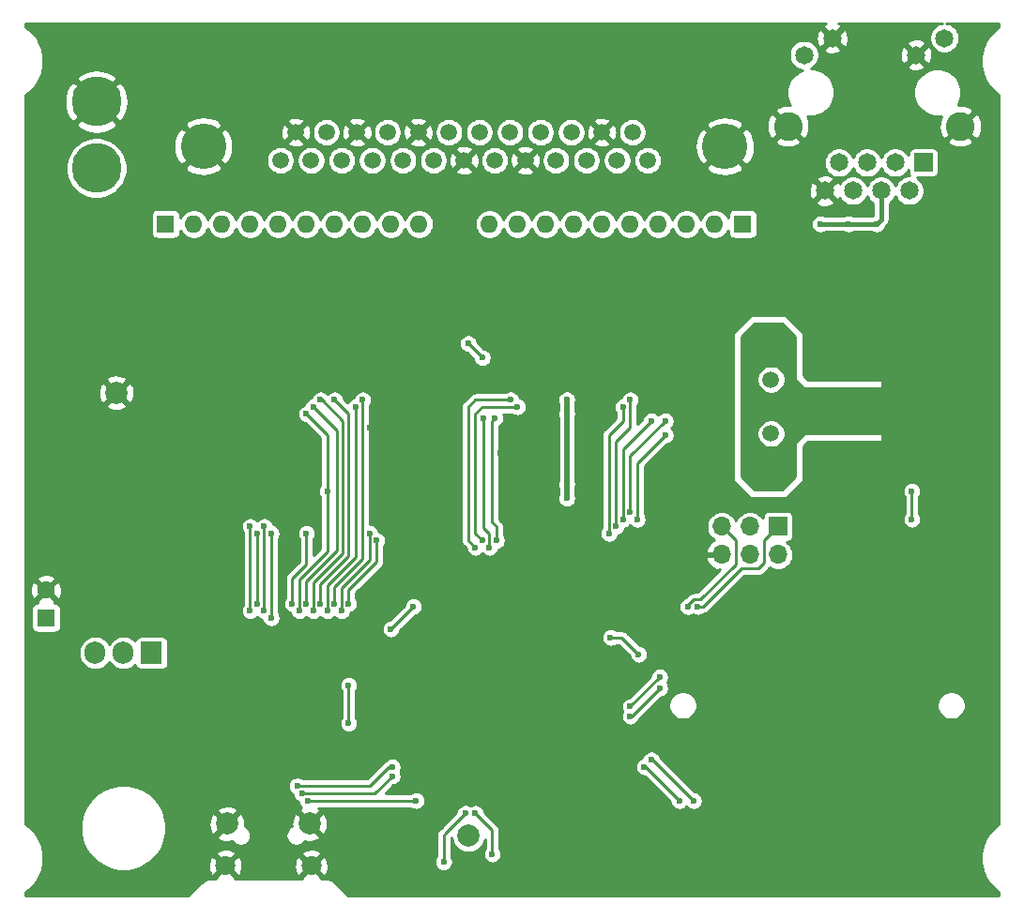
<source format=gbl>
G04 #@! TF.GenerationSoftware,KiCad,Pcbnew,(5.1.6)-1*
G04 #@! TF.CreationDate,2021-05-12T21:13:22-05:00*
G04 #@! TF.ProjectId,scuznet,7363757a-6e65-4742-9e6b-696361645f70,rev?*
G04 #@! TF.SameCoordinates,Original*
G04 #@! TF.FileFunction,Copper,L2,Bot*
G04 #@! TF.FilePolarity,Positive*
%FSLAX46Y46*%
G04 Gerber Fmt 4.6, Leading zero omitted, Abs format (unit mm)*
G04 Created by KiCad (PCBNEW (5.1.6)-1) date 2021-05-12 21:13:22*
%MOMM*%
%LPD*%
G01*
G04 APERTURE LIST*
G04 #@! TA.AperFunction,ComponentPad*
%ADD10C,4.100000*%
G04 #@! TD*
G04 #@! TA.AperFunction,ComponentPad*
%ADD11C,1.500000*%
G04 #@! TD*
G04 #@! TA.AperFunction,ComponentPad*
%ADD12C,4.500000*%
G04 #@! TD*
G04 #@! TA.AperFunction,ComponentPad*
%ADD13O,1.700000X1.700000*%
G04 #@! TD*
G04 #@! TA.AperFunction,ComponentPad*
%ADD14R,1.700000X1.700000*%
G04 #@! TD*
G04 #@! TA.AperFunction,ComponentPad*
%ADD15R,1.905000X2.000000*%
G04 #@! TD*
G04 #@! TA.AperFunction,ComponentPad*
%ADD16O,1.905000X2.000000*%
G04 #@! TD*
G04 #@! TA.AperFunction,ComponentPad*
%ADD17C,1.800000*%
G04 #@! TD*
G04 #@! TA.AperFunction,ComponentPad*
%ADD18C,2.000000*%
G04 #@! TD*
G04 #@! TA.AperFunction,ComponentPad*
%ADD19R,1.651000X1.651000*%
G04 #@! TD*
G04 #@! TA.AperFunction,ComponentPad*
%ADD20C,1.651000*%
G04 #@! TD*
G04 #@! TA.AperFunction,ComponentPad*
%ADD21C,2.600000*%
G04 #@! TD*
G04 #@! TA.AperFunction,ComponentPad*
%ADD22O,1.600000X1.600000*%
G04 #@! TD*
G04 #@! TA.AperFunction,ComponentPad*
%ADD23R,1.600000X1.600000*%
G04 #@! TD*
G04 #@! TA.AperFunction,ComponentPad*
%ADD24C,1.600000*%
G04 #@! TD*
G04 #@! TA.AperFunction,ViaPad*
%ADD25C,0.600000*%
G04 #@! TD*
G04 #@! TA.AperFunction,Conductor*
%ADD26C,0.254000*%
G04 #@! TD*
G04 #@! TA.AperFunction,Conductor*
%ADD27C,0.508000*%
G04 #@! TD*
G04 #@! TA.AperFunction,Conductor*
%ADD28C,0.406400*%
G04 #@! TD*
G04 APERTURE END LIST*
D10*
X129180000Y-71730000D03*
X82140000Y-71730000D03*
D11*
X120840000Y-70460000D03*
X118080000Y-70460000D03*
X115320000Y-70460000D03*
X112560000Y-70460000D03*
X109800000Y-70460000D03*
X107040000Y-70460000D03*
X104280000Y-70460000D03*
X101520000Y-70460000D03*
X98760000Y-70460000D03*
X96000000Y-70460000D03*
X93240000Y-70460000D03*
X90480000Y-70460000D03*
X122220000Y-73000000D03*
X119460000Y-73000000D03*
X116700000Y-73000000D03*
X113940000Y-73000000D03*
X111180000Y-73000000D03*
X108420000Y-73000000D03*
X105660000Y-73000000D03*
X102900000Y-73000000D03*
X100140000Y-73000000D03*
X97380000Y-73000000D03*
X94620000Y-73000000D03*
X91860000Y-73000000D03*
X89100000Y-73000000D03*
D12*
X72500000Y-73700000D03*
X72500000Y-67700000D03*
D13*
X128905000Y-108585000D03*
X128905000Y-106045000D03*
X131445000Y-108585000D03*
X131445000Y-106045000D03*
X133985000Y-108585000D03*
D14*
X133985000Y-106045000D03*
D15*
X77470000Y-117475000D03*
D16*
X74930000Y-117475000D03*
X72390000Y-117475000D03*
D17*
X91875000Y-136700000D03*
X84125000Y-136700000D03*
D18*
X91725000Y-132900000D03*
X84275000Y-132900000D03*
D19*
X147100000Y-73200000D03*
D20*
X145830000Y-75740000D03*
X144560000Y-73200000D03*
X143290000Y-75740000D03*
X142020000Y-73200000D03*
X140750000Y-75740000D03*
X139480000Y-73200000D03*
X138210000Y-75740000D03*
X136330000Y-63480000D03*
X138870000Y-61960000D03*
X146440000Y-63480000D03*
X148980000Y-61960000D03*
D21*
X150430000Y-69910000D03*
X134880000Y-69910000D03*
D11*
X133350000Y-97663000D03*
X133350000Y-92783000D03*
D18*
X74295000Y-93980000D03*
X106045000Y-133985000D03*
D22*
X107950000Y-78740000D03*
X110490000Y-78740000D03*
X113030000Y-78740000D03*
X115570000Y-78740000D03*
X118110000Y-78740000D03*
X120650000Y-78740000D03*
X123190000Y-78740000D03*
X125730000Y-78740000D03*
X128270000Y-78740000D03*
D23*
X130810000Y-78740000D03*
D22*
X101600000Y-78740000D03*
X99060000Y-78740000D03*
X96520000Y-78740000D03*
X93980000Y-78740000D03*
X91440000Y-78740000D03*
X88900000Y-78740000D03*
X86360000Y-78740000D03*
X83820000Y-78740000D03*
X81280000Y-78740000D03*
D23*
X78740000Y-78740000D03*
D24*
X67945000Y-111800000D03*
D23*
X67945000Y-114300000D03*
D25*
X92075000Y-103378000D03*
X103505000Y-85725000D03*
X76200000Y-86995000D03*
X89535000Y-86995000D03*
X116205000Y-86995000D03*
X96837500Y-113855500D03*
X97536000Y-120396000D03*
X88265000Y-81280000D03*
X86360000Y-81280000D03*
X83185000Y-82550000D03*
X80010000Y-85725000D03*
X127254000Y-81280000D03*
X125476000Y-81280000D03*
X121920000Y-81280000D03*
X119380000Y-85725000D03*
X115570000Y-81280000D03*
X113665000Y-81280000D03*
X107950000Y-81280000D03*
X106045000Y-81280000D03*
X102870000Y-86995000D03*
X132842000Y-75946000D03*
X81534000Y-75438000D03*
X117856000Y-120396000D03*
X102870000Y-110744000D03*
X75565000Y-81915000D03*
X109220000Y-91440000D03*
X90805000Y-100965000D03*
X97155000Y-97155000D03*
X97790000Y-102235000D03*
X100330000Y-133350000D03*
X102235000Y-132080000D03*
X139065000Y-88265000D03*
X137795000Y-86360000D03*
X142748000Y-95250000D03*
X136652000Y-92202000D03*
X135128000Y-101092000D03*
X135128000Y-89408000D03*
X136652000Y-97028000D03*
X111010000Y-132322000D03*
X120650000Y-125730000D03*
X114300000Y-126365000D03*
X114300000Y-120015000D03*
X102870000Y-121920000D03*
X104140000Y-116840000D03*
X153670000Y-93345000D03*
X153670000Y-91440000D03*
X148590000Y-99695000D03*
X153035000Y-97790000D03*
X147955000Y-88265000D03*
X151765000Y-88265000D03*
X153035000Y-81915000D03*
X146685000Y-79883000D03*
X143510000Y-82550000D03*
X137795000Y-103505000D03*
X142875000Y-88265000D03*
X142875000Y-92075000D03*
X127000000Y-90170000D03*
X111506000Y-128270000D03*
X123825000Y-106045000D03*
X122555000Y-94615000D03*
X90805000Y-85725000D03*
X82550000Y-94615000D03*
X78740000Y-94615000D03*
X77470000Y-85725000D03*
X84455000Y-85725000D03*
X86995000Y-90170000D03*
X100330000Y-102235000D03*
X118745000Y-94615000D03*
X123825000Y-85725000D03*
X117475000Y-85725000D03*
X111125000Y-85725000D03*
X107315000Y-85725000D03*
X100330000Y-90170000D03*
X113665000Y-90170000D03*
X105410000Y-94615000D03*
X138430000Y-116840000D03*
X117983000Y-130937000D03*
X124714000Y-123825000D03*
X119126000Y-132080000D03*
X125857000Y-124714000D03*
X124460000Y-132715000D03*
X125095000Y-133985000D03*
X76200000Y-99695000D03*
X77470000Y-99695000D03*
X78740000Y-99695000D03*
X80645000Y-100965000D03*
X80645000Y-102235000D03*
X74295000Y-102235000D03*
X74295000Y-100965000D03*
X74930000Y-99695000D03*
X80010000Y-99695000D03*
X74930000Y-98425000D03*
X76200000Y-98425000D03*
X77470000Y-98425000D03*
X78740000Y-98425000D03*
X80010000Y-98425000D03*
X81915000Y-100965000D03*
X81915000Y-102235000D03*
X81280000Y-99695000D03*
X73660000Y-99695000D03*
X73025000Y-100965000D03*
X73025000Y-102235000D03*
X73025000Y-103505000D03*
X81915000Y-103505000D03*
X80645000Y-103505000D03*
X74295000Y-103505000D03*
X71120000Y-109855000D03*
X77470000Y-109855000D03*
X81280000Y-109855000D03*
X82550000Y-111760000D03*
X80010000Y-111125000D03*
X75692000Y-114300000D03*
X108966000Y-99441000D03*
X89281000Y-134366000D03*
X89281000Y-131318000D03*
X83185000Y-123190000D03*
X139700000Y-111760000D03*
X131826000Y-116840000D03*
X143129000Y-110363000D03*
X91440000Y-81280000D03*
X92456000Y-102108000D03*
X94615000Y-113665000D03*
X97155000Y-106680000D03*
X90805000Y-113665000D03*
X93345000Y-102870000D03*
X91440000Y-95885000D03*
X87630000Y-106045000D03*
X87630000Y-113665000D03*
X114935000Y-95885000D03*
X114935000Y-103505000D03*
X114935000Y-102235000D03*
X114935000Y-94615000D03*
X86360000Y-113665000D03*
X86360000Y-106045000D03*
X86995000Y-106680000D03*
X86995000Y-113030000D03*
X88265000Y-106680000D03*
X88265000Y-114300000D03*
X101092000Y-113284000D03*
X99060000Y-115316000D03*
X95250000Y-113030000D03*
X97790000Y-107315000D03*
X107315000Y-90805000D03*
X106045000Y-89535000D03*
X108585000Y-107315000D03*
X108458000Y-96266000D03*
X107950000Y-107950000D03*
X107442000Y-96266000D03*
X110490000Y-95250000D03*
X107315000Y-107315000D03*
X109855000Y-94615000D03*
X106680000Y-107950000D03*
X118745000Y-106680000D03*
X120015000Y-95250000D03*
X119380000Y-106045000D03*
X120650000Y-94615000D03*
X120015000Y-105410000D03*
X122555000Y-96520000D03*
X120650000Y-104775000D03*
X123825000Y-96520000D03*
X92075000Y-95250000D03*
X91440000Y-113030000D03*
X92710000Y-94615000D03*
X92075000Y-113665000D03*
X91440000Y-106680000D03*
X90170000Y-113030000D03*
X95250000Y-123825000D03*
X95250000Y-120396000D03*
X92710000Y-113030000D03*
X93980000Y-94615000D03*
X93345000Y-113665000D03*
X95885000Y-95250000D03*
X93980000Y-113030000D03*
X96520000Y-94615000D03*
X142875000Y-78740000D03*
X140335000Y-78740000D03*
X137795000Y-78740000D03*
X120650000Y-123190000D03*
X123317000Y-120650000D03*
X126746000Y-113284000D03*
X120650000Y-122301000D03*
X123317000Y-119634000D03*
X125857000Y-113284000D03*
X146050000Y-102870000D03*
X146050000Y-105410000D03*
X121920000Y-127762000D03*
X125095000Y-130810000D03*
X121412000Y-117602000D03*
X118872000Y-116078000D03*
X123825000Y-97790000D03*
X121285000Y-105410000D03*
X122555000Y-127127000D03*
X126365000Y-130810000D03*
X99187000Y-128587500D03*
X91059000Y-130175000D03*
X101346000Y-130810000D03*
X91567000Y-130810000D03*
X99187000Y-127762000D03*
X90614500Y-129476500D03*
X105791000Y-131953000D03*
X103822500Y-136334500D03*
X108204000Y-135636000D03*
X106680000Y-131953000D03*
D26*
X111506000Y-128270000D02*
X115316000Y-128270000D01*
X115316000Y-128270000D02*
X117983000Y-130937000D01*
X117983000Y-130937000D02*
X119126000Y-132080000D01*
D27*
X84275000Y-136550000D02*
X84125000Y-136700000D01*
X91725000Y-136550000D02*
X91875000Y-136700000D01*
D26*
X94615000Y-111633000D02*
X97155000Y-109093000D01*
X94615000Y-113665000D02*
X94615000Y-111633000D01*
X97155000Y-106680000D02*
X97155000Y-109093000D01*
X93345000Y-108331000D02*
X90805000Y-110871000D01*
X90805000Y-110871000D02*
X90805000Y-113665000D01*
X93345000Y-102870000D02*
X93345000Y-108331000D01*
X93345000Y-102870000D02*
X93345000Y-97790000D01*
X93345000Y-97790000D02*
X91440000Y-95885000D01*
X87630000Y-106045000D02*
X87630000Y-113665000D01*
D27*
X114935000Y-103505000D02*
X114935000Y-102235000D01*
X114935000Y-102235000D02*
X114935000Y-95885000D01*
X114935000Y-95885000D02*
X114935000Y-94615000D01*
D26*
X86360000Y-113665000D02*
X86360000Y-107315000D01*
X86360000Y-107315000D02*
X86360000Y-106045000D01*
X86995000Y-106680000D02*
X86995000Y-113030000D01*
X88265000Y-106680000D02*
X88265000Y-112395000D01*
X88265000Y-112395000D02*
X88265000Y-114300000D01*
X88265000Y-112395000D02*
X88265000Y-113030000D01*
X101092000Y-113284000D02*
X99568000Y-114808000D01*
X99568000Y-114808000D02*
X99060000Y-115316000D01*
X95250000Y-111760000D02*
X97790000Y-109220000D01*
X95250000Y-113030000D02*
X95250000Y-111760000D01*
X97790000Y-107315000D02*
X97790000Y-109220000D01*
X106045000Y-89535000D02*
X107315000Y-90805000D01*
X108585000Y-106045000D02*
X108585000Y-107315000D01*
X108204000Y-105664000D02*
X108585000Y-106045000D01*
X108458000Y-96266000D02*
X108204000Y-96520000D01*
X108204000Y-96520000D02*
X108204000Y-105664000D01*
X107950000Y-106680000D02*
X107950000Y-107950000D01*
X107442000Y-96266000D02*
X107442000Y-106172000D01*
X107442000Y-106172000D02*
X107950000Y-106680000D01*
X106680000Y-95885000D02*
X106680000Y-106680000D01*
X106680000Y-106680000D02*
X107315000Y-107315000D01*
X110490000Y-95250000D02*
X107315000Y-95250000D01*
X107315000Y-95250000D02*
X106680000Y-95885000D01*
X106045000Y-107315000D02*
X106680000Y-107950000D01*
X106045000Y-95250000D02*
X106045000Y-107315000D01*
X109855000Y-94615000D02*
X106680000Y-94615000D01*
X106680000Y-94615000D02*
X106045000Y-95250000D01*
X118745000Y-106680000D02*
X118745000Y-97790000D01*
X120015000Y-96520000D02*
X120015000Y-95250000D01*
X118745000Y-97790000D02*
X120015000Y-96520000D01*
X119380000Y-106045000D02*
X119380000Y-98425000D01*
X120650000Y-97155000D02*
X120650000Y-94615000D01*
X119380000Y-98425000D02*
X120650000Y-97155000D01*
X120015000Y-105410000D02*
X120015000Y-99060000D01*
X120015000Y-99060000D02*
X122555000Y-96520000D01*
X120650000Y-104775000D02*
X120650000Y-99695000D01*
X120650000Y-99695000D02*
X123825000Y-96520000D01*
X94234000Y-97409000D02*
X92075000Y-95250000D01*
X94234000Y-108204000D02*
X94234000Y-97409000D01*
X91440000Y-113030000D02*
X91440000Y-110998000D01*
X91440000Y-110998000D02*
X94234000Y-108204000D01*
X92075000Y-111125000D02*
X92075000Y-113665000D01*
X94742000Y-96520000D02*
X94742000Y-108458000D01*
X92710000Y-94615000D02*
X92837000Y-94615000D01*
X94742000Y-108458000D02*
X92075000Y-111125000D01*
X92837000Y-94615000D02*
X94742000Y-96520000D01*
X91440000Y-106680000D02*
X91440000Y-109474000D01*
X91440000Y-109474000D02*
X90170000Y-110744000D01*
X90170000Y-110744000D02*
X90170000Y-113030000D01*
X95250000Y-123825000D02*
X95250000Y-120396000D01*
X95250000Y-95885000D02*
X93980000Y-94615000D01*
X92710000Y-111252000D02*
X95250000Y-108712000D01*
X92710000Y-113030000D02*
X92710000Y-111252000D01*
X95250000Y-108712000D02*
X95250000Y-95885000D01*
X93345000Y-111379000D02*
X95885000Y-108839000D01*
X93345000Y-113665000D02*
X93345000Y-111379000D01*
X95885000Y-95250000D02*
X95885000Y-108839000D01*
X93980000Y-111506000D02*
X96520000Y-108966000D01*
X93980000Y-113030000D02*
X93980000Y-111506000D01*
X96520000Y-108966000D02*
X96520000Y-94615000D01*
D28*
X140335000Y-78740000D02*
X142875000Y-78740000D01*
X137795000Y-78740000D02*
X140335000Y-78740000D01*
X143290000Y-78325000D02*
X142875000Y-78740000D01*
X143290000Y-75740000D02*
X143290000Y-78325000D01*
D26*
X120650000Y-123190000D02*
X120777000Y-123190000D01*
X120777000Y-123190000D02*
X123317000Y-120650000D01*
X132715000Y-107315000D02*
X133985000Y-106045000D01*
X132715000Y-109347000D02*
X132715000Y-107315000D01*
X132207000Y-109855000D02*
X132715000Y-109347000D01*
X127254000Y-113284000D02*
X130683000Y-109855000D01*
X126746000Y-113284000D02*
X127254000Y-113284000D01*
X130683000Y-109855000D02*
X132207000Y-109855000D01*
X120650000Y-122301000D02*
X123317000Y-119634000D01*
X125857000Y-113284000D02*
X125857000Y-113157000D01*
X130175000Y-107315000D02*
X128905000Y-106045000D01*
X130175000Y-109474000D02*
X130175000Y-107315000D01*
X127000000Y-112649000D02*
X130175000Y-109474000D01*
X126365000Y-112649000D02*
X127000000Y-112649000D01*
X125857000Y-113157000D02*
X126365000Y-112649000D01*
X146050000Y-102870000D02*
X146050000Y-105410000D01*
X121920000Y-127762000D02*
X122047000Y-127762000D01*
X122047000Y-127762000D02*
X125095000Y-130810000D01*
X121412000Y-117602000D02*
X119888000Y-116078000D01*
X119888000Y-116078000D02*
X118872000Y-116078000D01*
X123825000Y-97790000D02*
X121285000Y-100330000D01*
X121285000Y-100330000D02*
X121285000Y-105410000D01*
X122555000Y-127127000D02*
X122682000Y-127127000D01*
X122682000Y-127127000D02*
X126365000Y-130810000D01*
X97599500Y-130175000D02*
X99187000Y-128587500D01*
X91059000Y-130175000D02*
X97599500Y-130175000D01*
X93980000Y-130810000D02*
X101346000Y-130810000D01*
X91567000Y-130810000D02*
X93980000Y-130810000D01*
X99187000Y-127762000D02*
X98869500Y-127762000D01*
X98869500Y-127762000D02*
X97599500Y-129032000D01*
X97599500Y-129032000D02*
X97155000Y-129476500D01*
X97155000Y-129476500D02*
X91757500Y-129476500D01*
X90614500Y-129476500D02*
X91757500Y-129476500D01*
X105791000Y-131953000D02*
X105156000Y-132588000D01*
X105156000Y-132588000D02*
X104013000Y-133731000D01*
X104013000Y-133731000D02*
X103822500Y-133921500D01*
X103822500Y-133921500D02*
X103822500Y-136334500D01*
X108204000Y-133477000D02*
X108204000Y-135636000D01*
X106680000Y-131953000D02*
X108204000Y-133477000D01*
G36*
X138244804Y-60632263D02*
G01*
X138113367Y-60702519D01*
X138038696Y-60949091D01*
X138870000Y-61780395D01*
X139701304Y-60949091D01*
X139626633Y-60702519D01*
X139428513Y-60608400D01*
X148809461Y-60608400D01*
X148583624Y-60653322D01*
X148336320Y-60755759D01*
X148113752Y-60904474D01*
X147924474Y-61093752D01*
X147775759Y-61316320D01*
X147673322Y-61563624D01*
X147621100Y-61826160D01*
X147621100Y-62093840D01*
X147673322Y-62356376D01*
X147775759Y-62603680D01*
X147924474Y-62826248D01*
X148113752Y-63015526D01*
X148336320Y-63164241D01*
X148583624Y-63266678D01*
X148846160Y-63318900D01*
X149113840Y-63318900D01*
X149376376Y-63266678D01*
X149623680Y-63164241D01*
X149846248Y-63015526D01*
X150035526Y-62826248D01*
X150184241Y-62603680D01*
X150286678Y-62356376D01*
X150338900Y-62093840D01*
X150338900Y-61826160D01*
X150286678Y-61563624D01*
X150184241Y-61316320D01*
X150035526Y-61093752D01*
X149846248Y-60904474D01*
X149623680Y-60755759D01*
X149376376Y-60653322D01*
X149150539Y-60608400D01*
X153873000Y-60608400D01*
X153873000Y-60938792D01*
X153624176Y-61105050D01*
X153105050Y-61624176D01*
X152697176Y-62234604D01*
X152416227Y-62912874D01*
X152273000Y-63632923D01*
X152273000Y-64367077D01*
X152416227Y-65087126D01*
X152697176Y-65765396D01*
X153105050Y-66375824D01*
X153624176Y-66894950D01*
X153873000Y-67061208D01*
X153873000Y-132938792D01*
X153624176Y-133105050D01*
X153105050Y-133624176D01*
X152697176Y-134234604D01*
X152416227Y-134912874D01*
X152273000Y-135632923D01*
X152273000Y-136367077D01*
X152416227Y-137087126D01*
X152697176Y-137765396D01*
X153105050Y-138375824D01*
X153624176Y-138894950D01*
X153873000Y-139061208D01*
X153873000Y-139391600D01*
X95252007Y-139391600D01*
X93951337Y-138090930D01*
X93932285Y-138067715D01*
X93839644Y-137991687D01*
X93733951Y-137935193D01*
X93619267Y-137900404D01*
X93529880Y-137891600D01*
X93500000Y-137888657D01*
X93470120Y-137891600D01*
X92717492Y-137891600D01*
X92759475Y-137764080D01*
X91875000Y-136879605D01*
X90990525Y-137764080D01*
X91032508Y-137891600D01*
X84967492Y-137891600D01*
X85009475Y-137764080D01*
X84125000Y-136879605D01*
X83240525Y-137764080D01*
X83282508Y-137891600D01*
X82529877Y-137891600D01*
X82499999Y-137888657D01*
X82470121Y-137891600D01*
X82470120Y-137891600D01*
X82380733Y-137900404D01*
X82266049Y-137935193D01*
X82160356Y-137991687D01*
X82067715Y-138067715D01*
X82048663Y-138090930D01*
X80747993Y-139391600D01*
X66127000Y-139391600D01*
X66127000Y-139061208D01*
X66375824Y-138894950D01*
X66894950Y-138375824D01*
X67302824Y-137765396D01*
X67583773Y-137087126D01*
X67727000Y-136367077D01*
X67727000Y-135632923D01*
X67583773Y-134912874D01*
X67302824Y-134234604D01*
X66894950Y-133624176D01*
X66375824Y-133105050D01*
X66127000Y-132938792D01*
X66127000Y-132893149D01*
X71053000Y-132893149D01*
X71053000Y-133656851D01*
X71201991Y-134405879D01*
X71494247Y-135111448D01*
X71918538Y-135746443D01*
X72458557Y-136286462D01*
X73093552Y-136710753D01*
X73799121Y-137003009D01*
X74548149Y-137152000D01*
X75311851Y-137152000D01*
X76060879Y-137003009D01*
X76631734Y-136766553D01*
X82584009Y-136766553D01*
X82626603Y-137065907D01*
X82726778Y-137351199D01*
X82806739Y-137500792D01*
X83060920Y-137584475D01*
X83945395Y-136700000D01*
X84304605Y-136700000D01*
X85189080Y-137584475D01*
X85443261Y-137500792D01*
X85574158Y-137228225D01*
X85649365Y-136935358D01*
X85658660Y-136766553D01*
X90334009Y-136766553D01*
X90376603Y-137065907D01*
X90476778Y-137351199D01*
X90556739Y-137500792D01*
X90810920Y-137584475D01*
X91695395Y-136700000D01*
X92054605Y-136700000D01*
X92939080Y-137584475D01*
X93193261Y-137500792D01*
X93324158Y-137228225D01*
X93399365Y-136935358D01*
X93415991Y-136633447D01*
X93373397Y-136334093D01*
X93344718Y-136252417D01*
X102989100Y-136252417D01*
X102989100Y-136416583D01*
X103021128Y-136577594D01*
X103083951Y-136729263D01*
X103175156Y-136865761D01*
X103291239Y-136981844D01*
X103427737Y-137073049D01*
X103579406Y-137135872D01*
X103740417Y-137167900D01*
X103904583Y-137167900D01*
X104065594Y-137135872D01*
X104217263Y-137073049D01*
X104353761Y-136981844D01*
X104469844Y-136865761D01*
X104561049Y-136729263D01*
X104623872Y-136577594D01*
X104655900Y-136416583D01*
X104655900Y-136252417D01*
X104623872Y-136091406D01*
X104561049Y-135939737D01*
X104482900Y-135822779D01*
X104482900Y-134195046D01*
X104516630Y-134161316D01*
X104570528Y-134432276D01*
X104686119Y-134711337D01*
X104853931Y-134962485D01*
X105067515Y-135176069D01*
X105318663Y-135343881D01*
X105597724Y-135459472D01*
X105893973Y-135518400D01*
X106196027Y-135518400D01*
X106492276Y-135459472D01*
X106771337Y-135343881D01*
X107022485Y-135176069D01*
X107236069Y-134962485D01*
X107403881Y-134711337D01*
X107519472Y-134432276D01*
X107543600Y-134310975D01*
X107543601Y-135124278D01*
X107465451Y-135241237D01*
X107402628Y-135392906D01*
X107370600Y-135553917D01*
X107370600Y-135718083D01*
X107402628Y-135879094D01*
X107465451Y-136030763D01*
X107556656Y-136167261D01*
X107672739Y-136283344D01*
X107809237Y-136374549D01*
X107960906Y-136437372D01*
X108121917Y-136469400D01*
X108286083Y-136469400D01*
X108447094Y-136437372D01*
X108598763Y-136374549D01*
X108735261Y-136283344D01*
X108851344Y-136167261D01*
X108942549Y-136030763D01*
X109005372Y-135879094D01*
X109037400Y-135718083D01*
X109037400Y-135553917D01*
X109005372Y-135392906D01*
X108942549Y-135241237D01*
X108864400Y-135124279D01*
X108864400Y-133509438D01*
X108867595Y-133476999D01*
X108854844Y-133347539D01*
X108836469Y-133286965D01*
X108817082Y-133223053D01*
X108755759Y-133108326D01*
X108673233Y-133007767D01*
X108648029Y-132987083D01*
X107508815Y-131847869D01*
X107481372Y-131709906D01*
X107418549Y-131558237D01*
X107327344Y-131421739D01*
X107211261Y-131305656D01*
X107074763Y-131214451D01*
X106923094Y-131151628D01*
X106762083Y-131119600D01*
X106597917Y-131119600D01*
X106436906Y-131151628D01*
X106285237Y-131214451D01*
X106235500Y-131247684D01*
X106185763Y-131214451D01*
X106034094Y-131151628D01*
X105873083Y-131119600D01*
X105708917Y-131119600D01*
X105547906Y-131151628D01*
X105396237Y-131214451D01*
X105259739Y-131305656D01*
X105143656Y-131421739D01*
X105052451Y-131558237D01*
X104989628Y-131709906D01*
X104962185Y-131847869D01*
X104711969Y-132098085D01*
X104711964Y-132098089D01*
X103568965Y-133241089D01*
X103378472Y-133431582D01*
X103353267Y-133452267D01*
X103270741Y-133552827D01*
X103232604Y-133624176D01*
X103209418Y-133667554D01*
X103171656Y-133792040D01*
X103158905Y-133921500D01*
X103162100Y-133953939D01*
X103162101Y-135822778D01*
X103083951Y-135939737D01*
X103021128Y-136091406D01*
X102989100Y-136252417D01*
X93344718Y-136252417D01*
X93273222Y-136048801D01*
X93193261Y-135899208D01*
X92939080Y-135815525D01*
X92054605Y-136700000D01*
X91695395Y-136700000D01*
X90810920Y-135815525D01*
X90556739Y-135899208D01*
X90425842Y-136171775D01*
X90350635Y-136464642D01*
X90334009Y-136766553D01*
X85658660Y-136766553D01*
X85665991Y-136633447D01*
X85623397Y-136334093D01*
X85523222Y-136048801D01*
X85443261Y-135899208D01*
X85189080Y-135815525D01*
X84304605Y-136700000D01*
X83945395Y-136700000D01*
X83060920Y-135815525D01*
X82806739Y-135899208D01*
X82675842Y-136171775D01*
X82600635Y-136464642D01*
X82584009Y-136766553D01*
X76631734Y-136766553D01*
X76766448Y-136710753D01*
X77401443Y-136286462D01*
X77941462Y-135746443D01*
X78015311Y-135635920D01*
X83240525Y-135635920D01*
X84125000Y-136520395D01*
X85009475Y-135635920D01*
X90990525Y-135635920D01*
X91875000Y-136520395D01*
X92759475Y-135635920D01*
X92675792Y-135381739D01*
X92403225Y-135250842D01*
X92110358Y-135175635D01*
X91808447Y-135159009D01*
X91509093Y-135201603D01*
X91223801Y-135301778D01*
X91074208Y-135381739D01*
X90990525Y-135635920D01*
X85009475Y-135635920D01*
X84925792Y-135381739D01*
X84653225Y-135250842D01*
X84360358Y-135175635D01*
X84058447Y-135159009D01*
X83759093Y-135201603D01*
X83473801Y-135301778D01*
X83324208Y-135381739D01*
X83240525Y-135635920D01*
X78015311Y-135635920D01*
X78365753Y-135111448D01*
X78658009Y-134405879D01*
X78731699Y-134035413D01*
X83319192Y-134035413D01*
X83414956Y-134299814D01*
X83704571Y-134440704D01*
X84016108Y-134522384D01*
X84337595Y-134541718D01*
X84656675Y-134497961D01*
X84727253Y-134473578D01*
X84774981Y-134545008D01*
X84904992Y-134675019D01*
X85057869Y-134777168D01*
X85227737Y-134847530D01*
X85408068Y-134883400D01*
X85591932Y-134883400D01*
X85772263Y-134847530D01*
X85942131Y-134777168D01*
X86095008Y-134675019D01*
X86225019Y-134545008D01*
X86327168Y-134392131D01*
X86397530Y-134222263D01*
X86433400Y-134041932D01*
X86433400Y-133858068D01*
X89566600Y-133858068D01*
X89566600Y-134041932D01*
X89602470Y-134222263D01*
X89672832Y-134392131D01*
X89774981Y-134545008D01*
X89904992Y-134675019D01*
X90057869Y-134777168D01*
X90227737Y-134847530D01*
X90408068Y-134883400D01*
X90591932Y-134883400D01*
X90772263Y-134847530D01*
X90942131Y-134777168D01*
X91095008Y-134675019D01*
X91225019Y-134545008D01*
X91273822Y-134471970D01*
X91466108Y-134522384D01*
X91787595Y-134541718D01*
X92106675Y-134497961D01*
X92411088Y-134392795D01*
X92585044Y-134299814D01*
X92680808Y-134035413D01*
X91725000Y-133079605D01*
X91710858Y-133093748D01*
X91531253Y-132914143D01*
X91545395Y-132900000D01*
X91904605Y-132900000D01*
X92860413Y-133855808D01*
X93124814Y-133760044D01*
X93265704Y-133470429D01*
X93347384Y-133158892D01*
X93366718Y-132837405D01*
X93322961Y-132518325D01*
X93217795Y-132213912D01*
X93124814Y-132039956D01*
X92860413Y-131944192D01*
X91904605Y-132900000D01*
X91545395Y-132900000D01*
X90589587Y-131944192D01*
X90325186Y-132039956D01*
X90184296Y-132329571D01*
X90102616Y-132641108D01*
X90083282Y-132962595D01*
X90102709Y-133104259D01*
X90057869Y-133122832D01*
X89904992Y-133224981D01*
X89774981Y-133354992D01*
X89672832Y-133507869D01*
X89602470Y-133677737D01*
X89566600Y-133858068D01*
X86433400Y-133858068D01*
X86397530Y-133677737D01*
X86327168Y-133507869D01*
X86225019Y-133354992D01*
X86095008Y-133224981D01*
X85942131Y-133122832D01*
X85900587Y-133105624D01*
X85916718Y-132837405D01*
X85872961Y-132518325D01*
X85767795Y-132213912D01*
X85674814Y-132039956D01*
X85410413Y-131944192D01*
X84454605Y-132900000D01*
X84468748Y-132914143D01*
X84289143Y-133093748D01*
X84275000Y-133079605D01*
X83319192Y-134035413D01*
X78731699Y-134035413D01*
X78807000Y-133656851D01*
X78807000Y-132962595D01*
X82633282Y-132962595D01*
X82677039Y-133281675D01*
X82782205Y-133586088D01*
X82875186Y-133760044D01*
X83139587Y-133855808D01*
X84095395Y-132900000D01*
X83139587Y-131944192D01*
X82875186Y-132039956D01*
X82734296Y-132329571D01*
X82652616Y-132641108D01*
X82633282Y-132962595D01*
X78807000Y-132962595D01*
X78807000Y-132893149D01*
X78658009Y-132144121D01*
X78500802Y-131764587D01*
X83319192Y-131764587D01*
X84275000Y-132720395D01*
X85230808Y-131764587D01*
X85135044Y-131500186D01*
X84845429Y-131359296D01*
X84533892Y-131277616D01*
X84212405Y-131258282D01*
X83893325Y-131302039D01*
X83588912Y-131407205D01*
X83414956Y-131500186D01*
X83319192Y-131764587D01*
X78500802Y-131764587D01*
X78365753Y-131438552D01*
X77941462Y-130803557D01*
X77401443Y-130263538D01*
X76766448Y-129839247D01*
X76060879Y-129546991D01*
X75311851Y-129398000D01*
X74548149Y-129398000D01*
X73799121Y-129546991D01*
X73093552Y-129839247D01*
X72458557Y-130263538D01*
X71918538Y-130803557D01*
X71494247Y-131438552D01*
X71201991Y-132144121D01*
X71053000Y-132893149D01*
X66127000Y-132893149D01*
X66127000Y-129394417D01*
X89781100Y-129394417D01*
X89781100Y-129558583D01*
X89813128Y-129719594D01*
X89875951Y-129871263D01*
X89967156Y-130007761D01*
X90083239Y-130123844D01*
X90219737Y-130215049D01*
X90225600Y-130217478D01*
X90225600Y-130257083D01*
X90257628Y-130418094D01*
X90320451Y-130569763D01*
X90411656Y-130706261D01*
X90527739Y-130822344D01*
X90664237Y-130913549D01*
X90744482Y-130946787D01*
X90765628Y-131053094D01*
X90828451Y-131204763D01*
X90919656Y-131341261D01*
X91004170Y-131425775D01*
X90864956Y-131500186D01*
X90769192Y-131764587D01*
X91725000Y-132720395D01*
X92680808Y-131764587D01*
X92585044Y-131500186D01*
X92523816Y-131470400D01*
X100834279Y-131470400D01*
X100951237Y-131548549D01*
X101102906Y-131611372D01*
X101263917Y-131643400D01*
X101428083Y-131643400D01*
X101589094Y-131611372D01*
X101740763Y-131548549D01*
X101877261Y-131457344D01*
X101993344Y-131341261D01*
X102084549Y-131204763D01*
X102147372Y-131053094D01*
X102179400Y-130892083D01*
X102179400Y-130727917D01*
X102147372Y-130566906D01*
X102084549Y-130415237D01*
X101993344Y-130278739D01*
X101877261Y-130162656D01*
X101740763Y-130071451D01*
X101589094Y-130008628D01*
X101428083Y-129976600D01*
X101263917Y-129976600D01*
X101102906Y-130008628D01*
X100951237Y-130071451D01*
X100834279Y-130149600D01*
X98558846Y-130149600D01*
X99292132Y-129416315D01*
X99430094Y-129388872D01*
X99581763Y-129326049D01*
X99718261Y-129234844D01*
X99834344Y-129118761D01*
X99925549Y-128982263D01*
X99988372Y-128830594D01*
X100020400Y-128669583D01*
X100020400Y-128505417D01*
X99988372Y-128344406D01*
X99925549Y-128192737D01*
X99913530Y-128174750D01*
X99925549Y-128156763D01*
X99988372Y-128005094D01*
X100020400Y-127844083D01*
X100020400Y-127679917D01*
X121086600Y-127679917D01*
X121086600Y-127844083D01*
X121118628Y-128005094D01*
X121181451Y-128156763D01*
X121272656Y-128293261D01*
X121388739Y-128409344D01*
X121525237Y-128500549D01*
X121676906Y-128563372D01*
X121837917Y-128595400D01*
X121946454Y-128595400D01*
X124266185Y-130915132D01*
X124293628Y-131053094D01*
X124356451Y-131204763D01*
X124447656Y-131341261D01*
X124563739Y-131457344D01*
X124700237Y-131548549D01*
X124851906Y-131611372D01*
X125012917Y-131643400D01*
X125177083Y-131643400D01*
X125338094Y-131611372D01*
X125489763Y-131548549D01*
X125626261Y-131457344D01*
X125730000Y-131353605D01*
X125833739Y-131457344D01*
X125970237Y-131548549D01*
X126121906Y-131611372D01*
X126282917Y-131643400D01*
X126447083Y-131643400D01*
X126608094Y-131611372D01*
X126759763Y-131548549D01*
X126896261Y-131457344D01*
X127012344Y-131341261D01*
X127103549Y-131204763D01*
X127166372Y-131053094D01*
X127198400Y-130892083D01*
X127198400Y-130727917D01*
X127166372Y-130566906D01*
X127103549Y-130415237D01*
X127012344Y-130278739D01*
X126896261Y-130162656D01*
X126759763Y-130071451D01*
X126608094Y-130008628D01*
X126470132Y-129981185D01*
X123344719Y-126855773D01*
X123293549Y-126732237D01*
X123202344Y-126595739D01*
X123086261Y-126479656D01*
X122949763Y-126388451D01*
X122798094Y-126325628D01*
X122637083Y-126293600D01*
X122472917Y-126293600D01*
X122311906Y-126325628D01*
X122160237Y-126388451D01*
X122023739Y-126479656D01*
X121907656Y-126595739D01*
X121816451Y-126732237D01*
X121753628Y-126883906D01*
X121740899Y-126947899D01*
X121676906Y-126960628D01*
X121525237Y-127023451D01*
X121388739Y-127114656D01*
X121272656Y-127230739D01*
X121181451Y-127367237D01*
X121118628Y-127518906D01*
X121086600Y-127679917D01*
X100020400Y-127679917D01*
X99988372Y-127518906D01*
X99925549Y-127367237D01*
X99834344Y-127230739D01*
X99718261Y-127114656D01*
X99581763Y-127023451D01*
X99430094Y-126960628D01*
X99269083Y-126928600D01*
X99104917Y-126928600D01*
X98943906Y-126960628D01*
X98792237Y-127023451D01*
X98655739Y-127114656D01*
X98624056Y-127146339D01*
X98615553Y-127148918D01*
X98500826Y-127210241D01*
X98400267Y-127292767D01*
X98379582Y-127317972D01*
X97155470Y-128542084D01*
X97155464Y-128542089D01*
X96881454Y-128816100D01*
X91126221Y-128816100D01*
X91009263Y-128737951D01*
X90857594Y-128675128D01*
X90696583Y-128643100D01*
X90532417Y-128643100D01*
X90371406Y-128675128D01*
X90219737Y-128737951D01*
X90083239Y-128829156D01*
X89967156Y-128945239D01*
X89875951Y-129081737D01*
X89813128Y-129233406D01*
X89781100Y-129394417D01*
X66127000Y-129394417D01*
X66127000Y-120313917D01*
X94416600Y-120313917D01*
X94416600Y-120478083D01*
X94448628Y-120639094D01*
X94511451Y-120790763D01*
X94589601Y-120907723D01*
X94589600Y-123313278D01*
X94511451Y-123430237D01*
X94448628Y-123581906D01*
X94416600Y-123742917D01*
X94416600Y-123907083D01*
X94448628Y-124068094D01*
X94511451Y-124219763D01*
X94602656Y-124356261D01*
X94718739Y-124472344D01*
X94855237Y-124563549D01*
X95006906Y-124626372D01*
X95167917Y-124658400D01*
X95332083Y-124658400D01*
X95493094Y-124626372D01*
X95644763Y-124563549D01*
X95781261Y-124472344D01*
X95897344Y-124356261D01*
X95988549Y-124219763D01*
X96051372Y-124068094D01*
X96083400Y-123907083D01*
X96083400Y-123742917D01*
X96051372Y-123581906D01*
X95988549Y-123430237D01*
X95910400Y-123313279D01*
X95910400Y-122218917D01*
X119816600Y-122218917D01*
X119816600Y-122383083D01*
X119848628Y-122544094D01*
X119911451Y-122695763D01*
X119944684Y-122745500D01*
X119911451Y-122795237D01*
X119848628Y-122946906D01*
X119816600Y-123107917D01*
X119816600Y-123272083D01*
X119848628Y-123433094D01*
X119911451Y-123584763D01*
X120002656Y-123721261D01*
X120118739Y-123837344D01*
X120255237Y-123928549D01*
X120406906Y-123991372D01*
X120567917Y-124023400D01*
X120732083Y-124023400D01*
X120893094Y-123991372D01*
X121044763Y-123928549D01*
X121181261Y-123837344D01*
X121297344Y-123721261D01*
X121388549Y-123584763D01*
X121439719Y-123461227D01*
X122827350Y-122073596D01*
X124116600Y-122073596D01*
X124116600Y-122326404D01*
X124165920Y-122574354D01*
X124262666Y-122807918D01*
X124403118Y-123018120D01*
X124581880Y-123196882D01*
X124792082Y-123337334D01*
X125025646Y-123434080D01*
X125273596Y-123483400D01*
X125526404Y-123483400D01*
X125774354Y-123434080D01*
X126007918Y-123337334D01*
X126218120Y-123196882D01*
X126396882Y-123018120D01*
X126537334Y-122807918D01*
X126634080Y-122574354D01*
X126683400Y-122326404D01*
X126683400Y-122073596D01*
X148316600Y-122073596D01*
X148316600Y-122326404D01*
X148365920Y-122574354D01*
X148462666Y-122807918D01*
X148603118Y-123018120D01*
X148781880Y-123196882D01*
X148992082Y-123337334D01*
X149225646Y-123434080D01*
X149473596Y-123483400D01*
X149726404Y-123483400D01*
X149974354Y-123434080D01*
X150207918Y-123337334D01*
X150418120Y-123196882D01*
X150596882Y-123018120D01*
X150737334Y-122807918D01*
X150834080Y-122574354D01*
X150883400Y-122326404D01*
X150883400Y-122073596D01*
X150834080Y-121825646D01*
X150737334Y-121592082D01*
X150596882Y-121381880D01*
X150418120Y-121203118D01*
X150207918Y-121062666D01*
X149974354Y-120965920D01*
X149726404Y-120916600D01*
X149473596Y-120916600D01*
X149225646Y-120965920D01*
X148992082Y-121062666D01*
X148781880Y-121203118D01*
X148603118Y-121381880D01*
X148462666Y-121592082D01*
X148365920Y-121825646D01*
X148316600Y-122073596D01*
X126683400Y-122073596D01*
X126634080Y-121825646D01*
X126537334Y-121592082D01*
X126396882Y-121381880D01*
X126218120Y-121203118D01*
X126007918Y-121062666D01*
X125774354Y-120965920D01*
X125526404Y-120916600D01*
X125273596Y-120916600D01*
X125025646Y-120965920D01*
X124792082Y-121062666D01*
X124581880Y-121203118D01*
X124403118Y-121381880D01*
X124262666Y-121592082D01*
X124165920Y-121825646D01*
X124116600Y-122073596D01*
X122827350Y-122073596D01*
X123422131Y-121478815D01*
X123560094Y-121451372D01*
X123711763Y-121388549D01*
X123848261Y-121297344D01*
X123964344Y-121181261D01*
X124055549Y-121044763D01*
X124118372Y-120893094D01*
X124150400Y-120732083D01*
X124150400Y-120567917D01*
X124118372Y-120406906D01*
X124055549Y-120255237D01*
X123979886Y-120142000D01*
X124055549Y-120028763D01*
X124118372Y-119877094D01*
X124150400Y-119716083D01*
X124150400Y-119551917D01*
X124118372Y-119390906D01*
X124055549Y-119239237D01*
X123964344Y-119102739D01*
X123848261Y-118986656D01*
X123711763Y-118895451D01*
X123560094Y-118832628D01*
X123399083Y-118800600D01*
X123234917Y-118800600D01*
X123073906Y-118832628D01*
X122922237Y-118895451D01*
X122785739Y-118986656D01*
X122669656Y-119102739D01*
X122578451Y-119239237D01*
X122515628Y-119390906D01*
X122488185Y-119528868D01*
X120544869Y-121472185D01*
X120406906Y-121499628D01*
X120255237Y-121562451D01*
X120118739Y-121653656D01*
X120002656Y-121769739D01*
X119911451Y-121906237D01*
X119848628Y-122057906D01*
X119816600Y-122218917D01*
X95910400Y-122218917D01*
X95910400Y-120907721D01*
X95988549Y-120790763D01*
X96051372Y-120639094D01*
X96083400Y-120478083D01*
X96083400Y-120313917D01*
X96051372Y-120152906D01*
X95988549Y-120001237D01*
X95897344Y-119864739D01*
X95781261Y-119748656D01*
X95644763Y-119657451D01*
X95493094Y-119594628D01*
X95332083Y-119562600D01*
X95167917Y-119562600D01*
X95006906Y-119594628D01*
X94855237Y-119657451D01*
X94718739Y-119748656D01*
X94602656Y-119864739D01*
X94511451Y-120001237D01*
X94448628Y-120152906D01*
X94416600Y-120313917D01*
X66127000Y-120313917D01*
X66127000Y-117354508D01*
X70904100Y-117354508D01*
X70904100Y-117595491D01*
X70925600Y-117813786D01*
X71010566Y-118093879D01*
X71148542Y-118352015D01*
X71334227Y-118578273D01*
X71560484Y-118763958D01*
X71818620Y-118901934D01*
X72098713Y-118986900D01*
X72390000Y-119015589D01*
X72681286Y-118986900D01*
X72961379Y-118901934D01*
X73219515Y-118763958D01*
X73445773Y-118578273D01*
X73631458Y-118352016D01*
X73660000Y-118298617D01*
X73688542Y-118352015D01*
X73874227Y-118578273D01*
X74100484Y-118763958D01*
X74358620Y-118901934D01*
X74638713Y-118986900D01*
X74930000Y-119015589D01*
X75221286Y-118986900D01*
X75501379Y-118901934D01*
X75759515Y-118763958D01*
X75985773Y-118578273D01*
X75991058Y-118571834D01*
X75991819Y-118579565D01*
X76022319Y-118680111D01*
X76071849Y-118772775D01*
X76138505Y-118853995D01*
X76219725Y-118920651D01*
X76312389Y-118970181D01*
X76412935Y-119000681D01*
X76517500Y-119010980D01*
X78422500Y-119010980D01*
X78527065Y-119000681D01*
X78627611Y-118970181D01*
X78720275Y-118920651D01*
X78801495Y-118853995D01*
X78868151Y-118772775D01*
X78917681Y-118680111D01*
X78948181Y-118579565D01*
X78958480Y-118475000D01*
X78958480Y-116475000D01*
X78948181Y-116370435D01*
X78917681Y-116269889D01*
X78868151Y-116177225D01*
X78801495Y-116096005D01*
X78720275Y-116029349D01*
X78627611Y-115979819D01*
X78527065Y-115949319D01*
X78422500Y-115939020D01*
X76517500Y-115939020D01*
X76412935Y-115949319D01*
X76312389Y-115979819D01*
X76219725Y-116029349D01*
X76138505Y-116096005D01*
X76071849Y-116177225D01*
X76022319Y-116269889D01*
X75991819Y-116370435D01*
X75991058Y-116378166D01*
X75985773Y-116371727D01*
X75759516Y-116186042D01*
X75501380Y-116048066D01*
X75221287Y-115963100D01*
X74930000Y-115934411D01*
X74638714Y-115963100D01*
X74358621Y-116048066D01*
X74100485Y-116186042D01*
X73874227Y-116371727D01*
X73688542Y-116597984D01*
X73660000Y-116651383D01*
X73631458Y-116597985D01*
X73445773Y-116371727D01*
X73219516Y-116186042D01*
X72961380Y-116048066D01*
X72681287Y-115963100D01*
X72390000Y-115934411D01*
X72098714Y-115963100D01*
X71818621Y-116048066D01*
X71560485Y-116186042D01*
X71334227Y-116371727D01*
X71148542Y-116597984D01*
X71010566Y-116856120D01*
X70925600Y-117136213D01*
X70904100Y-117354508D01*
X66127000Y-117354508D01*
X66127000Y-113500000D01*
X66609020Y-113500000D01*
X66609020Y-115100000D01*
X66619319Y-115204565D01*
X66649819Y-115305111D01*
X66699349Y-115397775D01*
X66766005Y-115478995D01*
X66847225Y-115545651D01*
X66939889Y-115595181D01*
X67040435Y-115625681D01*
X67145000Y-115635980D01*
X68745000Y-115635980D01*
X68849565Y-115625681D01*
X68950111Y-115595181D01*
X69042775Y-115545651D01*
X69123995Y-115478995D01*
X69190651Y-115397775D01*
X69240181Y-115305111D01*
X69261777Y-115233917D01*
X98226600Y-115233917D01*
X98226600Y-115398083D01*
X98258628Y-115559094D01*
X98321451Y-115710763D01*
X98412656Y-115847261D01*
X98528739Y-115963344D01*
X98665237Y-116054549D01*
X98816906Y-116117372D01*
X98977917Y-116149400D01*
X99142083Y-116149400D01*
X99303094Y-116117372D01*
X99454763Y-116054549D01*
X99542512Y-115995917D01*
X118038600Y-115995917D01*
X118038600Y-116160083D01*
X118070628Y-116321094D01*
X118133451Y-116472763D01*
X118224656Y-116609261D01*
X118340739Y-116725344D01*
X118477237Y-116816549D01*
X118628906Y-116879372D01*
X118789917Y-116911400D01*
X118954083Y-116911400D01*
X119115094Y-116879372D01*
X119266763Y-116816549D01*
X119383721Y-116738400D01*
X119614454Y-116738400D01*
X120583185Y-117707131D01*
X120610628Y-117845094D01*
X120673451Y-117996763D01*
X120764656Y-118133261D01*
X120880739Y-118249344D01*
X121017237Y-118340549D01*
X121168906Y-118403372D01*
X121329917Y-118435400D01*
X121494083Y-118435400D01*
X121655094Y-118403372D01*
X121806763Y-118340549D01*
X121943261Y-118249344D01*
X122059344Y-118133261D01*
X122150549Y-117996763D01*
X122213372Y-117845094D01*
X122245400Y-117684083D01*
X122245400Y-117519917D01*
X122213372Y-117358906D01*
X122150549Y-117207237D01*
X122059344Y-117070739D01*
X121943261Y-116954656D01*
X121806763Y-116863451D01*
X121655094Y-116800628D01*
X121517131Y-116773185D01*
X120377918Y-115633972D01*
X120357233Y-115608767D01*
X120256674Y-115526241D01*
X120141947Y-115464918D01*
X120017461Y-115427156D01*
X119920439Y-115417600D01*
X119888000Y-115414405D01*
X119855561Y-115417600D01*
X119383721Y-115417600D01*
X119266763Y-115339451D01*
X119115094Y-115276628D01*
X118954083Y-115244600D01*
X118789917Y-115244600D01*
X118628906Y-115276628D01*
X118477237Y-115339451D01*
X118340739Y-115430656D01*
X118224656Y-115546739D01*
X118133451Y-115683237D01*
X118070628Y-115834906D01*
X118038600Y-115995917D01*
X99542512Y-115995917D01*
X99591261Y-115963344D01*
X99707344Y-115847261D01*
X99798549Y-115710763D01*
X99861372Y-115559094D01*
X99888815Y-115421131D01*
X101197131Y-114112815D01*
X101335094Y-114085372D01*
X101486763Y-114022549D01*
X101623261Y-113931344D01*
X101739344Y-113815261D01*
X101830549Y-113678763D01*
X101893372Y-113527094D01*
X101925400Y-113366083D01*
X101925400Y-113201917D01*
X125023600Y-113201917D01*
X125023600Y-113366083D01*
X125055628Y-113527094D01*
X125118451Y-113678763D01*
X125209656Y-113815261D01*
X125325739Y-113931344D01*
X125462237Y-114022549D01*
X125613906Y-114085372D01*
X125774917Y-114117400D01*
X125939083Y-114117400D01*
X126100094Y-114085372D01*
X126251763Y-114022549D01*
X126301500Y-113989316D01*
X126351237Y-114022549D01*
X126502906Y-114085372D01*
X126663917Y-114117400D01*
X126828083Y-114117400D01*
X126989094Y-114085372D01*
X127140763Y-114022549D01*
X127253076Y-113947504D01*
X127254000Y-113947595D01*
X127286439Y-113944400D01*
X127383461Y-113934844D01*
X127507947Y-113897082D01*
X127622674Y-113835759D01*
X127723233Y-113753233D01*
X127743918Y-113728028D01*
X130956546Y-110515400D01*
X132174561Y-110515400D01*
X132207000Y-110518595D01*
X132239439Y-110515400D01*
X132336461Y-110505844D01*
X132460947Y-110468082D01*
X132575674Y-110406759D01*
X132676233Y-110324233D01*
X132696918Y-110299028D01*
X133159029Y-109836917D01*
X133184233Y-109816233D01*
X133238554Y-109750042D01*
X133329714Y-109810953D01*
X133581477Y-109915237D01*
X133848747Y-109968400D01*
X134121253Y-109968400D01*
X134388523Y-109915237D01*
X134640286Y-109810953D01*
X134866866Y-109659557D01*
X135059557Y-109466866D01*
X135210953Y-109240286D01*
X135315237Y-108988523D01*
X135368400Y-108721253D01*
X135368400Y-108448747D01*
X135315237Y-108181477D01*
X135210953Y-107929714D01*
X135059557Y-107703134D01*
X134866866Y-107510443D01*
X134747941Y-107430980D01*
X134835000Y-107430980D01*
X134939565Y-107420681D01*
X135040111Y-107390181D01*
X135132775Y-107340651D01*
X135213995Y-107273995D01*
X135280651Y-107192775D01*
X135330181Y-107100111D01*
X135360681Y-106999565D01*
X135370980Y-106895000D01*
X135370980Y-105195000D01*
X135360681Y-105090435D01*
X135330181Y-104989889D01*
X135280651Y-104897225D01*
X135213995Y-104816005D01*
X135132775Y-104749349D01*
X135040111Y-104699819D01*
X134939565Y-104669319D01*
X134835000Y-104659020D01*
X133135000Y-104659020D01*
X133030435Y-104669319D01*
X132929889Y-104699819D01*
X132837225Y-104749349D01*
X132756005Y-104816005D01*
X132689349Y-104897225D01*
X132639819Y-104989889D01*
X132609319Y-105090435D01*
X132599020Y-105195000D01*
X132599020Y-105282059D01*
X132519557Y-105163134D01*
X132326866Y-104970443D01*
X132100286Y-104819047D01*
X131848523Y-104714763D01*
X131581253Y-104661600D01*
X131308747Y-104661600D01*
X131041477Y-104714763D01*
X130789714Y-104819047D01*
X130563134Y-104970443D01*
X130370443Y-105163134D01*
X130219047Y-105389714D01*
X130175000Y-105496053D01*
X130130953Y-105389714D01*
X129979557Y-105163134D01*
X129786866Y-104970443D01*
X129560286Y-104819047D01*
X129308523Y-104714763D01*
X129041253Y-104661600D01*
X128768747Y-104661600D01*
X128501477Y-104714763D01*
X128249714Y-104819047D01*
X128023134Y-104970443D01*
X127830443Y-105163134D01*
X127679047Y-105389714D01*
X127574763Y-105641477D01*
X127521600Y-105908747D01*
X127521600Y-106181253D01*
X127574763Y-106448523D01*
X127679047Y-106700286D01*
X127830443Y-106926866D01*
X128023134Y-107119557D01*
X128240307Y-107264667D01*
X128138080Y-107313359D01*
X127904731Y-107487412D01*
X127709822Y-107703645D01*
X127560843Y-107953748D01*
X127463519Y-108228109D01*
X127584186Y-108458000D01*
X128778000Y-108458000D01*
X128778000Y-108438000D01*
X129032000Y-108438000D01*
X129032000Y-108458000D01*
X129052000Y-108458000D01*
X129052000Y-108712000D01*
X129032000Y-108712000D01*
X129032000Y-108732000D01*
X128778000Y-108732000D01*
X128778000Y-108712000D01*
X127584186Y-108712000D01*
X127463519Y-108941891D01*
X127560843Y-109216252D01*
X127709822Y-109466355D01*
X127904731Y-109682588D01*
X128138080Y-109856641D01*
X128400901Y-109981825D01*
X128548110Y-110026476D01*
X128777998Y-109905156D01*
X128777998Y-109937055D01*
X126726454Y-111988600D01*
X126397438Y-111988600D01*
X126364999Y-111985405D01*
X126297208Y-111992082D01*
X126235539Y-111998156D01*
X126111053Y-112035918D01*
X125996326Y-112097241D01*
X125895767Y-112179767D01*
X125875082Y-112204972D01*
X125585773Y-112494281D01*
X125462237Y-112545451D01*
X125325739Y-112636656D01*
X125209656Y-112752739D01*
X125118451Y-112889237D01*
X125055628Y-113040906D01*
X125023600Y-113201917D01*
X101925400Y-113201917D01*
X101893372Y-113040906D01*
X101830549Y-112889237D01*
X101739344Y-112752739D01*
X101623261Y-112636656D01*
X101486763Y-112545451D01*
X101335094Y-112482628D01*
X101174083Y-112450600D01*
X101009917Y-112450600D01*
X100848906Y-112482628D01*
X100697237Y-112545451D01*
X100560739Y-112636656D01*
X100444656Y-112752739D01*
X100353451Y-112889237D01*
X100290628Y-113040906D01*
X100263185Y-113178869D01*
X98954869Y-114487185D01*
X98816906Y-114514628D01*
X98665237Y-114577451D01*
X98528739Y-114668656D01*
X98412656Y-114784739D01*
X98321451Y-114921237D01*
X98258628Y-115072906D01*
X98226600Y-115233917D01*
X69261777Y-115233917D01*
X69270681Y-115204565D01*
X69280980Y-115100000D01*
X69280980Y-113500000D01*
X69270681Y-113395435D01*
X69240181Y-113294889D01*
X69190651Y-113202225D01*
X69123995Y-113121005D01*
X69042775Y-113054349D01*
X68950111Y-113004819D01*
X68849565Y-112974319D01*
X68745000Y-112964020D01*
X68707831Y-112964020D01*
X68758097Y-112792702D01*
X67945000Y-111979605D01*
X67131903Y-112792702D01*
X67182169Y-112964020D01*
X67145000Y-112964020D01*
X67040435Y-112974319D01*
X66939889Y-113004819D01*
X66847225Y-113054349D01*
X66766005Y-113121005D01*
X66699349Y-113202225D01*
X66649819Y-113294889D01*
X66619319Y-113395435D01*
X66609020Y-113500000D01*
X66127000Y-113500000D01*
X66127000Y-111870512D01*
X66504783Y-111870512D01*
X66546213Y-112150130D01*
X66641397Y-112416292D01*
X66708329Y-112541514D01*
X66952298Y-112613097D01*
X67765395Y-111800000D01*
X68124605Y-111800000D01*
X68937702Y-112613097D01*
X69181671Y-112541514D01*
X69302571Y-112286004D01*
X69371300Y-112011816D01*
X69385217Y-111729488D01*
X69343787Y-111449870D01*
X69248603Y-111183708D01*
X69181671Y-111058486D01*
X68937702Y-110986903D01*
X68124605Y-111800000D01*
X67765395Y-111800000D01*
X66952298Y-110986903D01*
X66708329Y-111058486D01*
X66587429Y-111313996D01*
X66518700Y-111588184D01*
X66504783Y-111870512D01*
X66127000Y-111870512D01*
X66127000Y-110807298D01*
X67131903Y-110807298D01*
X67945000Y-111620395D01*
X68758097Y-110807298D01*
X68686514Y-110563329D01*
X68431004Y-110442429D01*
X68156816Y-110373700D01*
X67874488Y-110359783D01*
X67594870Y-110401213D01*
X67328708Y-110496397D01*
X67203486Y-110563329D01*
X67131903Y-110807298D01*
X66127000Y-110807298D01*
X66127000Y-105962917D01*
X85526600Y-105962917D01*
X85526600Y-106127083D01*
X85558628Y-106288094D01*
X85621451Y-106439763D01*
X85699601Y-106556722D01*
X85699600Y-107347438D01*
X85699601Y-107347448D01*
X85699600Y-113153279D01*
X85621451Y-113270237D01*
X85558628Y-113421906D01*
X85526600Y-113582917D01*
X85526600Y-113747083D01*
X85558628Y-113908094D01*
X85621451Y-114059763D01*
X85712656Y-114196261D01*
X85828739Y-114312344D01*
X85965237Y-114403549D01*
X86116906Y-114466372D01*
X86277917Y-114498400D01*
X86442083Y-114498400D01*
X86603094Y-114466372D01*
X86754763Y-114403549D01*
X86891261Y-114312344D01*
X86995000Y-114208605D01*
X87098739Y-114312344D01*
X87235237Y-114403549D01*
X87386906Y-114466372D01*
X87450899Y-114479101D01*
X87463628Y-114543094D01*
X87526451Y-114694763D01*
X87617656Y-114831261D01*
X87733739Y-114947344D01*
X87870237Y-115038549D01*
X88021906Y-115101372D01*
X88182917Y-115133400D01*
X88347083Y-115133400D01*
X88508094Y-115101372D01*
X88659763Y-115038549D01*
X88796261Y-114947344D01*
X88912344Y-114831261D01*
X89003549Y-114694763D01*
X89066372Y-114543094D01*
X89098400Y-114382083D01*
X89098400Y-114217917D01*
X89066372Y-114056906D01*
X89003549Y-113905237D01*
X88925400Y-113788279D01*
X88925400Y-112947917D01*
X89336600Y-112947917D01*
X89336600Y-113112083D01*
X89368628Y-113273094D01*
X89431451Y-113424763D01*
X89522656Y-113561261D01*
X89638739Y-113677344D01*
X89775237Y-113768549D01*
X89926906Y-113831372D01*
X89990899Y-113844101D01*
X90003628Y-113908094D01*
X90066451Y-114059763D01*
X90157656Y-114196261D01*
X90273739Y-114312344D01*
X90410237Y-114403549D01*
X90561906Y-114466372D01*
X90722917Y-114498400D01*
X90887083Y-114498400D01*
X91048094Y-114466372D01*
X91199763Y-114403549D01*
X91336261Y-114312344D01*
X91440000Y-114208605D01*
X91543739Y-114312344D01*
X91680237Y-114403549D01*
X91831906Y-114466372D01*
X91992917Y-114498400D01*
X92157083Y-114498400D01*
X92318094Y-114466372D01*
X92469763Y-114403549D01*
X92606261Y-114312344D01*
X92710000Y-114208605D01*
X92813739Y-114312344D01*
X92950237Y-114403549D01*
X93101906Y-114466372D01*
X93262917Y-114498400D01*
X93427083Y-114498400D01*
X93588094Y-114466372D01*
X93739763Y-114403549D01*
X93876261Y-114312344D01*
X93980000Y-114208605D01*
X94083739Y-114312344D01*
X94220237Y-114403549D01*
X94371906Y-114466372D01*
X94532917Y-114498400D01*
X94697083Y-114498400D01*
X94858094Y-114466372D01*
X95009763Y-114403549D01*
X95146261Y-114312344D01*
X95262344Y-114196261D01*
X95353549Y-114059763D01*
X95416372Y-113908094D01*
X95429101Y-113844101D01*
X95493094Y-113831372D01*
X95644763Y-113768549D01*
X95781261Y-113677344D01*
X95897344Y-113561261D01*
X95988549Y-113424763D01*
X96051372Y-113273094D01*
X96083400Y-113112083D01*
X96083400Y-112947917D01*
X96051372Y-112786906D01*
X95988549Y-112635237D01*
X95910400Y-112518279D01*
X95910400Y-112033546D01*
X98234028Y-109709918D01*
X98259233Y-109689233D01*
X98341759Y-109588674D01*
X98403082Y-109473947D01*
X98440844Y-109349461D01*
X98450400Y-109252439D01*
X98453595Y-109220001D01*
X98450400Y-109187562D01*
X98450400Y-107826721D01*
X98528549Y-107709763D01*
X98591372Y-107558094D01*
X98623400Y-107397083D01*
X98623400Y-107232917D01*
X98591372Y-107071906D01*
X98528549Y-106920237D01*
X98437344Y-106783739D01*
X98321261Y-106667656D01*
X98184763Y-106576451D01*
X98033094Y-106513628D01*
X97969101Y-106500899D01*
X97956372Y-106436906D01*
X97893549Y-106285237D01*
X97802344Y-106148739D01*
X97686261Y-106032656D01*
X97549763Y-105941451D01*
X97398094Y-105878628D01*
X97237083Y-105846600D01*
X97180400Y-105846600D01*
X97180400Y-95250000D01*
X105381405Y-95250000D01*
X105384600Y-95282439D01*
X105384601Y-107282551D01*
X105381405Y-107315000D01*
X105394156Y-107444460D01*
X105431918Y-107568946D01*
X105460464Y-107622350D01*
X105493242Y-107683674D01*
X105575768Y-107784233D01*
X105600967Y-107804913D01*
X105851185Y-108055131D01*
X105878628Y-108193094D01*
X105941451Y-108344763D01*
X106032656Y-108481261D01*
X106148739Y-108597344D01*
X106285237Y-108688549D01*
X106436906Y-108751372D01*
X106597917Y-108783400D01*
X106762083Y-108783400D01*
X106923094Y-108751372D01*
X107074763Y-108688549D01*
X107211261Y-108597344D01*
X107315000Y-108493605D01*
X107418739Y-108597344D01*
X107555237Y-108688549D01*
X107706906Y-108751372D01*
X107867917Y-108783400D01*
X108032083Y-108783400D01*
X108193094Y-108751372D01*
X108344763Y-108688549D01*
X108481261Y-108597344D01*
X108597344Y-108481261D01*
X108688549Y-108344763D01*
X108751372Y-108193094D01*
X108764101Y-108129101D01*
X108828094Y-108116372D01*
X108979763Y-108053549D01*
X109116261Y-107962344D01*
X109232344Y-107846261D01*
X109323549Y-107709763D01*
X109386372Y-107558094D01*
X109418400Y-107397083D01*
X109418400Y-107232917D01*
X109386372Y-107071906D01*
X109323549Y-106920237D01*
X109245400Y-106803279D01*
X109245400Y-106597917D01*
X117911600Y-106597917D01*
X117911600Y-106762083D01*
X117943628Y-106923094D01*
X118006451Y-107074763D01*
X118097656Y-107211261D01*
X118213739Y-107327344D01*
X118350237Y-107418549D01*
X118501906Y-107481372D01*
X118662917Y-107513400D01*
X118827083Y-107513400D01*
X118988094Y-107481372D01*
X119139763Y-107418549D01*
X119276261Y-107327344D01*
X119392344Y-107211261D01*
X119483549Y-107074763D01*
X119546372Y-106923094D01*
X119559101Y-106859101D01*
X119623094Y-106846372D01*
X119774763Y-106783549D01*
X119911261Y-106692344D01*
X120027344Y-106576261D01*
X120118549Y-106439763D01*
X120181372Y-106288094D01*
X120194101Y-106224101D01*
X120258094Y-106211372D01*
X120409763Y-106148549D01*
X120546261Y-106057344D01*
X120650000Y-105953605D01*
X120753739Y-106057344D01*
X120890237Y-106148549D01*
X121041906Y-106211372D01*
X121202917Y-106243400D01*
X121367083Y-106243400D01*
X121528094Y-106211372D01*
X121679763Y-106148549D01*
X121816261Y-106057344D01*
X121932344Y-105941261D01*
X122023549Y-105804763D01*
X122086372Y-105653094D01*
X122118400Y-105492083D01*
X122118400Y-105327917D01*
X122086372Y-105166906D01*
X122023549Y-105015237D01*
X121945400Y-104898279D01*
X121945400Y-100603546D01*
X123930131Y-98618815D01*
X124068094Y-98591372D01*
X124219763Y-98528549D01*
X124356261Y-98437344D01*
X124472344Y-98321261D01*
X124563549Y-98184763D01*
X124626372Y-98033094D01*
X124658400Y-97872083D01*
X124658400Y-97707917D01*
X124626372Y-97546906D01*
X124563549Y-97395237D01*
X124472344Y-97258739D01*
X124368605Y-97155000D01*
X124472344Y-97051261D01*
X124563549Y-96914763D01*
X124626372Y-96763094D01*
X124658400Y-96602083D01*
X124658400Y-96437917D01*
X124626372Y-96276906D01*
X124563549Y-96125237D01*
X124472344Y-95988739D01*
X124356261Y-95872656D01*
X124219763Y-95781451D01*
X124068094Y-95718628D01*
X123907083Y-95686600D01*
X123742917Y-95686600D01*
X123581906Y-95718628D01*
X123430237Y-95781451D01*
X123293739Y-95872656D01*
X123190000Y-95976395D01*
X123086261Y-95872656D01*
X122949763Y-95781451D01*
X122798094Y-95718628D01*
X122637083Y-95686600D01*
X122472917Y-95686600D01*
X122311906Y-95718628D01*
X122160237Y-95781451D01*
X122023739Y-95872656D01*
X121907656Y-95988739D01*
X121816451Y-96125237D01*
X121753628Y-96276906D01*
X121726185Y-96414869D01*
X121310400Y-96830654D01*
X121310400Y-95126721D01*
X121388549Y-95009763D01*
X121451372Y-94858094D01*
X121483400Y-94697083D01*
X121483400Y-94532917D01*
X121451372Y-94371906D01*
X121388549Y-94220237D01*
X121297344Y-94083739D01*
X121181261Y-93967656D01*
X121044763Y-93876451D01*
X120893094Y-93813628D01*
X120732083Y-93781600D01*
X120567917Y-93781600D01*
X120406906Y-93813628D01*
X120255237Y-93876451D01*
X120118739Y-93967656D01*
X120002656Y-94083739D01*
X119911451Y-94220237D01*
X119848628Y-94371906D01*
X119835899Y-94435899D01*
X119771906Y-94448628D01*
X119620237Y-94511451D01*
X119483739Y-94602656D01*
X119367656Y-94718739D01*
X119276451Y-94855237D01*
X119213628Y-95006906D01*
X119181600Y-95167917D01*
X119181600Y-95332083D01*
X119213628Y-95493094D01*
X119276451Y-95644763D01*
X119354601Y-95761722D01*
X119354600Y-96246454D01*
X118300968Y-97300086D01*
X118275768Y-97320767D01*
X118193242Y-97421326D01*
X118160464Y-97482650D01*
X118131918Y-97536054D01*
X118094156Y-97660540D01*
X118081405Y-97790000D01*
X118084601Y-97822449D01*
X118084600Y-106168279D01*
X118006451Y-106285237D01*
X117943628Y-106436906D01*
X117911600Y-106597917D01*
X109245400Y-106597917D01*
X109245400Y-106077438D01*
X109248595Y-106044999D01*
X109235844Y-105915539D01*
X109224647Y-105878628D01*
X109198082Y-105791053D01*
X109136759Y-105676326D01*
X109054233Y-105575767D01*
X109029024Y-105555079D01*
X108864400Y-105390455D01*
X108864400Y-96996773D01*
X108989261Y-96913344D01*
X109105344Y-96797261D01*
X109196549Y-96660763D01*
X109259372Y-96509094D01*
X109291400Y-96348083D01*
X109291400Y-96183917D01*
X109259372Y-96022906D01*
X109212771Y-95910400D01*
X109978279Y-95910400D01*
X110095237Y-95988549D01*
X110246906Y-96051372D01*
X110407917Y-96083400D01*
X110572083Y-96083400D01*
X110733094Y-96051372D01*
X110884763Y-95988549D01*
X111021261Y-95897344D01*
X111137344Y-95781261D01*
X111228549Y-95644763D01*
X111291372Y-95493094D01*
X111323400Y-95332083D01*
X111323400Y-95167917D01*
X111291372Y-95006906D01*
X111228549Y-94855237D01*
X111137344Y-94718739D01*
X111021261Y-94602656D01*
X110916890Y-94532917D01*
X114101600Y-94532917D01*
X114101600Y-94697083D01*
X114133628Y-94858094D01*
X114147601Y-94891827D01*
X114147600Y-95608174D01*
X114133628Y-95641906D01*
X114101600Y-95802917D01*
X114101600Y-95967083D01*
X114133628Y-96128094D01*
X114147601Y-96161828D01*
X114147600Y-101958174D01*
X114133628Y-101991906D01*
X114101600Y-102152917D01*
X114101600Y-102317083D01*
X114133628Y-102478094D01*
X114147601Y-102511827D01*
X114147600Y-103228174D01*
X114133628Y-103261906D01*
X114101600Y-103422917D01*
X114101600Y-103587083D01*
X114133628Y-103748094D01*
X114196451Y-103899763D01*
X114287656Y-104036261D01*
X114403739Y-104152344D01*
X114540237Y-104243549D01*
X114691906Y-104306372D01*
X114852917Y-104338400D01*
X115017083Y-104338400D01*
X115178094Y-104306372D01*
X115329763Y-104243549D01*
X115466261Y-104152344D01*
X115582344Y-104036261D01*
X115673549Y-103899763D01*
X115736372Y-103748094D01*
X115768400Y-103587083D01*
X115768400Y-103422917D01*
X115736372Y-103261906D01*
X115722400Y-103228174D01*
X115722400Y-102511826D01*
X115736372Y-102478094D01*
X115768400Y-102317083D01*
X115768400Y-102152917D01*
X115736372Y-101991906D01*
X115722400Y-101958174D01*
X115722400Y-96161826D01*
X115736372Y-96128094D01*
X115768400Y-95967083D01*
X115768400Y-95802917D01*
X115736372Y-95641906D01*
X115722400Y-95608174D01*
X115722400Y-94891826D01*
X115736372Y-94858094D01*
X115768400Y-94697083D01*
X115768400Y-94532917D01*
X115736372Y-94371906D01*
X115673549Y-94220237D01*
X115582344Y-94083739D01*
X115466261Y-93967656D01*
X115329763Y-93876451D01*
X115178094Y-93813628D01*
X115017083Y-93781600D01*
X114852917Y-93781600D01*
X114691906Y-93813628D01*
X114540237Y-93876451D01*
X114403739Y-93967656D01*
X114287656Y-94083739D01*
X114196451Y-94220237D01*
X114133628Y-94371906D01*
X114101600Y-94532917D01*
X110916890Y-94532917D01*
X110884763Y-94511451D01*
X110733094Y-94448628D01*
X110669101Y-94435899D01*
X110656372Y-94371906D01*
X110593549Y-94220237D01*
X110502344Y-94083739D01*
X110386261Y-93967656D01*
X110249763Y-93876451D01*
X110098094Y-93813628D01*
X109937083Y-93781600D01*
X109772917Y-93781600D01*
X109611906Y-93813628D01*
X109460237Y-93876451D01*
X109343279Y-93954600D01*
X106712439Y-93954600D01*
X106680000Y-93951405D01*
X106647561Y-93954600D01*
X106550539Y-93964156D01*
X106426053Y-94001918D01*
X106311326Y-94063241D01*
X106210767Y-94145767D01*
X106190086Y-94170967D01*
X105600972Y-94760082D01*
X105575767Y-94780767D01*
X105493241Y-94881327D01*
X105438536Y-94983673D01*
X105431918Y-94996054D01*
X105394156Y-95120540D01*
X105381405Y-95250000D01*
X97180400Y-95250000D01*
X97180400Y-95126721D01*
X97258549Y-95009763D01*
X97321372Y-94858094D01*
X97353400Y-94697083D01*
X97353400Y-94532917D01*
X97321372Y-94371906D01*
X97258549Y-94220237D01*
X97167344Y-94083739D01*
X97051261Y-93967656D01*
X96914763Y-93876451D01*
X96763094Y-93813628D01*
X96602083Y-93781600D01*
X96437917Y-93781600D01*
X96276906Y-93813628D01*
X96125237Y-93876451D01*
X95988739Y-93967656D01*
X95872656Y-94083739D01*
X95781451Y-94220237D01*
X95718628Y-94371906D01*
X95705899Y-94435899D01*
X95641906Y-94448628D01*
X95490237Y-94511451D01*
X95353739Y-94602656D01*
X95237656Y-94718739D01*
X95149548Y-94850602D01*
X94808815Y-94509869D01*
X94781372Y-94371906D01*
X94718549Y-94220237D01*
X94627344Y-94083739D01*
X94511261Y-93967656D01*
X94374763Y-93876451D01*
X94223094Y-93813628D01*
X94062083Y-93781600D01*
X93897917Y-93781600D01*
X93736906Y-93813628D01*
X93585237Y-93876451D01*
X93448739Y-93967656D01*
X93345000Y-94071395D01*
X93241261Y-93967656D01*
X93104763Y-93876451D01*
X92953094Y-93813628D01*
X92792083Y-93781600D01*
X92627917Y-93781600D01*
X92466906Y-93813628D01*
X92315237Y-93876451D01*
X92178739Y-93967656D01*
X92062656Y-94083739D01*
X91971451Y-94220237D01*
X91908628Y-94371906D01*
X91895899Y-94435899D01*
X91831906Y-94448628D01*
X91680237Y-94511451D01*
X91543739Y-94602656D01*
X91427656Y-94718739D01*
X91336451Y-94855237D01*
X91273628Y-95006906D01*
X91260899Y-95070899D01*
X91196906Y-95083628D01*
X91045237Y-95146451D01*
X90908739Y-95237656D01*
X90792656Y-95353739D01*
X90701451Y-95490237D01*
X90638628Y-95641906D01*
X90606600Y-95802917D01*
X90606600Y-95967083D01*
X90638628Y-96128094D01*
X90701451Y-96279763D01*
X90792656Y-96416261D01*
X90908739Y-96532344D01*
X91045237Y-96623549D01*
X91196906Y-96686372D01*
X91334869Y-96713815D01*
X92684601Y-98063548D01*
X92684600Y-102358279D01*
X92606451Y-102475237D01*
X92543628Y-102626906D01*
X92511600Y-102787917D01*
X92511600Y-102952083D01*
X92543628Y-103113094D01*
X92606451Y-103264763D01*
X92684600Y-103381721D01*
X92684601Y-108057453D01*
X92100400Y-108641654D01*
X92100400Y-107191721D01*
X92178549Y-107074763D01*
X92241372Y-106923094D01*
X92273400Y-106762083D01*
X92273400Y-106597917D01*
X92241372Y-106436906D01*
X92178549Y-106285237D01*
X92087344Y-106148739D01*
X91971261Y-106032656D01*
X91834763Y-105941451D01*
X91683094Y-105878628D01*
X91522083Y-105846600D01*
X91357917Y-105846600D01*
X91196906Y-105878628D01*
X91045237Y-105941451D01*
X90908739Y-106032656D01*
X90792656Y-106148739D01*
X90701451Y-106285237D01*
X90638628Y-106436906D01*
X90606600Y-106597917D01*
X90606600Y-106762083D01*
X90638628Y-106923094D01*
X90701451Y-107074763D01*
X90779600Y-107191722D01*
X90779601Y-109200453D01*
X89725972Y-110254082D01*
X89700767Y-110274767D01*
X89618241Y-110375327D01*
X89580337Y-110446241D01*
X89556918Y-110490054D01*
X89519156Y-110614540D01*
X89506405Y-110744000D01*
X89509600Y-110776439D01*
X89509601Y-112518278D01*
X89431451Y-112635237D01*
X89368628Y-112786906D01*
X89336600Y-112947917D01*
X88925400Y-112947917D01*
X88925400Y-107191721D01*
X89003549Y-107074763D01*
X89066372Y-106923094D01*
X89098400Y-106762083D01*
X89098400Y-106597917D01*
X89066372Y-106436906D01*
X89003549Y-106285237D01*
X88912344Y-106148739D01*
X88796261Y-106032656D01*
X88659763Y-105941451D01*
X88508094Y-105878628D01*
X88444101Y-105865899D01*
X88431372Y-105801906D01*
X88368549Y-105650237D01*
X88277344Y-105513739D01*
X88161261Y-105397656D01*
X88024763Y-105306451D01*
X87873094Y-105243628D01*
X87712083Y-105211600D01*
X87547917Y-105211600D01*
X87386906Y-105243628D01*
X87235237Y-105306451D01*
X87098739Y-105397656D01*
X86995000Y-105501395D01*
X86891261Y-105397656D01*
X86754763Y-105306451D01*
X86603094Y-105243628D01*
X86442083Y-105211600D01*
X86277917Y-105211600D01*
X86116906Y-105243628D01*
X85965237Y-105306451D01*
X85828739Y-105397656D01*
X85712656Y-105513739D01*
X85621451Y-105650237D01*
X85558628Y-105801906D01*
X85526600Y-105962917D01*
X66127000Y-105962917D01*
X66127000Y-95115413D01*
X73339192Y-95115413D01*
X73434956Y-95379814D01*
X73724571Y-95520704D01*
X74036108Y-95602384D01*
X74357595Y-95621718D01*
X74676675Y-95577961D01*
X74981088Y-95472795D01*
X75155044Y-95379814D01*
X75250808Y-95115413D01*
X74295000Y-94159605D01*
X73339192Y-95115413D01*
X66127000Y-95115413D01*
X66127000Y-94042595D01*
X72653282Y-94042595D01*
X72697039Y-94361675D01*
X72802205Y-94666088D01*
X72895186Y-94840044D01*
X73159587Y-94935808D01*
X74115395Y-93980000D01*
X74474605Y-93980000D01*
X75430413Y-94935808D01*
X75694814Y-94840044D01*
X75835704Y-94550429D01*
X75917384Y-94238892D01*
X75936718Y-93917405D01*
X75892961Y-93598325D01*
X75787795Y-93293912D01*
X75694814Y-93119956D01*
X75430413Y-93024192D01*
X74474605Y-93980000D01*
X74115395Y-93980000D01*
X73159587Y-93024192D01*
X72895186Y-93119956D01*
X72754296Y-93409571D01*
X72672616Y-93721108D01*
X72653282Y-94042595D01*
X66127000Y-94042595D01*
X66127000Y-92844587D01*
X73339192Y-92844587D01*
X74295000Y-93800395D01*
X75250808Y-92844587D01*
X75155044Y-92580186D01*
X74865429Y-92439296D01*
X74553892Y-92357616D01*
X74232405Y-92338282D01*
X73913325Y-92382039D01*
X73608912Y-92487205D01*
X73434956Y-92580186D01*
X73339192Y-92844587D01*
X66127000Y-92844587D01*
X66127000Y-89452917D01*
X105211600Y-89452917D01*
X105211600Y-89617083D01*
X105243628Y-89778094D01*
X105306451Y-89929763D01*
X105397656Y-90066261D01*
X105513739Y-90182344D01*
X105650237Y-90273549D01*
X105801906Y-90336372D01*
X105939869Y-90363815D01*
X106486185Y-90910131D01*
X106513628Y-91048094D01*
X106576451Y-91199763D01*
X106667656Y-91336261D01*
X106783739Y-91452344D01*
X106920237Y-91543549D01*
X107071906Y-91606372D01*
X107232917Y-91638400D01*
X107397083Y-91638400D01*
X107558094Y-91606372D01*
X107709763Y-91543549D01*
X107846261Y-91452344D01*
X107962344Y-91336261D01*
X108053549Y-91199763D01*
X108116372Y-91048094D01*
X108148400Y-90887083D01*
X108148400Y-90722917D01*
X108116372Y-90561906D01*
X108053549Y-90410237D01*
X107962344Y-90273739D01*
X107846261Y-90157656D01*
X107709763Y-90066451D01*
X107558094Y-90003628D01*
X107420131Y-89976185D01*
X106873815Y-89429869D01*
X106846372Y-89291906D01*
X106783549Y-89140237D01*
X106692344Y-89003739D01*
X106576261Y-88887656D01*
X106439763Y-88796451D01*
X106288094Y-88733628D01*
X106127083Y-88701600D01*
X105962917Y-88701600D01*
X105801906Y-88733628D01*
X105650237Y-88796451D01*
X105513739Y-88887656D01*
X105397656Y-89003739D01*
X105306451Y-89140237D01*
X105243628Y-89291906D01*
X105211600Y-89452917D01*
X66127000Y-89452917D01*
X66127000Y-88646000D01*
X129921000Y-88646000D01*
X129921000Y-101854000D01*
X129923440Y-101878776D01*
X129930667Y-101902601D01*
X129942403Y-101924557D01*
X129958197Y-101943803D01*
X131482197Y-103467803D01*
X131501443Y-103483597D01*
X131523399Y-103495333D01*
X131547224Y-103502560D01*
X131572000Y-103505000D01*
X134620000Y-103505000D01*
X134644776Y-103502560D01*
X134668601Y-103495333D01*
X134690557Y-103483597D01*
X134709803Y-103467803D01*
X135389689Y-102787917D01*
X145216600Y-102787917D01*
X145216600Y-102952083D01*
X145248628Y-103113094D01*
X145311451Y-103264763D01*
X145389600Y-103381722D01*
X145389601Y-104898278D01*
X145311451Y-105015237D01*
X145248628Y-105166906D01*
X145216600Y-105327917D01*
X145216600Y-105492083D01*
X145248628Y-105653094D01*
X145311451Y-105804763D01*
X145402656Y-105941261D01*
X145518739Y-106057344D01*
X145655237Y-106148549D01*
X145806906Y-106211372D01*
X145967917Y-106243400D01*
X146132083Y-106243400D01*
X146293094Y-106211372D01*
X146444763Y-106148549D01*
X146581261Y-106057344D01*
X146697344Y-105941261D01*
X146788549Y-105804763D01*
X146851372Y-105653094D01*
X146883400Y-105492083D01*
X146883400Y-105327917D01*
X146851372Y-105166906D01*
X146788549Y-105015237D01*
X146710400Y-104898279D01*
X146710400Y-103381721D01*
X146788549Y-103264763D01*
X146851372Y-103113094D01*
X146883400Y-102952083D01*
X146883400Y-102787917D01*
X146851372Y-102626906D01*
X146788549Y-102475237D01*
X146697344Y-102338739D01*
X146581261Y-102222656D01*
X146444763Y-102131451D01*
X146293094Y-102068628D01*
X146132083Y-102036600D01*
X145967917Y-102036600D01*
X145806906Y-102068628D01*
X145655237Y-102131451D01*
X145518739Y-102222656D01*
X145402656Y-102338739D01*
X145311451Y-102475237D01*
X145248628Y-102626906D01*
X145216600Y-102787917D01*
X135389689Y-102787917D01*
X136233803Y-101943803D01*
X136249597Y-101924557D01*
X136261333Y-101902601D01*
X136268560Y-101878776D01*
X136271000Y-101854000D01*
X136271000Y-98858606D01*
X136704606Y-98425000D01*
X143256000Y-98425000D01*
X143280776Y-98422560D01*
X143304601Y-98415333D01*
X143326557Y-98403597D01*
X143345803Y-98387803D01*
X143361597Y-98368557D01*
X143373333Y-98346601D01*
X143380560Y-98322776D01*
X143383000Y-98298000D01*
X143383000Y-97790000D01*
X143380560Y-97765224D01*
X143373333Y-97741399D01*
X143361597Y-97719443D01*
X143345803Y-97700197D01*
X143326557Y-97684403D01*
X143304601Y-97672667D01*
X143280776Y-97665440D01*
X143256000Y-97663000D01*
X136398000Y-97663000D01*
X136373224Y-97665440D01*
X136349399Y-97672667D01*
X136327443Y-97684403D01*
X136308197Y-97700197D01*
X135546197Y-98462197D01*
X135530403Y-98481443D01*
X135518667Y-98503399D01*
X135511440Y-98527224D01*
X135509000Y-98552000D01*
X135509000Y-101547394D01*
X134313394Y-102743000D01*
X131878606Y-102743000D01*
X130683000Y-101547394D01*
X130683000Y-97536596D01*
X132066600Y-97536596D01*
X132066600Y-97789404D01*
X132115920Y-98037354D01*
X132212666Y-98270918D01*
X132353118Y-98481120D01*
X132531880Y-98659882D01*
X132742082Y-98800334D01*
X132975646Y-98897080D01*
X133223596Y-98946400D01*
X133476404Y-98946400D01*
X133724354Y-98897080D01*
X133957918Y-98800334D01*
X134168120Y-98659882D01*
X134346882Y-98481120D01*
X134487334Y-98270918D01*
X134584080Y-98037354D01*
X134633400Y-97789404D01*
X134633400Y-97536596D01*
X134584080Y-97288646D01*
X134487334Y-97055082D01*
X134346882Y-96844880D01*
X134168120Y-96666118D01*
X133957918Y-96525666D01*
X133724354Y-96428920D01*
X133476404Y-96379600D01*
X133223596Y-96379600D01*
X132975646Y-96428920D01*
X132742082Y-96525666D01*
X132531880Y-96666118D01*
X132353118Y-96844880D01*
X132212666Y-97055082D01*
X132115920Y-97288646D01*
X132066600Y-97536596D01*
X130683000Y-97536596D01*
X130683000Y-92656596D01*
X132066600Y-92656596D01*
X132066600Y-92909404D01*
X132115920Y-93157354D01*
X132212666Y-93390918D01*
X132353118Y-93601120D01*
X132531880Y-93779882D01*
X132742082Y-93920334D01*
X132975646Y-94017080D01*
X133223596Y-94066400D01*
X133476404Y-94066400D01*
X133724354Y-94017080D01*
X133957918Y-93920334D01*
X134168120Y-93779882D01*
X134346882Y-93601120D01*
X134487334Y-93390918D01*
X134584080Y-93157354D01*
X134633400Y-92909404D01*
X134633400Y-92656596D01*
X134584080Y-92408646D01*
X134487334Y-92175082D01*
X134346882Y-91964880D01*
X134168120Y-91786118D01*
X133957918Y-91645666D01*
X133724354Y-91548920D01*
X133476404Y-91499600D01*
X133223596Y-91499600D01*
X132975646Y-91548920D01*
X132742082Y-91645666D01*
X132531880Y-91786118D01*
X132353118Y-91964880D01*
X132212666Y-92175082D01*
X132115920Y-92408646D01*
X132066600Y-92656596D01*
X130683000Y-92656596D01*
X130683000Y-88952606D01*
X131878606Y-87757000D01*
X134313394Y-87757000D01*
X135509000Y-88952606D01*
X135509000Y-92710000D01*
X135511440Y-92734776D01*
X135518667Y-92758601D01*
X135530403Y-92780557D01*
X135546197Y-92799803D01*
X136308197Y-93561803D01*
X136327443Y-93577597D01*
X136349399Y-93589333D01*
X136373224Y-93596560D01*
X136398000Y-93599000D01*
X143256000Y-93599000D01*
X143280776Y-93596560D01*
X143304601Y-93589333D01*
X143326557Y-93577597D01*
X143345803Y-93561803D01*
X143361597Y-93542557D01*
X143373333Y-93520601D01*
X143380560Y-93496776D01*
X143383000Y-93472000D01*
X143383000Y-92964000D01*
X143380560Y-92939224D01*
X143373333Y-92915399D01*
X143361597Y-92893443D01*
X143345803Y-92874197D01*
X143326557Y-92858403D01*
X143304601Y-92846667D01*
X143280776Y-92839440D01*
X143256000Y-92837000D01*
X136704606Y-92837000D01*
X136271000Y-92403394D01*
X136271000Y-88646000D01*
X136268560Y-88621224D01*
X136261333Y-88597399D01*
X136249597Y-88575443D01*
X136233803Y-88556197D01*
X134709803Y-87032197D01*
X134690557Y-87016403D01*
X134668601Y-87004667D01*
X134644776Y-86997440D01*
X134620000Y-86995000D01*
X131572000Y-86995000D01*
X131547224Y-86997440D01*
X131523399Y-87004667D01*
X131501443Y-87016403D01*
X131482197Y-87032197D01*
X129958197Y-88556197D01*
X129942403Y-88575443D01*
X129930667Y-88597399D01*
X129923440Y-88621224D01*
X129921000Y-88646000D01*
X66127000Y-88646000D01*
X66127000Y-77940000D01*
X77404020Y-77940000D01*
X77404020Y-79540000D01*
X77414319Y-79644565D01*
X77444819Y-79745111D01*
X77494349Y-79837775D01*
X77561005Y-79918995D01*
X77642225Y-79985651D01*
X77734889Y-80035181D01*
X77835435Y-80065681D01*
X77940000Y-80075980D01*
X79540000Y-80075980D01*
X79644565Y-80065681D01*
X79745111Y-80035181D01*
X79837775Y-79985651D01*
X79918995Y-79918995D01*
X79985651Y-79837775D01*
X80035181Y-79745111D01*
X80065681Y-79644565D01*
X80075980Y-79540000D01*
X80075980Y-79317581D01*
X80098356Y-79371602D01*
X80244280Y-79589993D01*
X80430007Y-79775720D01*
X80648398Y-79921644D01*
X80891061Y-80022158D01*
X81148672Y-80073400D01*
X81411328Y-80073400D01*
X81668939Y-80022158D01*
X81911602Y-79921644D01*
X82129993Y-79775720D01*
X82315720Y-79589993D01*
X82461644Y-79371602D01*
X82550000Y-79158291D01*
X82638356Y-79371602D01*
X82784280Y-79589993D01*
X82970007Y-79775720D01*
X83188398Y-79921644D01*
X83431061Y-80022158D01*
X83688672Y-80073400D01*
X83951328Y-80073400D01*
X84208939Y-80022158D01*
X84451602Y-79921644D01*
X84669993Y-79775720D01*
X84855720Y-79589993D01*
X85001644Y-79371602D01*
X85090000Y-79158291D01*
X85178356Y-79371602D01*
X85324280Y-79589993D01*
X85510007Y-79775720D01*
X85728398Y-79921644D01*
X85971061Y-80022158D01*
X86228672Y-80073400D01*
X86491328Y-80073400D01*
X86748939Y-80022158D01*
X86991602Y-79921644D01*
X87209993Y-79775720D01*
X87395720Y-79589993D01*
X87541644Y-79371602D01*
X87630000Y-79158291D01*
X87718356Y-79371602D01*
X87864280Y-79589993D01*
X88050007Y-79775720D01*
X88268398Y-79921644D01*
X88511061Y-80022158D01*
X88768672Y-80073400D01*
X89031328Y-80073400D01*
X89288939Y-80022158D01*
X89531602Y-79921644D01*
X89749993Y-79775720D01*
X89935720Y-79589993D01*
X90081644Y-79371602D01*
X90170000Y-79158291D01*
X90258356Y-79371602D01*
X90404280Y-79589993D01*
X90590007Y-79775720D01*
X90808398Y-79921644D01*
X91051061Y-80022158D01*
X91308672Y-80073400D01*
X91571328Y-80073400D01*
X91828939Y-80022158D01*
X92071602Y-79921644D01*
X92289993Y-79775720D01*
X92475720Y-79589993D01*
X92621644Y-79371602D01*
X92710000Y-79158291D01*
X92798356Y-79371602D01*
X92944280Y-79589993D01*
X93130007Y-79775720D01*
X93348398Y-79921644D01*
X93591061Y-80022158D01*
X93848672Y-80073400D01*
X94111328Y-80073400D01*
X94368939Y-80022158D01*
X94611602Y-79921644D01*
X94829993Y-79775720D01*
X95015720Y-79589993D01*
X95161644Y-79371602D01*
X95250000Y-79158291D01*
X95338356Y-79371602D01*
X95484280Y-79589993D01*
X95670007Y-79775720D01*
X95888398Y-79921644D01*
X96131061Y-80022158D01*
X96388672Y-80073400D01*
X96651328Y-80073400D01*
X96908939Y-80022158D01*
X97151602Y-79921644D01*
X97369993Y-79775720D01*
X97555720Y-79589993D01*
X97701644Y-79371602D01*
X97790000Y-79158291D01*
X97878356Y-79371602D01*
X98024280Y-79589993D01*
X98210007Y-79775720D01*
X98428398Y-79921644D01*
X98671061Y-80022158D01*
X98928672Y-80073400D01*
X99191328Y-80073400D01*
X99448939Y-80022158D01*
X99691602Y-79921644D01*
X99909993Y-79775720D01*
X100095720Y-79589993D01*
X100241644Y-79371602D01*
X100330000Y-79158291D01*
X100418356Y-79371602D01*
X100564280Y-79589993D01*
X100750007Y-79775720D01*
X100968398Y-79921644D01*
X101211061Y-80022158D01*
X101468672Y-80073400D01*
X101731328Y-80073400D01*
X101988939Y-80022158D01*
X102231602Y-79921644D01*
X102449993Y-79775720D01*
X102635720Y-79589993D01*
X102781644Y-79371602D01*
X102882158Y-79128939D01*
X102933400Y-78871328D01*
X102933400Y-78608672D01*
X106616600Y-78608672D01*
X106616600Y-78871328D01*
X106667842Y-79128939D01*
X106768356Y-79371602D01*
X106914280Y-79589993D01*
X107100007Y-79775720D01*
X107318398Y-79921644D01*
X107561061Y-80022158D01*
X107818672Y-80073400D01*
X108081328Y-80073400D01*
X108338939Y-80022158D01*
X108581602Y-79921644D01*
X108799993Y-79775720D01*
X108985720Y-79589993D01*
X109131644Y-79371602D01*
X109220000Y-79158291D01*
X109308356Y-79371602D01*
X109454280Y-79589993D01*
X109640007Y-79775720D01*
X109858398Y-79921644D01*
X110101061Y-80022158D01*
X110358672Y-80073400D01*
X110621328Y-80073400D01*
X110878939Y-80022158D01*
X111121602Y-79921644D01*
X111339993Y-79775720D01*
X111525720Y-79589993D01*
X111671644Y-79371602D01*
X111760000Y-79158291D01*
X111848356Y-79371602D01*
X111994280Y-79589993D01*
X112180007Y-79775720D01*
X112398398Y-79921644D01*
X112641061Y-80022158D01*
X112898672Y-80073400D01*
X113161328Y-80073400D01*
X113418939Y-80022158D01*
X113661602Y-79921644D01*
X113879993Y-79775720D01*
X114065720Y-79589993D01*
X114211644Y-79371602D01*
X114300000Y-79158291D01*
X114388356Y-79371602D01*
X114534280Y-79589993D01*
X114720007Y-79775720D01*
X114938398Y-79921644D01*
X115181061Y-80022158D01*
X115438672Y-80073400D01*
X115701328Y-80073400D01*
X115958939Y-80022158D01*
X116201602Y-79921644D01*
X116419993Y-79775720D01*
X116605720Y-79589993D01*
X116751644Y-79371602D01*
X116840000Y-79158291D01*
X116928356Y-79371602D01*
X117074280Y-79589993D01*
X117260007Y-79775720D01*
X117478398Y-79921644D01*
X117721061Y-80022158D01*
X117978672Y-80073400D01*
X118241328Y-80073400D01*
X118498939Y-80022158D01*
X118741602Y-79921644D01*
X118959993Y-79775720D01*
X119145720Y-79589993D01*
X119291644Y-79371602D01*
X119380000Y-79158291D01*
X119468356Y-79371602D01*
X119614280Y-79589993D01*
X119800007Y-79775720D01*
X120018398Y-79921644D01*
X120261061Y-80022158D01*
X120518672Y-80073400D01*
X120781328Y-80073400D01*
X121038939Y-80022158D01*
X121281602Y-79921644D01*
X121499993Y-79775720D01*
X121685720Y-79589993D01*
X121831644Y-79371602D01*
X121920000Y-79158291D01*
X122008356Y-79371602D01*
X122154280Y-79589993D01*
X122340007Y-79775720D01*
X122558398Y-79921644D01*
X122801061Y-80022158D01*
X123058672Y-80073400D01*
X123321328Y-80073400D01*
X123578939Y-80022158D01*
X123821602Y-79921644D01*
X124039993Y-79775720D01*
X124225720Y-79589993D01*
X124371644Y-79371602D01*
X124460000Y-79158291D01*
X124548356Y-79371602D01*
X124694280Y-79589993D01*
X124880007Y-79775720D01*
X125098398Y-79921644D01*
X125341061Y-80022158D01*
X125598672Y-80073400D01*
X125861328Y-80073400D01*
X126118939Y-80022158D01*
X126361602Y-79921644D01*
X126579993Y-79775720D01*
X126765720Y-79589993D01*
X126911644Y-79371602D01*
X127000000Y-79158291D01*
X127088356Y-79371602D01*
X127234280Y-79589993D01*
X127420007Y-79775720D01*
X127638398Y-79921644D01*
X127881061Y-80022158D01*
X128138672Y-80073400D01*
X128401328Y-80073400D01*
X128658939Y-80022158D01*
X128901602Y-79921644D01*
X129119993Y-79775720D01*
X129305720Y-79589993D01*
X129451644Y-79371602D01*
X129474020Y-79317581D01*
X129474020Y-79540000D01*
X129484319Y-79644565D01*
X129514819Y-79745111D01*
X129564349Y-79837775D01*
X129631005Y-79918995D01*
X129712225Y-79985651D01*
X129804889Y-80035181D01*
X129905435Y-80065681D01*
X130010000Y-80075980D01*
X131610000Y-80075980D01*
X131714565Y-80065681D01*
X131815111Y-80035181D01*
X131907775Y-79985651D01*
X131988995Y-79918995D01*
X132055651Y-79837775D01*
X132105181Y-79745111D01*
X132135681Y-79644565D01*
X132145980Y-79540000D01*
X132145980Y-78657917D01*
X136961600Y-78657917D01*
X136961600Y-78822083D01*
X136993628Y-78983094D01*
X137056451Y-79134763D01*
X137147656Y-79271261D01*
X137263739Y-79387344D01*
X137400237Y-79478549D01*
X137551906Y-79541372D01*
X137712917Y-79573400D01*
X137877083Y-79573400D01*
X138038094Y-79541372D01*
X138189763Y-79478549D01*
X138192680Y-79476600D01*
X139937320Y-79476600D01*
X139940237Y-79478549D01*
X140091906Y-79541372D01*
X140252917Y-79573400D01*
X140417083Y-79573400D01*
X140578094Y-79541372D01*
X140729763Y-79478549D01*
X140732680Y-79476600D01*
X142477320Y-79476600D01*
X142480237Y-79478549D01*
X142631906Y-79541372D01*
X142792917Y-79573400D01*
X142957083Y-79573400D01*
X143118094Y-79541372D01*
X143269763Y-79478549D01*
X143406261Y-79387344D01*
X143522344Y-79271261D01*
X143613549Y-79134763D01*
X143676372Y-78983094D01*
X143677057Y-78979652D01*
X143785263Y-78871446D01*
X143813375Y-78848375D01*
X143905424Y-78736213D01*
X143973822Y-78608249D01*
X144015942Y-78469399D01*
X144026600Y-78361186D01*
X144030164Y-78325000D01*
X144026600Y-78288814D01*
X144026600Y-76882154D01*
X144156248Y-76795526D01*
X144345526Y-76606248D01*
X144494241Y-76383680D01*
X144560000Y-76224924D01*
X144625759Y-76383680D01*
X144774474Y-76606248D01*
X144963752Y-76795526D01*
X145186320Y-76944241D01*
X145433624Y-77046678D01*
X145696160Y-77098900D01*
X145963840Y-77098900D01*
X146226376Y-77046678D01*
X146473680Y-76944241D01*
X146696248Y-76795526D01*
X146885526Y-76606248D01*
X147034241Y-76383680D01*
X147136678Y-76136376D01*
X147188900Y-75873840D01*
X147188900Y-75606160D01*
X147136678Y-75343624D01*
X147034241Y-75096320D01*
X146885526Y-74873752D01*
X146696248Y-74684474D01*
X146512174Y-74561480D01*
X147925500Y-74561480D01*
X148030065Y-74551181D01*
X148130611Y-74520681D01*
X148223275Y-74471151D01*
X148304495Y-74404495D01*
X148371151Y-74323275D01*
X148420681Y-74230611D01*
X148451181Y-74130065D01*
X148461480Y-74025500D01*
X148461480Y-72374500D01*
X148451181Y-72269935D01*
X148420681Y-72169389D01*
X148371151Y-72076725D01*
X148304495Y-71995505D01*
X148223275Y-71928849D01*
X148130611Y-71879319D01*
X148030065Y-71848819D01*
X147925500Y-71838520D01*
X146274500Y-71838520D01*
X146169935Y-71848819D01*
X146069389Y-71879319D01*
X145976725Y-71928849D01*
X145895505Y-71995505D01*
X145828849Y-72076725D01*
X145779319Y-72169389D01*
X145748819Y-72269935D01*
X145738520Y-72374500D01*
X145738520Y-72517826D01*
X145615526Y-72333752D01*
X145426248Y-72144474D01*
X145203680Y-71995759D01*
X144956376Y-71893322D01*
X144693840Y-71841100D01*
X144426160Y-71841100D01*
X144163624Y-71893322D01*
X143916320Y-71995759D01*
X143693752Y-72144474D01*
X143504474Y-72333752D01*
X143355759Y-72556320D01*
X143290000Y-72715076D01*
X143224241Y-72556320D01*
X143075526Y-72333752D01*
X142886248Y-72144474D01*
X142663680Y-71995759D01*
X142416376Y-71893322D01*
X142153840Y-71841100D01*
X141886160Y-71841100D01*
X141623624Y-71893322D01*
X141376320Y-71995759D01*
X141153752Y-72144474D01*
X140964474Y-72333752D01*
X140815759Y-72556320D01*
X140750000Y-72715076D01*
X140684241Y-72556320D01*
X140535526Y-72333752D01*
X140346248Y-72144474D01*
X140123680Y-71995759D01*
X139876376Y-71893322D01*
X139613840Y-71841100D01*
X139346160Y-71841100D01*
X139083624Y-71893322D01*
X138836320Y-71995759D01*
X138613752Y-72144474D01*
X138424474Y-72333752D01*
X138275759Y-72556320D01*
X138173322Y-72803624D01*
X138121100Y-73066160D01*
X138121100Y-73333840D01*
X138173322Y-73596376D01*
X138275759Y-73843680D01*
X138424474Y-74066248D01*
X138613752Y-74255526D01*
X138836320Y-74404241D01*
X139083624Y-74506678D01*
X139346160Y-74558900D01*
X139613840Y-74558900D01*
X139876376Y-74506678D01*
X140123680Y-74404241D01*
X140346248Y-74255526D01*
X140535526Y-74066248D01*
X140684241Y-73843680D01*
X140750000Y-73684924D01*
X140815759Y-73843680D01*
X140964474Y-74066248D01*
X141153752Y-74255526D01*
X141376320Y-74404241D01*
X141623624Y-74506678D01*
X141886160Y-74558900D01*
X142153840Y-74558900D01*
X142416376Y-74506678D01*
X142663680Y-74404241D01*
X142886248Y-74255526D01*
X143075526Y-74066248D01*
X143224241Y-73843680D01*
X143290000Y-73684924D01*
X143355759Y-73843680D01*
X143504474Y-74066248D01*
X143693752Y-74255526D01*
X143916320Y-74404241D01*
X144163624Y-74506678D01*
X144426160Y-74558900D01*
X144693840Y-74558900D01*
X144956376Y-74506678D01*
X145203680Y-74404241D01*
X145426248Y-74255526D01*
X145615526Y-74066248D01*
X145738520Y-73882174D01*
X145738520Y-74025500D01*
X145748819Y-74130065D01*
X145779319Y-74230611D01*
X145828849Y-74323275D01*
X145876305Y-74381100D01*
X145696160Y-74381100D01*
X145433624Y-74433322D01*
X145186320Y-74535759D01*
X144963752Y-74684474D01*
X144774474Y-74873752D01*
X144625759Y-75096320D01*
X144560000Y-75255076D01*
X144494241Y-75096320D01*
X144345526Y-74873752D01*
X144156248Y-74684474D01*
X143933680Y-74535759D01*
X143686376Y-74433322D01*
X143423840Y-74381100D01*
X143156160Y-74381100D01*
X142893624Y-74433322D01*
X142646320Y-74535759D01*
X142423752Y-74684474D01*
X142234474Y-74873752D01*
X142085759Y-75096320D01*
X142020000Y-75255076D01*
X141954241Y-75096320D01*
X141805526Y-74873752D01*
X141616248Y-74684474D01*
X141393680Y-74535759D01*
X141146376Y-74433322D01*
X140883840Y-74381100D01*
X140616160Y-74381100D01*
X140353624Y-74433322D01*
X140106320Y-74535759D01*
X139883752Y-74684474D01*
X139694474Y-74873752D01*
X139545759Y-75096320D01*
X139537906Y-75115279D01*
X139537737Y-75114804D01*
X139467481Y-74983367D01*
X139220909Y-74908696D01*
X138389605Y-75740000D01*
X139220909Y-76571304D01*
X139467481Y-76496633D01*
X139534292Y-76355996D01*
X139545759Y-76383680D01*
X139694474Y-76606248D01*
X139883752Y-76795526D01*
X140106320Y-76944241D01*
X140353624Y-77046678D01*
X140616160Y-77098900D01*
X140883840Y-77098900D01*
X141146376Y-77046678D01*
X141393680Y-76944241D01*
X141616248Y-76795526D01*
X141805526Y-76606248D01*
X141954241Y-76383680D01*
X142020000Y-76224924D01*
X142085759Y-76383680D01*
X142234474Y-76606248D01*
X142423752Y-76795526D01*
X142553400Y-76882154D01*
X142553401Y-77971146D01*
X142480237Y-78001451D01*
X142477320Y-78003400D01*
X140732680Y-78003400D01*
X140729763Y-78001451D01*
X140578094Y-77938628D01*
X140417083Y-77906600D01*
X140252917Y-77906600D01*
X140091906Y-77938628D01*
X139940237Y-78001451D01*
X139937320Y-78003400D01*
X138192680Y-78003400D01*
X138189763Y-78001451D01*
X138038094Y-77938628D01*
X137877083Y-77906600D01*
X137712917Y-77906600D01*
X137551906Y-77938628D01*
X137400237Y-78001451D01*
X137263739Y-78092656D01*
X137147656Y-78208739D01*
X137056451Y-78345237D01*
X136993628Y-78496906D01*
X136961600Y-78657917D01*
X132145980Y-78657917D01*
X132145980Y-77940000D01*
X132135681Y-77835435D01*
X132105181Y-77734889D01*
X132055651Y-77642225D01*
X131988995Y-77561005D01*
X131907775Y-77494349D01*
X131815111Y-77444819D01*
X131714565Y-77414319D01*
X131610000Y-77404020D01*
X130010000Y-77404020D01*
X129905435Y-77414319D01*
X129804889Y-77444819D01*
X129712225Y-77494349D01*
X129631005Y-77561005D01*
X129564349Y-77642225D01*
X129514819Y-77734889D01*
X129484319Y-77835435D01*
X129474020Y-77940000D01*
X129474020Y-78162419D01*
X129451644Y-78108398D01*
X129305720Y-77890007D01*
X129119993Y-77704280D01*
X128901602Y-77558356D01*
X128658939Y-77457842D01*
X128401328Y-77406600D01*
X128138672Y-77406600D01*
X127881061Y-77457842D01*
X127638398Y-77558356D01*
X127420007Y-77704280D01*
X127234280Y-77890007D01*
X127088356Y-78108398D01*
X127000000Y-78321709D01*
X126911644Y-78108398D01*
X126765720Y-77890007D01*
X126579993Y-77704280D01*
X126361602Y-77558356D01*
X126118939Y-77457842D01*
X125861328Y-77406600D01*
X125598672Y-77406600D01*
X125341061Y-77457842D01*
X125098398Y-77558356D01*
X124880007Y-77704280D01*
X124694280Y-77890007D01*
X124548356Y-78108398D01*
X124460000Y-78321709D01*
X124371644Y-78108398D01*
X124225720Y-77890007D01*
X124039993Y-77704280D01*
X123821602Y-77558356D01*
X123578939Y-77457842D01*
X123321328Y-77406600D01*
X123058672Y-77406600D01*
X122801061Y-77457842D01*
X122558398Y-77558356D01*
X122340007Y-77704280D01*
X122154280Y-77890007D01*
X122008356Y-78108398D01*
X121920000Y-78321709D01*
X121831644Y-78108398D01*
X121685720Y-77890007D01*
X121499993Y-77704280D01*
X121281602Y-77558356D01*
X121038939Y-77457842D01*
X120781328Y-77406600D01*
X120518672Y-77406600D01*
X120261061Y-77457842D01*
X120018398Y-77558356D01*
X119800007Y-77704280D01*
X119614280Y-77890007D01*
X119468356Y-78108398D01*
X119380000Y-78321709D01*
X119291644Y-78108398D01*
X119145720Y-77890007D01*
X118959993Y-77704280D01*
X118741602Y-77558356D01*
X118498939Y-77457842D01*
X118241328Y-77406600D01*
X117978672Y-77406600D01*
X117721061Y-77457842D01*
X117478398Y-77558356D01*
X117260007Y-77704280D01*
X117074280Y-77890007D01*
X116928356Y-78108398D01*
X116840000Y-78321709D01*
X116751644Y-78108398D01*
X116605720Y-77890007D01*
X116419993Y-77704280D01*
X116201602Y-77558356D01*
X115958939Y-77457842D01*
X115701328Y-77406600D01*
X115438672Y-77406600D01*
X115181061Y-77457842D01*
X114938398Y-77558356D01*
X114720007Y-77704280D01*
X114534280Y-77890007D01*
X114388356Y-78108398D01*
X114300000Y-78321709D01*
X114211644Y-78108398D01*
X114065720Y-77890007D01*
X113879993Y-77704280D01*
X113661602Y-77558356D01*
X113418939Y-77457842D01*
X113161328Y-77406600D01*
X112898672Y-77406600D01*
X112641061Y-77457842D01*
X112398398Y-77558356D01*
X112180007Y-77704280D01*
X111994280Y-77890007D01*
X111848356Y-78108398D01*
X111760000Y-78321709D01*
X111671644Y-78108398D01*
X111525720Y-77890007D01*
X111339993Y-77704280D01*
X111121602Y-77558356D01*
X110878939Y-77457842D01*
X110621328Y-77406600D01*
X110358672Y-77406600D01*
X110101061Y-77457842D01*
X109858398Y-77558356D01*
X109640007Y-77704280D01*
X109454280Y-77890007D01*
X109308356Y-78108398D01*
X109220000Y-78321709D01*
X109131644Y-78108398D01*
X108985720Y-77890007D01*
X108799993Y-77704280D01*
X108581602Y-77558356D01*
X108338939Y-77457842D01*
X108081328Y-77406600D01*
X107818672Y-77406600D01*
X107561061Y-77457842D01*
X107318398Y-77558356D01*
X107100007Y-77704280D01*
X106914280Y-77890007D01*
X106768356Y-78108398D01*
X106667842Y-78351061D01*
X106616600Y-78608672D01*
X102933400Y-78608672D01*
X102882158Y-78351061D01*
X102781644Y-78108398D01*
X102635720Y-77890007D01*
X102449993Y-77704280D01*
X102231602Y-77558356D01*
X101988939Y-77457842D01*
X101731328Y-77406600D01*
X101468672Y-77406600D01*
X101211061Y-77457842D01*
X100968398Y-77558356D01*
X100750007Y-77704280D01*
X100564280Y-77890007D01*
X100418356Y-78108398D01*
X100330000Y-78321709D01*
X100241644Y-78108398D01*
X100095720Y-77890007D01*
X99909993Y-77704280D01*
X99691602Y-77558356D01*
X99448939Y-77457842D01*
X99191328Y-77406600D01*
X98928672Y-77406600D01*
X98671061Y-77457842D01*
X98428398Y-77558356D01*
X98210007Y-77704280D01*
X98024280Y-77890007D01*
X97878356Y-78108398D01*
X97790000Y-78321709D01*
X97701644Y-78108398D01*
X97555720Y-77890007D01*
X97369993Y-77704280D01*
X97151602Y-77558356D01*
X96908939Y-77457842D01*
X96651328Y-77406600D01*
X96388672Y-77406600D01*
X96131061Y-77457842D01*
X95888398Y-77558356D01*
X95670007Y-77704280D01*
X95484280Y-77890007D01*
X95338356Y-78108398D01*
X95250000Y-78321709D01*
X95161644Y-78108398D01*
X95015720Y-77890007D01*
X94829993Y-77704280D01*
X94611602Y-77558356D01*
X94368939Y-77457842D01*
X94111328Y-77406600D01*
X93848672Y-77406600D01*
X93591061Y-77457842D01*
X93348398Y-77558356D01*
X93130007Y-77704280D01*
X92944280Y-77890007D01*
X92798356Y-78108398D01*
X92710000Y-78321709D01*
X92621644Y-78108398D01*
X92475720Y-77890007D01*
X92289993Y-77704280D01*
X92071602Y-77558356D01*
X91828939Y-77457842D01*
X91571328Y-77406600D01*
X91308672Y-77406600D01*
X91051061Y-77457842D01*
X90808398Y-77558356D01*
X90590007Y-77704280D01*
X90404280Y-77890007D01*
X90258356Y-78108398D01*
X90170000Y-78321709D01*
X90081644Y-78108398D01*
X89935720Y-77890007D01*
X89749993Y-77704280D01*
X89531602Y-77558356D01*
X89288939Y-77457842D01*
X89031328Y-77406600D01*
X88768672Y-77406600D01*
X88511061Y-77457842D01*
X88268398Y-77558356D01*
X88050007Y-77704280D01*
X87864280Y-77890007D01*
X87718356Y-78108398D01*
X87630000Y-78321709D01*
X87541644Y-78108398D01*
X87395720Y-77890007D01*
X87209993Y-77704280D01*
X86991602Y-77558356D01*
X86748939Y-77457842D01*
X86491328Y-77406600D01*
X86228672Y-77406600D01*
X85971061Y-77457842D01*
X85728398Y-77558356D01*
X85510007Y-77704280D01*
X85324280Y-77890007D01*
X85178356Y-78108398D01*
X85090000Y-78321709D01*
X85001644Y-78108398D01*
X84855720Y-77890007D01*
X84669993Y-77704280D01*
X84451602Y-77558356D01*
X84208939Y-77457842D01*
X83951328Y-77406600D01*
X83688672Y-77406600D01*
X83431061Y-77457842D01*
X83188398Y-77558356D01*
X82970007Y-77704280D01*
X82784280Y-77890007D01*
X82638356Y-78108398D01*
X82550000Y-78321709D01*
X82461644Y-78108398D01*
X82315720Y-77890007D01*
X82129993Y-77704280D01*
X81911602Y-77558356D01*
X81668939Y-77457842D01*
X81411328Y-77406600D01*
X81148672Y-77406600D01*
X80891061Y-77457842D01*
X80648398Y-77558356D01*
X80430007Y-77704280D01*
X80244280Y-77890007D01*
X80098356Y-78108398D01*
X80075980Y-78162419D01*
X80075980Y-77940000D01*
X80065681Y-77835435D01*
X80035181Y-77734889D01*
X79985651Y-77642225D01*
X79918995Y-77561005D01*
X79837775Y-77494349D01*
X79745111Y-77444819D01*
X79644565Y-77414319D01*
X79540000Y-77404020D01*
X77940000Y-77404020D01*
X77835435Y-77414319D01*
X77734889Y-77444819D01*
X77642225Y-77494349D01*
X77561005Y-77561005D01*
X77494349Y-77642225D01*
X77444819Y-77734889D01*
X77414319Y-77835435D01*
X77404020Y-77940000D01*
X66127000Y-77940000D01*
X66127000Y-76750909D01*
X137378696Y-76750909D01*
X137453367Y-76997481D01*
X137713228Y-77120931D01*
X137992180Y-77191313D01*
X138279502Y-77205921D01*
X138564154Y-77164194D01*
X138835196Y-77067737D01*
X138966633Y-76997481D01*
X139041304Y-76750909D01*
X138210000Y-75919605D01*
X137378696Y-76750909D01*
X66127000Y-76750909D01*
X66127000Y-73425859D01*
X69716600Y-73425859D01*
X69716600Y-73974141D01*
X69823564Y-74511888D01*
X70033383Y-75018434D01*
X70337992Y-75474314D01*
X70725686Y-75862008D01*
X71181566Y-76166617D01*
X71688112Y-76376436D01*
X72225859Y-76483400D01*
X72774141Y-76483400D01*
X73311888Y-76376436D01*
X73818434Y-76166617D01*
X74274314Y-75862008D01*
X74326820Y-75809502D01*
X136744079Y-75809502D01*
X136785806Y-76094154D01*
X136882263Y-76365196D01*
X136952519Y-76496633D01*
X137199091Y-76571304D01*
X138030395Y-75740000D01*
X137199091Y-74908696D01*
X136952519Y-74983367D01*
X136829069Y-75243228D01*
X136758687Y-75522180D01*
X136744079Y-75809502D01*
X74326820Y-75809502D01*
X74662008Y-75474314D01*
X74966617Y-75018434D01*
X75086467Y-74729091D01*
X137378696Y-74729091D01*
X138210000Y-75560395D01*
X139041304Y-74729091D01*
X138966633Y-74482519D01*
X138706772Y-74359069D01*
X138427820Y-74288687D01*
X138140498Y-74274079D01*
X137855846Y-74315806D01*
X137584804Y-74412263D01*
X137453367Y-74482519D01*
X137378696Y-74729091D01*
X75086467Y-74729091D01*
X75176436Y-74511888D01*
X75283400Y-73974141D01*
X75283400Y-73613071D01*
X80436535Y-73613071D01*
X80658663Y-73984950D01*
X81127045Y-74230617D01*
X81634355Y-74380185D01*
X82161096Y-74427909D01*
X82687026Y-74371955D01*
X83191934Y-74214471D01*
X83621337Y-73984950D01*
X83843465Y-73613071D01*
X82140000Y-71909605D01*
X80436535Y-73613071D01*
X75283400Y-73613071D01*
X75283400Y-73425859D01*
X75176436Y-72888112D01*
X74966617Y-72381566D01*
X74662008Y-71925686D01*
X74487418Y-71751096D01*
X79442091Y-71751096D01*
X79498045Y-72277026D01*
X79655529Y-72781934D01*
X79885050Y-73211337D01*
X80256929Y-73433465D01*
X81960395Y-71730000D01*
X82319605Y-71730000D01*
X84023071Y-73433465D01*
X84394950Y-73211337D01*
X84572095Y-72873596D01*
X87816600Y-72873596D01*
X87816600Y-73126404D01*
X87865920Y-73374354D01*
X87962666Y-73607918D01*
X88103118Y-73818120D01*
X88281880Y-73996882D01*
X88492082Y-74137334D01*
X88725646Y-74234080D01*
X88973596Y-74283400D01*
X89226404Y-74283400D01*
X89474354Y-74234080D01*
X89707918Y-74137334D01*
X89918120Y-73996882D01*
X90096882Y-73818120D01*
X90237334Y-73607918D01*
X90334080Y-73374354D01*
X90383400Y-73126404D01*
X90383400Y-72873596D01*
X90576600Y-72873596D01*
X90576600Y-73126404D01*
X90625920Y-73374354D01*
X90722666Y-73607918D01*
X90863118Y-73818120D01*
X91041880Y-73996882D01*
X91252082Y-74137334D01*
X91485646Y-74234080D01*
X91733596Y-74283400D01*
X91986404Y-74283400D01*
X92234354Y-74234080D01*
X92467918Y-74137334D01*
X92678120Y-73996882D01*
X92856882Y-73818120D01*
X92997334Y-73607918D01*
X93094080Y-73374354D01*
X93143400Y-73126404D01*
X93143400Y-72873596D01*
X93336600Y-72873596D01*
X93336600Y-73126404D01*
X93385920Y-73374354D01*
X93482666Y-73607918D01*
X93623118Y-73818120D01*
X93801880Y-73996882D01*
X94012082Y-74137334D01*
X94245646Y-74234080D01*
X94493596Y-74283400D01*
X94746404Y-74283400D01*
X94994354Y-74234080D01*
X95227918Y-74137334D01*
X95438120Y-73996882D01*
X95616882Y-73818120D01*
X95757334Y-73607918D01*
X95854080Y-73374354D01*
X95903400Y-73126404D01*
X95903400Y-72873596D01*
X96096600Y-72873596D01*
X96096600Y-73126404D01*
X96145920Y-73374354D01*
X96242666Y-73607918D01*
X96383118Y-73818120D01*
X96561880Y-73996882D01*
X96772082Y-74137334D01*
X97005646Y-74234080D01*
X97253596Y-74283400D01*
X97506404Y-74283400D01*
X97754354Y-74234080D01*
X97987918Y-74137334D01*
X98198120Y-73996882D01*
X98376882Y-73818120D01*
X98517334Y-73607918D01*
X98614080Y-73374354D01*
X98663400Y-73126404D01*
X98663400Y-72873596D01*
X98856600Y-72873596D01*
X98856600Y-73126404D01*
X98905920Y-73374354D01*
X99002666Y-73607918D01*
X99143118Y-73818120D01*
X99321880Y-73996882D01*
X99532082Y-74137334D01*
X99765646Y-74234080D01*
X100013596Y-74283400D01*
X100266404Y-74283400D01*
X100514354Y-74234080D01*
X100747918Y-74137334D01*
X100958120Y-73996882D01*
X101136882Y-73818120D01*
X101277334Y-73607918D01*
X101374080Y-73374354D01*
X101423400Y-73126404D01*
X101423400Y-72873596D01*
X101616600Y-72873596D01*
X101616600Y-73126404D01*
X101665920Y-73374354D01*
X101762666Y-73607918D01*
X101903118Y-73818120D01*
X102081880Y-73996882D01*
X102292082Y-74137334D01*
X102525646Y-74234080D01*
X102773596Y-74283400D01*
X103026404Y-74283400D01*
X103274354Y-74234080D01*
X103507918Y-74137334D01*
X103718120Y-73996882D01*
X103758009Y-73956993D01*
X104882612Y-73956993D01*
X104948137Y-74195860D01*
X105195116Y-74311760D01*
X105459960Y-74377250D01*
X105732492Y-74389812D01*
X106002238Y-74348965D01*
X106258832Y-74256277D01*
X106371863Y-74195860D01*
X106437388Y-73956993D01*
X105660000Y-73179605D01*
X104882612Y-73956993D01*
X103758009Y-73956993D01*
X103896882Y-73818120D01*
X104037334Y-73607918D01*
X104134080Y-73374354D01*
X104183400Y-73126404D01*
X104183400Y-73072492D01*
X104270188Y-73072492D01*
X104311035Y-73342238D01*
X104403723Y-73598832D01*
X104464140Y-73711863D01*
X104703007Y-73777388D01*
X105480395Y-73000000D01*
X105839605Y-73000000D01*
X106616993Y-73777388D01*
X106855860Y-73711863D01*
X106971760Y-73464884D01*
X107037250Y-73200040D01*
X107049812Y-72927508D01*
X107041649Y-72873596D01*
X107136600Y-72873596D01*
X107136600Y-73126404D01*
X107185920Y-73374354D01*
X107282666Y-73607918D01*
X107423118Y-73818120D01*
X107601880Y-73996882D01*
X107812082Y-74137334D01*
X108045646Y-74234080D01*
X108293596Y-74283400D01*
X108546404Y-74283400D01*
X108794354Y-74234080D01*
X109027918Y-74137334D01*
X109238120Y-73996882D01*
X109278009Y-73956993D01*
X110402612Y-73956993D01*
X110468137Y-74195860D01*
X110715116Y-74311760D01*
X110979960Y-74377250D01*
X111252492Y-74389812D01*
X111522238Y-74348965D01*
X111778832Y-74256277D01*
X111891863Y-74195860D01*
X111957388Y-73956993D01*
X111180000Y-73179605D01*
X110402612Y-73956993D01*
X109278009Y-73956993D01*
X109416882Y-73818120D01*
X109557334Y-73607918D01*
X109654080Y-73374354D01*
X109703400Y-73126404D01*
X109703400Y-73072492D01*
X109790188Y-73072492D01*
X109831035Y-73342238D01*
X109923723Y-73598832D01*
X109984140Y-73711863D01*
X110223007Y-73777388D01*
X111000395Y-73000000D01*
X111359605Y-73000000D01*
X112136993Y-73777388D01*
X112375860Y-73711863D01*
X112491760Y-73464884D01*
X112557250Y-73200040D01*
X112569812Y-72927508D01*
X112561649Y-72873596D01*
X112656600Y-72873596D01*
X112656600Y-73126404D01*
X112705920Y-73374354D01*
X112802666Y-73607918D01*
X112943118Y-73818120D01*
X113121880Y-73996882D01*
X113332082Y-74137334D01*
X113565646Y-74234080D01*
X113813596Y-74283400D01*
X114066404Y-74283400D01*
X114314354Y-74234080D01*
X114547918Y-74137334D01*
X114758120Y-73996882D01*
X114936882Y-73818120D01*
X115077334Y-73607918D01*
X115174080Y-73374354D01*
X115223400Y-73126404D01*
X115223400Y-72873596D01*
X115416600Y-72873596D01*
X115416600Y-73126404D01*
X115465920Y-73374354D01*
X115562666Y-73607918D01*
X115703118Y-73818120D01*
X115881880Y-73996882D01*
X116092082Y-74137334D01*
X116325646Y-74234080D01*
X116573596Y-74283400D01*
X116826404Y-74283400D01*
X117074354Y-74234080D01*
X117307918Y-74137334D01*
X117518120Y-73996882D01*
X117696882Y-73818120D01*
X117837334Y-73607918D01*
X117934080Y-73374354D01*
X117983400Y-73126404D01*
X117983400Y-72873596D01*
X118176600Y-72873596D01*
X118176600Y-73126404D01*
X118225920Y-73374354D01*
X118322666Y-73607918D01*
X118463118Y-73818120D01*
X118641880Y-73996882D01*
X118852082Y-74137334D01*
X119085646Y-74234080D01*
X119333596Y-74283400D01*
X119586404Y-74283400D01*
X119834354Y-74234080D01*
X120067918Y-74137334D01*
X120278120Y-73996882D01*
X120456882Y-73818120D01*
X120597334Y-73607918D01*
X120694080Y-73374354D01*
X120743400Y-73126404D01*
X120743400Y-72873596D01*
X120936600Y-72873596D01*
X120936600Y-73126404D01*
X120985920Y-73374354D01*
X121082666Y-73607918D01*
X121223118Y-73818120D01*
X121401880Y-73996882D01*
X121612082Y-74137334D01*
X121845646Y-74234080D01*
X122093596Y-74283400D01*
X122346404Y-74283400D01*
X122594354Y-74234080D01*
X122827918Y-74137334D01*
X123038120Y-73996882D01*
X123216882Y-73818120D01*
X123353890Y-73613071D01*
X127476535Y-73613071D01*
X127698663Y-73984950D01*
X128167045Y-74230617D01*
X128674355Y-74380185D01*
X129201096Y-74427909D01*
X129727026Y-74371955D01*
X130231934Y-74214471D01*
X130661337Y-73984950D01*
X130883465Y-73613071D01*
X129180000Y-71909605D01*
X127476535Y-73613071D01*
X123353890Y-73613071D01*
X123357334Y-73607918D01*
X123454080Y-73374354D01*
X123503400Y-73126404D01*
X123503400Y-72873596D01*
X123454080Y-72625646D01*
X123357334Y-72392082D01*
X123216882Y-72181880D01*
X123038120Y-72003118D01*
X122827918Y-71862666D01*
X122594354Y-71765920D01*
X122519829Y-71751096D01*
X126482091Y-71751096D01*
X126538045Y-72277026D01*
X126695529Y-72781934D01*
X126925050Y-73211337D01*
X127296929Y-73433465D01*
X129000395Y-71730000D01*
X129359605Y-71730000D01*
X131063071Y-73433465D01*
X131434950Y-73211337D01*
X131680617Y-72742955D01*
X131830185Y-72235645D01*
X131877909Y-71708904D01*
X131830068Y-71259224D01*
X133710381Y-71259224D01*
X133842317Y-71554312D01*
X134183045Y-71725159D01*
X134550557Y-71826250D01*
X134930729Y-71853701D01*
X135308951Y-71806457D01*
X135670690Y-71686333D01*
X135917683Y-71554312D01*
X136049619Y-71259224D01*
X149260381Y-71259224D01*
X149392317Y-71554312D01*
X149733045Y-71725159D01*
X150100557Y-71826250D01*
X150480729Y-71853701D01*
X150858951Y-71806457D01*
X151220690Y-71686333D01*
X151467683Y-71554312D01*
X151599619Y-71259224D01*
X150430000Y-70089605D01*
X149260381Y-71259224D01*
X136049619Y-71259224D01*
X134880000Y-70089605D01*
X133710381Y-71259224D01*
X131830068Y-71259224D01*
X131821955Y-71182974D01*
X131664471Y-70678066D01*
X131434950Y-70248663D01*
X131063071Y-70026535D01*
X129359605Y-71730000D01*
X129000395Y-71730000D01*
X127296929Y-70026535D01*
X126925050Y-70248663D01*
X126679383Y-70717045D01*
X126529815Y-71224355D01*
X126482091Y-71751096D01*
X122519829Y-71751096D01*
X122346404Y-71716600D01*
X122093596Y-71716600D01*
X121845646Y-71765920D01*
X121612082Y-71862666D01*
X121401880Y-72003118D01*
X121223118Y-72181880D01*
X121082666Y-72392082D01*
X120985920Y-72625646D01*
X120936600Y-72873596D01*
X120743400Y-72873596D01*
X120694080Y-72625646D01*
X120597334Y-72392082D01*
X120456882Y-72181880D01*
X120278120Y-72003118D01*
X120067918Y-71862666D01*
X119834354Y-71765920D01*
X119586404Y-71716600D01*
X119333596Y-71716600D01*
X119085646Y-71765920D01*
X118852082Y-71862666D01*
X118641880Y-72003118D01*
X118463118Y-72181880D01*
X118322666Y-72392082D01*
X118225920Y-72625646D01*
X118176600Y-72873596D01*
X117983400Y-72873596D01*
X117934080Y-72625646D01*
X117837334Y-72392082D01*
X117696882Y-72181880D01*
X117518120Y-72003118D01*
X117307918Y-71862666D01*
X117074354Y-71765920D01*
X116826404Y-71716600D01*
X116573596Y-71716600D01*
X116325646Y-71765920D01*
X116092082Y-71862666D01*
X115881880Y-72003118D01*
X115703118Y-72181880D01*
X115562666Y-72392082D01*
X115465920Y-72625646D01*
X115416600Y-72873596D01*
X115223400Y-72873596D01*
X115174080Y-72625646D01*
X115077334Y-72392082D01*
X114936882Y-72181880D01*
X114758120Y-72003118D01*
X114547918Y-71862666D01*
X114314354Y-71765920D01*
X114066404Y-71716600D01*
X113813596Y-71716600D01*
X113565646Y-71765920D01*
X113332082Y-71862666D01*
X113121880Y-72003118D01*
X112943118Y-72181880D01*
X112802666Y-72392082D01*
X112705920Y-72625646D01*
X112656600Y-72873596D01*
X112561649Y-72873596D01*
X112528965Y-72657762D01*
X112436277Y-72401168D01*
X112375860Y-72288137D01*
X112136993Y-72222612D01*
X111359605Y-73000000D01*
X111000395Y-73000000D01*
X110223007Y-72222612D01*
X109984140Y-72288137D01*
X109868240Y-72535116D01*
X109802750Y-72799960D01*
X109790188Y-73072492D01*
X109703400Y-73072492D01*
X109703400Y-72873596D01*
X109654080Y-72625646D01*
X109557334Y-72392082D01*
X109416882Y-72181880D01*
X109278009Y-72043007D01*
X110402612Y-72043007D01*
X111180000Y-72820395D01*
X111957388Y-72043007D01*
X111891863Y-71804140D01*
X111644884Y-71688240D01*
X111380040Y-71622750D01*
X111107508Y-71610188D01*
X110837762Y-71651035D01*
X110581168Y-71743723D01*
X110468137Y-71804140D01*
X110402612Y-72043007D01*
X109278009Y-72043007D01*
X109238120Y-72003118D01*
X109027918Y-71862666D01*
X108794354Y-71765920D01*
X108546404Y-71716600D01*
X108293596Y-71716600D01*
X108045646Y-71765920D01*
X107812082Y-71862666D01*
X107601880Y-72003118D01*
X107423118Y-72181880D01*
X107282666Y-72392082D01*
X107185920Y-72625646D01*
X107136600Y-72873596D01*
X107041649Y-72873596D01*
X107008965Y-72657762D01*
X106916277Y-72401168D01*
X106855860Y-72288137D01*
X106616993Y-72222612D01*
X105839605Y-73000000D01*
X105480395Y-73000000D01*
X104703007Y-72222612D01*
X104464140Y-72288137D01*
X104348240Y-72535116D01*
X104282750Y-72799960D01*
X104270188Y-73072492D01*
X104183400Y-73072492D01*
X104183400Y-72873596D01*
X104134080Y-72625646D01*
X104037334Y-72392082D01*
X103896882Y-72181880D01*
X103758009Y-72043007D01*
X104882612Y-72043007D01*
X105660000Y-72820395D01*
X106437388Y-72043007D01*
X106371863Y-71804140D01*
X106124884Y-71688240D01*
X105860040Y-71622750D01*
X105587508Y-71610188D01*
X105317762Y-71651035D01*
X105061168Y-71743723D01*
X104948137Y-71804140D01*
X104882612Y-72043007D01*
X103758009Y-72043007D01*
X103718120Y-72003118D01*
X103507918Y-71862666D01*
X103274354Y-71765920D01*
X103026404Y-71716600D01*
X102773596Y-71716600D01*
X102525646Y-71765920D01*
X102292082Y-71862666D01*
X102081880Y-72003118D01*
X101903118Y-72181880D01*
X101762666Y-72392082D01*
X101665920Y-72625646D01*
X101616600Y-72873596D01*
X101423400Y-72873596D01*
X101374080Y-72625646D01*
X101277334Y-72392082D01*
X101136882Y-72181880D01*
X100958120Y-72003118D01*
X100747918Y-71862666D01*
X100514354Y-71765920D01*
X100266404Y-71716600D01*
X100013596Y-71716600D01*
X99765646Y-71765920D01*
X99532082Y-71862666D01*
X99321880Y-72003118D01*
X99143118Y-72181880D01*
X99002666Y-72392082D01*
X98905920Y-72625646D01*
X98856600Y-72873596D01*
X98663400Y-72873596D01*
X98614080Y-72625646D01*
X98517334Y-72392082D01*
X98376882Y-72181880D01*
X98198120Y-72003118D01*
X97987918Y-71862666D01*
X97754354Y-71765920D01*
X97506404Y-71716600D01*
X97253596Y-71716600D01*
X97005646Y-71765920D01*
X96772082Y-71862666D01*
X96561880Y-72003118D01*
X96383118Y-72181880D01*
X96242666Y-72392082D01*
X96145920Y-72625646D01*
X96096600Y-72873596D01*
X95903400Y-72873596D01*
X95854080Y-72625646D01*
X95757334Y-72392082D01*
X95616882Y-72181880D01*
X95438120Y-72003118D01*
X95227918Y-71862666D01*
X94994354Y-71765920D01*
X94746404Y-71716600D01*
X94493596Y-71716600D01*
X94245646Y-71765920D01*
X94012082Y-71862666D01*
X93801880Y-72003118D01*
X93623118Y-72181880D01*
X93482666Y-72392082D01*
X93385920Y-72625646D01*
X93336600Y-72873596D01*
X93143400Y-72873596D01*
X93094080Y-72625646D01*
X92997334Y-72392082D01*
X92856882Y-72181880D01*
X92678120Y-72003118D01*
X92467918Y-71862666D01*
X92234354Y-71765920D01*
X91986404Y-71716600D01*
X91733596Y-71716600D01*
X91485646Y-71765920D01*
X91252082Y-71862666D01*
X91041880Y-72003118D01*
X90863118Y-72181880D01*
X90722666Y-72392082D01*
X90625920Y-72625646D01*
X90576600Y-72873596D01*
X90383400Y-72873596D01*
X90334080Y-72625646D01*
X90237334Y-72392082D01*
X90096882Y-72181880D01*
X89918120Y-72003118D01*
X89707918Y-71862666D01*
X89474354Y-71765920D01*
X89226404Y-71716600D01*
X88973596Y-71716600D01*
X88725646Y-71765920D01*
X88492082Y-71862666D01*
X88281880Y-72003118D01*
X88103118Y-72181880D01*
X87962666Y-72392082D01*
X87865920Y-72625646D01*
X87816600Y-72873596D01*
X84572095Y-72873596D01*
X84640617Y-72742955D01*
X84790185Y-72235645D01*
X84837909Y-71708904D01*
X84806853Y-71416993D01*
X89702612Y-71416993D01*
X89768137Y-71655860D01*
X90015116Y-71771760D01*
X90279960Y-71837250D01*
X90552492Y-71849812D01*
X90822238Y-71808965D01*
X91078832Y-71716277D01*
X91191863Y-71655860D01*
X91257388Y-71416993D01*
X90480000Y-70639605D01*
X89702612Y-71416993D01*
X84806853Y-71416993D01*
X84781955Y-71182974D01*
X84624471Y-70678066D01*
X84546660Y-70532492D01*
X89090188Y-70532492D01*
X89131035Y-70802238D01*
X89223723Y-71058832D01*
X89284140Y-71171863D01*
X89523007Y-71237388D01*
X90300395Y-70460000D01*
X90659605Y-70460000D01*
X91436993Y-71237388D01*
X91675860Y-71171863D01*
X91791760Y-70924884D01*
X91857250Y-70660040D01*
X91869812Y-70387508D01*
X91861649Y-70333596D01*
X91956600Y-70333596D01*
X91956600Y-70586404D01*
X92005920Y-70834354D01*
X92102666Y-71067918D01*
X92243118Y-71278120D01*
X92421880Y-71456882D01*
X92632082Y-71597334D01*
X92865646Y-71694080D01*
X93113596Y-71743400D01*
X93366404Y-71743400D01*
X93614354Y-71694080D01*
X93847918Y-71597334D01*
X94058120Y-71456882D01*
X94098009Y-71416993D01*
X95222612Y-71416993D01*
X95288137Y-71655860D01*
X95535116Y-71771760D01*
X95799960Y-71837250D01*
X96072492Y-71849812D01*
X96342238Y-71808965D01*
X96598832Y-71716277D01*
X96711863Y-71655860D01*
X96777388Y-71416993D01*
X96000000Y-70639605D01*
X95222612Y-71416993D01*
X94098009Y-71416993D01*
X94236882Y-71278120D01*
X94377334Y-71067918D01*
X94474080Y-70834354D01*
X94523400Y-70586404D01*
X94523400Y-70532492D01*
X94610188Y-70532492D01*
X94651035Y-70802238D01*
X94743723Y-71058832D01*
X94804140Y-71171863D01*
X95043007Y-71237388D01*
X95820395Y-70460000D01*
X96179605Y-70460000D01*
X96956993Y-71237388D01*
X97195860Y-71171863D01*
X97311760Y-70924884D01*
X97377250Y-70660040D01*
X97389812Y-70387508D01*
X97381649Y-70333596D01*
X97476600Y-70333596D01*
X97476600Y-70586404D01*
X97525920Y-70834354D01*
X97622666Y-71067918D01*
X97763118Y-71278120D01*
X97941880Y-71456882D01*
X98152082Y-71597334D01*
X98385646Y-71694080D01*
X98633596Y-71743400D01*
X98886404Y-71743400D01*
X99134354Y-71694080D01*
X99367918Y-71597334D01*
X99578120Y-71456882D01*
X99618009Y-71416993D01*
X100742612Y-71416993D01*
X100808137Y-71655860D01*
X101055116Y-71771760D01*
X101319960Y-71837250D01*
X101592492Y-71849812D01*
X101862238Y-71808965D01*
X102118832Y-71716277D01*
X102231863Y-71655860D01*
X102297388Y-71416993D01*
X101520000Y-70639605D01*
X100742612Y-71416993D01*
X99618009Y-71416993D01*
X99756882Y-71278120D01*
X99897334Y-71067918D01*
X99994080Y-70834354D01*
X100043400Y-70586404D01*
X100043400Y-70532492D01*
X100130188Y-70532492D01*
X100171035Y-70802238D01*
X100263723Y-71058832D01*
X100324140Y-71171863D01*
X100563007Y-71237388D01*
X101340395Y-70460000D01*
X101699605Y-70460000D01*
X102476993Y-71237388D01*
X102715860Y-71171863D01*
X102831760Y-70924884D01*
X102897250Y-70660040D01*
X102909812Y-70387508D01*
X102901649Y-70333596D01*
X102996600Y-70333596D01*
X102996600Y-70586404D01*
X103045920Y-70834354D01*
X103142666Y-71067918D01*
X103283118Y-71278120D01*
X103461880Y-71456882D01*
X103672082Y-71597334D01*
X103905646Y-71694080D01*
X104153596Y-71743400D01*
X104406404Y-71743400D01*
X104654354Y-71694080D01*
X104887918Y-71597334D01*
X105098120Y-71456882D01*
X105276882Y-71278120D01*
X105417334Y-71067918D01*
X105514080Y-70834354D01*
X105563400Y-70586404D01*
X105563400Y-70333596D01*
X105756600Y-70333596D01*
X105756600Y-70586404D01*
X105805920Y-70834354D01*
X105902666Y-71067918D01*
X106043118Y-71278120D01*
X106221880Y-71456882D01*
X106432082Y-71597334D01*
X106665646Y-71694080D01*
X106913596Y-71743400D01*
X107166404Y-71743400D01*
X107414354Y-71694080D01*
X107647918Y-71597334D01*
X107858120Y-71456882D01*
X108036882Y-71278120D01*
X108177334Y-71067918D01*
X108274080Y-70834354D01*
X108323400Y-70586404D01*
X108323400Y-70333596D01*
X108516600Y-70333596D01*
X108516600Y-70586404D01*
X108565920Y-70834354D01*
X108662666Y-71067918D01*
X108803118Y-71278120D01*
X108981880Y-71456882D01*
X109192082Y-71597334D01*
X109425646Y-71694080D01*
X109673596Y-71743400D01*
X109926404Y-71743400D01*
X110174354Y-71694080D01*
X110407918Y-71597334D01*
X110618120Y-71456882D01*
X110796882Y-71278120D01*
X110937334Y-71067918D01*
X111034080Y-70834354D01*
X111083400Y-70586404D01*
X111083400Y-70333596D01*
X111276600Y-70333596D01*
X111276600Y-70586404D01*
X111325920Y-70834354D01*
X111422666Y-71067918D01*
X111563118Y-71278120D01*
X111741880Y-71456882D01*
X111952082Y-71597334D01*
X112185646Y-71694080D01*
X112433596Y-71743400D01*
X112686404Y-71743400D01*
X112934354Y-71694080D01*
X113167918Y-71597334D01*
X113378120Y-71456882D01*
X113556882Y-71278120D01*
X113697334Y-71067918D01*
X113794080Y-70834354D01*
X113843400Y-70586404D01*
X113843400Y-70333596D01*
X114036600Y-70333596D01*
X114036600Y-70586404D01*
X114085920Y-70834354D01*
X114182666Y-71067918D01*
X114323118Y-71278120D01*
X114501880Y-71456882D01*
X114712082Y-71597334D01*
X114945646Y-71694080D01*
X115193596Y-71743400D01*
X115446404Y-71743400D01*
X115694354Y-71694080D01*
X115927918Y-71597334D01*
X116138120Y-71456882D01*
X116178009Y-71416993D01*
X117302612Y-71416993D01*
X117368137Y-71655860D01*
X117615116Y-71771760D01*
X117879960Y-71837250D01*
X118152492Y-71849812D01*
X118422238Y-71808965D01*
X118678832Y-71716277D01*
X118791863Y-71655860D01*
X118857388Y-71416993D01*
X118080000Y-70639605D01*
X117302612Y-71416993D01*
X116178009Y-71416993D01*
X116316882Y-71278120D01*
X116457334Y-71067918D01*
X116554080Y-70834354D01*
X116603400Y-70586404D01*
X116603400Y-70532492D01*
X116690188Y-70532492D01*
X116731035Y-70802238D01*
X116823723Y-71058832D01*
X116884140Y-71171863D01*
X117123007Y-71237388D01*
X117900395Y-70460000D01*
X118259605Y-70460000D01*
X119036993Y-71237388D01*
X119275860Y-71171863D01*
X119391760Y-70924884D01*
X119457250Y-70660040D01*
X119469812Y-70387508D01*
X119461649Y-70333596D01*
X119556600Y-70333596D01*
X119556600Y-70586404D01*
X119605920Y-70834354D01*
X119702666Y-71067918D01*
X119843118Y-71278120D01*
X120021880Y-71456882D01*
X120232082Y-71597334D01*
X120465646Y-71694080D01*
X120713596Y-71743400D01*
X120966404Y-71743400D01*
X121214354Y-71694080D01*
X121447918Y-71597334D01*
X121658120Y-71456882D01*
X121836882Y-71278120D01*
X121977334Y-71067918D01*
X122074080Y-70834354D01*
X122123400Y-70586404D01*
X122123400Y-70333596D01*
X122074080Y-70085646D01*
X121977334Y-69852082D01*
X121973891Y-69846929D01*
X127476535Y-69846929D01*
X129180000Y-71550395D01*
X130769665Y-69960729D01*
X132936299Y-69960729D01*
X132983543Y-70338951D01*
X133103667Y-70700690D01*
X133235688Y-70947683D01*
X133530776Y-71079619D01*
X134700395Y-69910000D01*
X133530776Y-68740381D01*
X133235688Y-68872317D01*
X133064841Y-69213045D01*
X132963750Y-69580557D01*
X132936299Y-69960729D01*
X130769665Y-69960729D01*
X130883465Y-69846929D01*
X130661337Y-69475050D01*
X130192955Y-69229383D01*
X129685645Y-69079815D01*
X129158904Y-69032091D01*
X128632974Y-69088045D01*
X128128066Y-69245529D01*
X127698663Y-69475050D01*
X127476535Y-69846929D01*
X121973891Y-69846929D01*
X121836882Y-69641880D01*
X121658120Y-69463118D01*
X121447918Y-69322666D01*
X121214354Y-69225920D01*
X120966404Y-69176600D01*
X120713596Y-69176600D01*
X120465646Y-69225920D01*
X120232082Y-69322666D01*
X120021880Y-69463118D01*
X119843118Y-69641880D01*
X119702666Y-69852082D01*
X119605920Y-70085646D01*
X119556600Y-70333596D01*
X119461649Y-70333596D01*
X119428965Y-70117762D01*
X119336277Y-69861168D01*
X119275860Y-69748137D01*
X119036993Y-69682612D01*
X118259605Y-70460000D01*
X117900395Y-70460000D01*
X117123007Y-69682612D01*
X116884140Y-69748137D01*
X116768240Y-69995116D01*
X116702750Y-70259960D01*
X116690188Y-70532492D01*
X116603400Y-70532492D01*
X116603400Y-70333596D01*
X116554080Y-70085646D01*
X116457334Y-69852082D01*
X116316882Y-69641880D01*
X116178009Y-69503007D01*
X117302612Y-69503007D01*
X118080000Y-70280395D01*
X118857388Y-69503007D01*
X118791863Y-69264140D01*
X118544884Y-69148240D01*
X118280040Y-69082750D01*
X118007508Y-69070188D01*
X117737762Y-69111035D01*
X117481168Y-69203723D01*
X117368137Y-69264140D01*
X117302612Y-69503007D01*
X116178009Y-69503007D01*
X116138120Y-69463118D01*
X115927918Y-69322666D01*
X115694354Y-69225920D01*
X115446404Y-69176600D01*
X115193596Y-69176600D01*
X114945646Y-69225920D01*
X114712082Y-69322666D01*
X114501880Y-69463118D01*
X114323118Y-69641880D01*
X114182666Y-69852082D01*
X114085920Y-70085646D01*
X114036600Y-70333596D01*
X113843400Y-70333596D01*
X113794080Y-70085646D01*
X113697334Y-69852082D01*
X113556882Y-69641880D01*
X113378120Y-69463118D01*
X113167918Y-69322666D01*
X112934354Y-69225920D01*
X112686404Y-69176600D01*
X112433596Y-69176600D01*
X112185646Y-69225920D01*
X111952082Y-69322666D01*
X111741880Y-69463118D01*
X111563118Y-69641880D01*
X111422666Y-69852082D01*
X111325920Y-70085646D01*
X111276600Y-70333596D01*
X111083400Y-70333596D01*
X111034080Y-70085646D01*
X110937334Y-69852082D01*
X110796882Y-69641880D01*
X110618120Y-69463118D01*
X110407918Y-69322666D01*
X110174354Y-69225920D01*
X109926404Y-69176600D01*
X109673596Y-69176600D01*
X109425646Y-69225920D01*
X109192082Y-69322666D01*
X108981880Y-69463118D01*
X108803118Y-69641880D01*
X108662666Y-69852082D01*
X108565920Y-70085646D01*
X108516600Y-70333596D01*
X108323400Y-70333596D01*
X108274080Y-70085646D01*
X108177334Y-69852082D01*
X108036882Y-69641880D01*
X107858120Y-69463118D01*
X107647918Y-69322666D01*
X107414354Y-69225920D01*
X107166404Y-69176600D01*
X106913596Y-69176600D01*
X106665646Y-69225920D01*
X106432082Y-69322666D01*
X106221880Y-69463118D01*
X106043118Y-69641880D01*
X105902666Y-69852082D01*
X105805920Y-70085646D01*
X105756600Y-70333596D01*
X105563400Y-70333596D01*
X105514080Y-70085646D01*
X105417334Y-69852082D01*
X105276882Y-69641880D01*
X105098120Y-69463118D01*
X104887918Y-69322666D01*
X104654354Y-69225920D01*
X104406404Y-69176600D01*
X104153596Y-69176600D01*
X103905646Y-69225920D01*
X103672082Y-69322666D01*
X103461880Y-69463118D01*
X103283118Y-69641880D01*
X103142666Y-69852082D01*
X103045920Y-70085646D01*
X102996600Y-70333596D01*
X102901649Y-70333596D01*
X102868965Y-70117762D01*
X102776277Y-69861168D01*
X102715860Y-69748137D01*
X102476993Y-69682612D01*
X101699605Y-70460000D01*
X101340395Y-70460000D01*
X100563007Y-69682612D01*
X100324140Y-69748137D01*
X100208240Y-69995116D01*
X100142750Y-70259960D01*
X100130188Y-70532492D01*
X100043400Y-70532492D01*
X100043400Y-70333596D01*
X99994080Y-70085646D01*
X99897334Y-69852082D01*
X99756882Y-69641880D01*
X99618009Y-69503007D01*
X100742612Y-69503007D01*
X101520000Y-70280395D01*
X102297388Y-69503007D01*
X102231863Y-69264140D01*
X101984884Y-69148240D01*
X101720040Y-69082750D01*
X101447508Y-69070188D01*
X101177762Y-69111035D01*
X100921168Y-69203723D01*
X100808137Y-69264140D01*
X100742612Y-69503007D01*
X99618009Y-69503007D01*
X99578120Y-69463118D01*
X99367918Y-69322666D01*
X99134354Y-69225920D01*
X98886404Y-69176600D01*
X98633596Y-69176600D01*
X98385646Y-69225920D01*
X98152082Y-69322666D01*
X97941880Y-69463118D01*
X97763118Y-69641880D01*
X97622666Y-69852082D01*
X97525920Y-70085646D01*
X97476600Y-70333596D01*
X97381649Y-70333596D01*
X97348965Y-70117762D01*
X97256277Y-69861168D01*
X97195860Y-69748137D01*
X96956993Y-69682612D01*
X96179605Y-70460000D01*
X95820395Y-70460000D01*
X95043007Y-69682612D01*
X94804140Y-69748137D01*
X94688240Y-69995116D01*
X94622750Y-70259960D01*
X94610188Y-70532492D01*
X94523400Y-70532492D01*
X94523400Y-70333596D01*
X94474080Y-70085646D01*
X94377334Y-69852082D01*
X94236882Y-69641880D01*
X94098009Y-69503007D01*
X95222612Y-69503007D01*
X96000000Y-70280395D01*
X96777388Y-69503007D01*
X96711863Y-69264140D01*
X96464884Y-69148240D01*
X96200040Y-69082750D01*
X95927508Y-69070188D01*
X95657762Y-69111035D01*
X95401168Y-69203723D01*
X95288137Y-69264140D01*
X95222612Y-69503007D01*
X94098009Y-69503007D01*
X94058120Y-69463118D01*
X93847918Y-69322666D01*
X93614354Y-69225920D01*
X93366404Y-69176600D01*
X93113596Y-69176600D01*
X92865646Y-69225920D01*
X92632082Y-69322666D01*
X92421880Y-69463118D01*
X92243118Y-69641880D01*
X92102666Y-69852082D01*
X92005920Y-70085646D01*
X91956600Y-70333596D01*
X91861649Y-70333596D01*
X91828965Y-70117762D01*
X91736277Y-69861168D01*
X91675860Y-69748137D01*
X91436993Y-69682612D01*
X90659605Y-70460000D01*
X90300395Y-70460000D01*
X89523007Y-69682612D01*
X89284140Y-69748137D01*
X89168240Y-69995116D01*
X89102750Y-70259960D01*
X89090188Y-70532492D01*
X84546660Y-70532492D01*
X84394950Y-70248663D01*
X84023071Y-70026535D01*
X82319605Y-71730000D01*
X81960395Y-71730000D01*
X80256929Y-70026535D01*
X79885050Y-70248663D01*
X79639383Y-70717045D01*
X79489815Y-71224355D01*
X79442091Y-71751096D01*
X74487418Y-71751096D01*
X74274314Y-71537992D01*
X73818434Y-71233383D01*
X73311888Y-71023564D01*
X72774141Y-70916600D01*
X72225859Y-70916600D01*
X71688112Y-71023564D01*
X71181566Y-71233383D01*
X70725686Y-71537992D01*
X70337992Y-71925686D01*
X70033383Y-72381566D01*
X69823564Y-72888112D01*
X69716600Y-73425859D01*
X66127000Y-73425859D01*
X66127000Y-69725340D01*
X70654265Y-69725340D01*
X70900416Y-70117704D01*
X71402822Y-70383312D01*
X71947393Y-70545801D01*
X72513199Y-70598928D01*
X73078498Y-70540652D01*
X73621566Y-70373210D01*
X74099584Y-70117704D01*
X74269455Y-69846929D01*
X80436535Y-69846929D01*
X82140000Y-71550395D01*
X83843465Y-69846929D01*
X83638037Y-69503007D01*
X89702612Y-69503007D01*
X90480000Y-70280395D01*
X91257388Y-69503007D01*
X91191863Y-69264140D01*
X90944884Y-69148240D01*
X90680040Y-69082750D01*
X90407508Y-69070188D01*
X90137762Y-69111035D01*
X89881168Y-69203723D01*
X89768137Y-69264140D01*
X89702612Y-69503007D01*
X83638037Y-69503007D01*
X83621337Y-69475050D01*
X83152955Y-69229383D01*
X82645645Y-69079815D01*
X82118904Y-69032091D01*
X81592974Y-69088045D01*
X81088066Y-69245529D01*
X80658663Y-69475050D01*
X80436535Y-69846929D01*
X74269455Y-69846929D01*
X74345735Y-69725340D01*
X72500000Y-67879605D01*
X70654265Y-69725340D01*
X66127000Y-69725340D01*
X66127000Y-67713199D01*
X69601072Y-67713199D01*
X69659348Y-68278498D01*
X69826790Y-68821566D01*
X70082296Y-69299584D01*
X70474660Y-69545735D01*
X72320395Y-67700000D01*
X72679605Y-67700000D01*
X74525340Y-69545735D01*
X74917704Y-69299584D01*
X75183312Y-68797178D01*
X75253849Y-68560776D01*
X133710381Y-68560776D01*
X134880000Y-69730395D01*
X134894143Y-69716253D01*
X135073748Y-69895858D01*
X135059605Y-69910000D01*
X136229224Y-71079619D01*
X136524312Y-70947683D01*
X136695159Y-70606955D01*
X136796250Y-70239443D01*
X136823701Y-69859271D01*
X136776457Y-69481049D01*
X136656333Y-69119310D01*
X136587522Y-68990573D01*
X136727416Y-69018400D01*
X137152584Y-69018400D01*
X137569582Y-68935454D01*
X137962386Y-68772750D01*
X138315900Y-68536539D01*
X138616539Y-68235900D01*
X138852750Y-67882386D01*
X139015454Y-67489582D01*
X139098400Y-67072584D01*
X139098400Y-66647416D01*
X146211600Y-66647416D01*
X146211600Y-67072584D01*
X146294546Y-67489582D01*
X146457250Y-67882386D01*
X146693461Y-68235900D01*
X146994100Y-68536539D01*
X147347614Y-68772750D01*
X147740418Y-68935454D01*
X148157416Y-69018400D01*
X148582584Y-69018400D01*
X148726826Y-68989709D01*
X148614841Y-69213045D01*
X148513750Y-69580557D01*
X148486299Y-69960729D01*
X148533543Y-70338951D01*
X148653667Y-70700690D01*
X148785688Y-70947683D01*
X149080776Y-71079619D01*
X150250395Y-69910000D01*
X150609605Y-69910000D01*
X151779224Y-71079619D01*
X152074312Y-70947683D01*
X152245159Y-70606955D01*
X152346250Y-70239443D01*
X152373701Y-69859271D01*
X152326457Y-69481049D01*
X152206333Y-69119310D01*
X152074312Y-68872317D01*
X151779224Y-68740381D01*
X150609605Y-69910000D01*
X150250395Y-69910000D01*
X150236253Y-69895858D01*
X150415858Y-69716253D01*
X150430000Y-69730395D01*
X151599619Y-68560776D01*
X151467683Y-68265688D01*
X151126955Y-68094841D01*
X150759443Y-67993750D01*
X150379271Y-67966299D01*
X150212786Y-67987095D01*
X150282750Y-67882386D01*
X150445454Y-67489582D01*
X150528400Y-67072584D01*
X150528400Y-66647416D01*
X150445454Y-66230418D01*
X150282750Y-65837614D01*
X150046539Y-65484100D01*
X149745900Y-65183461D01*
X149392386Y-64947250D01*
X148999582Y-64784546D01*
X148582584Y-64701600D01*
X148157416Y-64701600D01*
X147740418Y-64784546D01*
X147347614Y-64947250D01*
X146994100Y-65183461D01*
X146693461Y-65484100D01*
X146457250Y-65837614D01*
X146294546Y-66230418D01*
X146211600Y-66647416D01*
X139098400Y-66647416D01*
X139015454Y-66230418D01*
X138852750Y-65837614D01*
X138616539Y-65484100D01*
X138315900Y-65183461D01*
X137962386Y-64947250D01*
X137569582Y-64784546D01*
X137152584Y-64701600D01*
X136931772Y-64701600D01*
X136973680Y-64684241D01*
X137196248Y-64535526D01*
X137240865Y-64490909D01*
X145608696Y-64490909D01*
X145683367Y-64737481D01*
X145943228Y-64860931D01*
X146222180Y-64931313D01*
X146509502Y-64945921D01*
X146794154Y-64904194D01*
X147065196Y-64807737D01*
X147196633Y-64737481D01*
X147271304Y-64490909D01*
X146440000Y-63659605D01*
X145608696Y-64490909D01*
X137240865Y-64490909D01*
X137385526Y-64346248D01*
X137534241Y-64123680D01*
X137636678Y-63876376D01*
X137688900Y-63613840D01*
X137688900Y-63549502D01*
X144974079Y-63549502D01*
X145015806Y-63834154D01*
X145112263Y-64105196D01*
X145182519Y-64236633D01*
X145429091Y-64311304D01*
X146260395Y-63480000D01*
X146619605Y-63480000D01*
X147450909Y-64311304D01*
X147697481Y-64236633D01*
X147820931Y-63976772D01*
X147891313Y-63697820D01*
X147905921Y-63410498D01*
X147864194Y-63125846D01*
X147767737Y-62854804D01*
X147697481Y-62723367D01*
X147450909Y-62648696D01*
X146619605Y-63480000D01*
X146260395Y-63480000D01*
X145429091Y-62648696D01*
X145182519Y-62723367D01*
X145059069Y-62983228D01*
X144988687Y-63262180D01*
X144974079Y-63549502D01*
X137688900Y-63549502D01*
X137688900Y-63346160D01*
X137636678Y-63083624D01*
X137589990Y-62970909D01*
X138038696Y-62970909D01*
X138113367Y-63217481D01*
X138373228Y-63340931D01*
X138652180Y-63411313D01*
X138939502Y-63425921D01*
X139224154Y-63384194D01*
X139495196Y-63287737D01*
X139626633Y-63217481D01*
X139701304Y-62970909D01*
X138870000Y-62139605D01*
X138038696Y-62970909D01*
X137589990Y-62970909D01*
X137534241Y-62836320D01*
X137385526Y-62613752D01*
X137196248Y-62424474D01*
X136973680Y-62275759D01*
X136726376Y-62173322D01*
X136463840Y-62121100D01*
X136196160Y-62121100D01*
X135933624Y-62173322D01*
X135686320Y-62275759D01*
X135463752Y-62424474D01*
X135274474Y-62613752D01*
X135125759Y-62836320D01*
X135023322Y-63083624D01*
X134971100Y-63346160D01*
X134971100Y-63613840D01*
X135023322Y-63876376D01*
X135125759Y-64123680D01*
X135274474Y-64346248D01*
X135463752Y-64535526D01*
X135686320Y-64684241D01*
X135933624Y-64786678D01*
X136184699Y-64836620D01*
X135917614Y-64947250D01*
X135564100Y-65183461D01*
X135263461Y-65484100D01*
X135027250Y-65837614D01*
X134864546Y-66230418D01*
X134781600Y-66647416D01*
X134781600Y-67072584D01*
X134864546Y-67489582D01*
X135027250Y-67882386D01*
X135096197Y-67985573D01*
X134829271Y-67966299D01*
X134451049Y-68013543D01*
X134089310Y-68133667D01*
X133842317Y-68265688D01*
X133710381Y-68560776D01*
X75253849Y-68560776D01*
X75345801Y-68252607D01*
X75398928Y-67686801D01*
X75340652Y-67121502D01*
X75173210Y-66578434D01*
X74917704Y-66100416D01*
X74525340Y-65854265D01*
X72679605Y-67700000D01*
X72320395Y-67700000D01*
X70474660Y-65854265D01*
X70082296Y-66100416D01*
X69816688Y-66602822D01*
X69654199Y-67147393D01*
X69601072Y-67713199D01*
X66127000Y-67713199D01*
X66127000Y-67061208D01*
X66375824Y-66894950D01*
X66894950Y-66375824D01*
X67302824Y-65765396D01*
X67340408Y-65674660D01*
X70654265Y-65674660D01*
X72500000Y-67520395D01*
X74345735Y-65674660D01*
X74099584Y-65282296D01*
X73597178Y-65016688D01*
X73052607Y-64854199D01*
X72486801Y-64801072D01*
X71921502Y-64859348D01*
X71378434Y-65026790D01*
X70900416Y-65282296D01*
X70654265Y-65674660D01*
X67340408Y-65674660D01*
X67583773Y-65087126D01*
X67727000Y-64367077D01*
X67727000Y-63632923D01*
X67583773Y-62912874D01*
X67302824Y-62234604D01*
X67165780Y-62029502D01*
X137404079Y-62029502D01*
X137445806Y-62314154D01*
X137542263Y-62585196D01*
X137612519Y-62716633D01*
X137859091Y-62791304D01*
X138690395Y-61960000D01*
X139049605Y-61960000D01*
X139880909Y-62791304D01*
X140127481Y-62716633D01*
X140245078Y-62469091D01*
X145608696Y-62469091D01*
X146440000Y-63300395D01*
X147271304Y-62469091D01*
X147196633Y-62222519D01*
X146936772Y-62099069D01*
X146657820Y-62028687D01*
X146370498Y-62014079D01*
X146085846Y-62055806D01*
X145814804Y-62152263D01*
X145683367Y-62222519D01*
X145608696Y-62469091D01*
X140245078Y-62469091D01*
X140250931Y-62456772D01*
X140321313Y-62177820D01*
X140335921Y-61890498D01*
X140294194Y-61605846D01*
X140197737Y-61334804D01*
X140127481Y-61203367D01*
X139880909Y-61128696D01*
X139049605Y-61960000D01*
X138690395Y-61960000D01*
X137859091Y-61128696D01*
X137612519Y-61203367D01*
X137489069Y-61463228D01*
X137418687Y-61742180D01*
X137404079Y-62029502D01*
X67165780Y-62029502D01*
X66894950Y-61624176D01*
X66375824Y-61105050D01*
X66127000Y-60938792D01*
X66127000Y-60608400D01*
X138311858Y-60608400D01*
X138244804Y-60632263D01*
G37*
X138244804Y-60632263D02*
X138113367Y-60702519D01*
X138038696Y-60949091D01*
X138870000Y-61780395D01*
X139701304Y-60949091D01*
X139626633Y-60702519D01*
X139428513Y-60608400D01*
X148809461Y-60608400D01*
X148583624Y-60653322D01*
X148336320Y-60755759D01*
X148113752Y-60904474D01*
X147924474Y-61093752D01*
X147775759Y-61316320D01*
X147673322Y-61563624D01*
X147621100Y-61826160D01*
X147621100Y-62093840D01*
X147673322Y-62356376D01*
X147775759Y-62603680D01*
X147924474Y-62826248D01*
X148113752Y-63015526D01*
X148336320Y-63164241D01*
X148583624Y-63266678D01*
X148846160Y-63318900D01*
X149113840Y-63318900D01*
X149376376Y-63266678D01*
X149623680Y-63164241D01*
X149846248Y-63015526D01*
X150035526Y-62826248D01*
X150184241Y-62603680D01*
X150286678Y-62356376D01*
X150338900Y-62093840D01*
X150338900Y-61826160D01*
X150286678Y-61563624D01*
X150184241Y-61316320D01*
X150035526Y-61093752D01*
X149846248Y-60904474D01*
X149623680Y-60755759D01*
X149376376Y-60653322D01*
X149150539Y-60608400D01*
X153873000Y-60608400D01*
X153873000Y-60938792D01*
X153624176Y-61105050D01*
X153105050Y-61624176D01*
X152697176Y-62234604D01*
X152416227Y-62912874D01*
X152273000Y-63632923D01*
X152273000Y-64367077D01*
X152416227Y-65087126D01*
X152697176Y-65765396D01*
X153105050Y-66375824D01*
X153624176Y-66894950D01*
X153873000Y-67061208D01*
X153873000Y-132938792D01*
X153624176Y-133105050D01*
X153105050Y-133624176D01*
X152697176Y-134234604D01*
X152416227Y-134912874D01*
X152273000Y-135632923D01*
X152273000Y-136367077D01*
X152416227Y-137087126D01*
X152697176Y-137765396D01*
X153105050Y-138375824D01*
X153624176Y-138894950D01*
X153873000Y-139061208D01*
X153873000Y-139391600D01*
X95252007Y-139391600D01*
X93951337Y-138090930D01*
X93932285Y-138067715D01*
X93839644Y-137991687D01*
X93733951Y-137935193D01*
X93619267Y-137900404D01*
X93529880Y-137891600D01*
X93500000Y-137888657D01*
X93470120Y-137891600D01*
X92717492Y-137891600D01*
X92759475Y-137764080D01*
X91875000Y-136879605D01*
X90990525Y-137764080D01*
X91032508Y-137891600D01*
X84967492Y-137891600D01*
X85009475Y-137764080D01*
X84125000Y-136879605D01*
X83240525Y-137764080D01*
X83282508Y-137891600D01*
X82529877Y-137891600D01*
X82499999Y-137888657D01*
X82470121Y-137891600D01*
X82470120Y-137891600D01*
X82380733Y-137900404D01*
X82266049Y-137935193D01*
X82160356Y-137991687D01*
X82067715Y-138067715D01*
X82048663Y-138090930D01*
X80747993Y-139391600D01*
X66127000Y-139391600D01*
X66127000Y-139061208D01*
X66375824Y-138894950D01*
X66894950Y-138375824D01*
X67302824Y-137765396D01*
X67583773Y-137087126D01*
X67727000Y-136367077D01*
X67727000Y-135632923D01*
X67583773Y-134912874D01*
X67302824Y-134234604D01*
X66894950Y-133624176D01*
X66375824Y-133105050D01*
X66127000Y-132938792D01*
X66127000Y-132893149D01*
X71053000Y-132893149D01*
X71053000Y-133656851D01*
X71201991Y-134405879D01*
X71494247Y-135111448D01*
X71918538Y-135746443D01*
X72458557Y-136286462D01*
X73093552Y-136710753D01*
X73799121Y-137003009D01*
X74548149Y-137152000D01*
X75311851Y-137152000D01*
X76060879Y-137003009D01*
X76631734Y-136766553D01*
X82584009Y-136766553D01*
X82626603Y-137065907D01*
X82726778Y-137351199D01*
X82806739Y-137500792D01*
X83060920Y-137584475D01*
X83945395Y-136700000D01*
X84304605Y-136700000D01*
X85189080Y-137584475D01*
X85443261Y-137500792D01*
X85574158Y-137228225D01*
X85649365Y-136935358D01*
X85658660Y-136766553D01*
X90334009Y-136766553D01*
X90376603Y-137065907D01*
X90476778Y-137351199D01*
X90556739Y-137500792D01*
X90810920Y-137584475D01*
X91695395Y-136700000D01*
X92054605Y-136700000D01*
X92939080Y-137584475D01*
X93193261Y-137500792D01*
X93324158Y-137228225D01*
X93399365Y-136935358D01*
X93415991Y-136633447D01*
X93373397Y-136334093D01*
X93344718Y-136252417D01*
X102989100Y-136252417D01*
X102989100Y-136416583D01*
X103021128Y-136577594D01*
X103083951Y-136729263D01*
X103175156Y-136865761D01*
X103291239Y-136981844D01*
X103427737Y-137073049D01*
X103579406Y-137135872D01*
X103740417Y-137167900D01*
X103904583Y-137167900D01*
X104065594Y-137135872D01*
X104217263Y-137073049D01*
X104353761Y-136981844D01*
X104469844Y-136865761D01*
X104561049Y-136729263D01*
X104623872Y-136577594D01*
X104655900Y-136416583D01*
X104655900Y-136252417D01*
X104623872Y-136091406D01*
X104561049Y-135939737D01*
X104482900Y-135822779D01*
X104482900Y-134195046D01*
X104516630Y-134161316D01*
X104570528Y-134432276D01*
X104686119Y-134711337D01*
X104853931Y-134962485D01*
X105067515Y-135176069D01*
X105318663Y-135343881D01*
X105597724Y-135459472D01*
X105893973Y-135518400D01*
X106196027Y-135518400D01*
X106492276Y-135459472D01*
X106771337Y-135343881D01*
X107022485Y-135176069D01*
X107236069Y-134962485D01*
X107403881Y-134711337D01*
X107519472Y-134432276D01*
X107543600Y-134310975D01*
X107543601Y-135124278D01*
X107465451Y-135241237D01*
X107402628Y-135392906D01*
X107370600Y-135553917D01*
X107370600Y-135718083D01*
X107402628Y-135879094D01*
X107465451Y-136030763D01*
X107556656Y-136167261D01*
X107672739Y-136283344D01*
X107809237Y-136374549D01*
X107960906Y-136437372D01*
X108121917Y-136469400D01*
X108286083Y-136469400D01*
X108447094Y-136437372D01*
X108598763Y-136374549D01*
X108735261Y-136283344D01*
X108851344Y-136167261D01*
X108942549Y-136030763D01*
X109005372Y-135879094D01*
X109037400Y-135718083D01*
X109037400Y-135553917D01*
X109005372Y-135392906D01*
X108942549Y-135241237D01*
X108864400Y-135124279D01*
X108864400Y-133509438D01*
X108867595Y-133476999D01*
X108854844Y-133347539D01*
X108836469Y-133286965D01*
X108817082Y-133223053D01*
X108755759Y-133108326D01*
X108673233Y-133007767D01*
X108648029Y-132987083D01*
X107508815Y-131847869D01*
X107481372Y-131709906D01*
X107418549Y-131558237D01*
X107327344Y-131421739D01*
X107211261Y-131305656D01*
X107074763Y-131214451D01*
X106923094Y-131151628D01*
X106762083Y-131119600D01*
X106597917Y-131119600D01*
X106436906Y-131151628D01*
X106285237Y-131214451D01*
X106235500Y-131247684D01*
X106185763Y-131214451D01*
X106034094Y-131151628D01*
X105873083Y-131119600D01*
X105708917Y-131119600D01*
X105547906Y-131151628D01*
X105396237Y-131214451D01*
X105259739Y-131305656D01*
X105143656Y-131421739D01*
X105052451Y-131558237D01*
X104989628Y-131709906D01*
X104962185Y-131847869D01*
X104711969Y-132098085D01*
X104711964Y-132098089D01*
X103568965Y-133241089D01*
X103378472Y-133431582D01*
X103353267Y-133452267D01*
X103270741Y-133552827D01*
X103232604Y-133624176D01*
X103209418Y-133667554D01*
X103171656Y-133792040D01*
X103158905Y-133921500D01*
X103162100Y-133953939D01*
X103162101Y-135822778D01*
X103083951Y-135939737D01*
X103021128Y-136091406D01*
X102989100Y-136252417D01*
X93344718Y-136252417D01*
X93273222Y-136048801D01*
X93193261Y-135899208D01*
X92939080Y-135815525D01*
X92054605Y-136700000D01*
X91695395Y-136700000D01*
X90810920Y-135815525D01*
X90556739Y-135899208D01*
X90425842Y-136171775D01*
X90350635Y-136464642D01*
X90334009Y-136766553D01*
X85658660Y-136766553D01*
X85665991Y-136633447D01*
X85623397Y-136334093D01*
X85523222Y-136048801D01*
X85443261Y-135899208D01*
X85189080Y-135815525D01*
X84304605Y-136700000D01*
X83945395Y-136700000D01*
X83060920Y-135815525D01*
X82806739Y-135899208D01*
X82675842Y-136171775D01*
X82600635Y-136464642D01*
X82584009Y-136766553D01*
X76631734Y-136766553D01*
X76766448Y-136710753D01*
X77401443Y-136286462D01*
X77941462Y-135746443D01*
X78015311Y-135635920D01*
X83240525Y-135635920D01*
X84125000Y-136520395D01*
X85009475Y-135635920D01*
X90990525Y-135635920D01*
X91875000Y-136520395D01*
X92759475Y-135635920D01*
X92675792Y-135381739D01*
X92403225Y-135250842D01*
X92110358Y-135175635D01*
X91808447Y-135159009D01*
X91509093Y-135201603D01*
X91223801Y-135301778D01*
X91074208Y-135381739D01*
X90990525Y-135635920D01*
X85009475Y-135635920D01*
X84925792Y-135381739D01*
X84653225Y-135250842D01*
X84360358Y-135175635D01*
X84058447Y-135159009D01*
X83759093Y-135201603D01*
X83473801Y-135301778D01*
X83324208Y-135381739D01*
X83240525Y-135635920D01*
X78015311Y-135635920D01*
X78365753Y-135111448D01*
X78658009Y-134405879D01*
X78731699Y-134035413D01*
X83319192Y-134035413D01*
X83414956Y-134299814D01*
X83704571Y-134440704D01*
X84016108Y-134522384D01*
X84337595Y-134541718D01*
X84656675Y-134497961D01*
X84727253Y-134473578D01*
X84774981Y-134545008D01*
X84904992Y-134675019D01*
X85057869Y-134777168D01*
X85227737Y-134847530D01*
X85408068Y-134883400D01*
X85591932Y-134883400D01*
X85772263Y-134847530D01*
X85942131Y-134777168D01*
X86095008Y-134675019D01*
X86225019Y-134545008D01*
X86327168Y-134392131D01*
X86397530Y-134222263D01*
X86433400Y-134041932D01*
X86433400Y-133858068D01*
X89566600Y-133858068D01*
X89566600Y-134041932D01*
X89602470Y-134222263D01*
X89672832Y-134392131D01*
X89774981Y-134545008D01*
X89904992Y-134675019D01*
X90057869Y-134777168D01*
X90227737Y-134847530D01*
X90408068Y-134883400D01*
X90591932Y-134883400D01*
X90772263Y-134847530D01*
X90942131Y-134777168D01*
X91095008Y-134675019D01*
X91225019Y-134545008D01*
X91273822Y-134471970D01*
X91466108Y-134522384D01*
X91787595Y-134541718D01*
X92106675Y-134497961D01*
X92411088Y-134392795D01*
X92585044Y-134299814D01*
X92680808Y-134035413D01*
X91725000Y-133079605D01*
X91710858Y-133093748D01*
X91531253Y-132914143D01*
X91545395Y-132900000D01*
X91904605Y-132900000D01*
X92860413Y-133855808D01*
X93124814Y-133760044D01*
X93265704Y-133470429D01*
X93347384Y-133158892D01*
X93366718Y-132837405D01*
X93322961Y-132518325D01*
X93217795Y-132213912D01*
X93124814Y-132039956D01*
X92860413Y-131944192D01*
X91904605Y-132900000D01*
X91545395Y-132900000D01*
X90589587Y-131944192D01*
X90325186Y-132039956D01*
X90184296Y-132329571D01*
X90102616Y-132641108D01*
X90083282Y-132962595D01*
X90102709Y-133104259D01*
X90057869Y-133122832D01*
X89904992Y-133224981D01*
X89774981Y-133354992D01*
X89672832Y-133507869D01*
X89602470Y-133677737D01*
X89566600Y-133858068D01*
X86433400Y-133858068D01*
X86397530Y-133677737D01*
X86327168Y-133507869D01*
X86225019Y-133354992D01*
X86095008Y-133224981D01*
X85942131Y-133122832D01*
X85900587Y-133105624D01*
X85916718Y-132837405D01*
X85872961Y-132518325D01*
X85767795Y-132213912D01*
X85674814Y-132039956D01*
X85410413Y-131944192D01*
X84454605Y-132900000D01*
X84468748Y-132914143D01*
X84289143Y-133093748D01*
X84275000Y-133079605D01*
X83319192Y-134035413D01*
X78731699Y-134035413D01*
X78807000Y-133656851D01*
X78807000Y-132962595D01*
X82633282Y-132962595D01*
X82677039Y-133281675D01*
X82782205Y-133586088D01*
X82875186Y-133760044D01*
X83139587Y-133855808D01*
X84095395Y-132900000D01*
X83139587Y-131944192D01*
X82875186Y-132039956D01*
X82734296Y-132329571D01*
X82652616Y-132641108D01*
X82633282Y-132962595D01*
X78807000Y-132962595D01*
X78807000Y-132893149D01*
X78658009Y-132144121D01*
X78500802Y-131764587D01*
X83319192Y-131764587D01*
X84275000Y-132720395D01*
X85230808Y-131764587D01*
X85135044Y-131500186D01*
X84845429Y-131359296D01*
X84533892Y-131277616D01*
X84212405Y-131258282D01*
X83893325Y-131302039D01*
X83588912Y-131407205D01*
X83414956Y-131500186D01*
X83319192Y-131764587D01*
X78500802Y-131764587D01*
X78365753Y-131438552D01*
X77941462Y-130803557D01*
X77401443Y-130263538D01*
X76766448Y-129839247D01*
X76060879Y-129546991D01*
X75311851Y-129398000D01*
X74548149Y-129398000D01*
X73799121Y-129546991D01*
X73093552Y-129839247D01*
X72458557Y-130263538D01*
X71918538Y-130803557D01*
X71494247Y-131438552D01*
X71201991Y-132144121D01*
X71053000Y-132893149D01*
X66127000Y-132893149D01*
X66127000Y-129394417D01*
X89781100Y-129394417D01*
X89781100Y-129558583D01*
X89813128Y-129719594D01*
X89875951Y-129871263D01*
X89967156Y-130007761D01*
X90083239Y-130123844D01*
X90219737Y-130215049D01*
X90225600Y-130217478D01*
X90225600Y-130257083D01*
X90257628Y-130418094D01*
X90320451Y-130569763D01*
X90411656Y-130706261D01*
X90527739Y-130822344D01*
X90664237Y-130913549D01*
X90744482Y-130946787D01*
X90765628Y-131053094D01*
X90828451Y-131204763D01*
X90919656Y-131341261D01*
X91004170Y-131425775D01*
X90864956Y-131500186D01*
X90769192Y-131764587D01*
X91725000Y-132720395D01*
X92680808Y-131764587D01*
X92585044Y-131500186D01*
X92523816Y-131470400D01*
X100834279Y-131470400D01*
X100951237Y-131548549D01*
X101102906Y-131611372D01*
X101263917Y-131643400D01*
X101428083Y-131643400D01*
X101589094Y-131611372D01*
X101740763Y-131548549D01*
X101877261Y-131457344D01*
X101993344Y-131341261D01*
X102084549Y-131204763D01*
X102147372Y-131053094D01*
X102179400Y-130892083D01*
X102179400Y-130727917D01*
X102147372Y-130566906D01*
X102084549Y-130415237D01*
X101993344Y-130278739D01*
X101877261Y-130162656D01*
X101740763Y-130071451D01*
X101589094Y-130008628D01*
X101428083Y-129976600D01*
X101263917Y-129976600D01*
X101102906Y-130008628D01*
X100951237Y-130071451D01*
X100834279Y-130149600D01*
X98558846Y-130149600D01*
X99292132Y-129416315D01*
X99430094Y-129388872D01*
X99581763Y-129326049D01*
X99718261Y-129234844D01*
X99834344Y-129118761D01*
X99925549Y-128982263D01*
X99988372Y-128830594D01*
X100020400Y-128669583D01*
X100020400Y-128505417D01*
X99988372Y-128344406D01*
X99925549Y-128192737D01*
X99913530Y-128174750D01*
X99925549Y-128156763D01*
X99988372Y-128005094D01*
X100020400Y-127844083D01*
X100020400Y-127679917D01*
X121086600Y-127679917D01*
X121086600Y-127844083D01*
X121118628Y-128005094D01*
X121181451Y-128156763D01*
X121272656Y-128293261D01*
X121388739Y-128409344D01*
X121525237Y-128500549D01*
X121676906Y-128563372D01*
X121837917Y-128595400D01*
X121946454Y-128595400D01*
X124266185Y-130915132D01*
X124293628Y-131053094D01*
X124356451Y-131204763D01*
X124447656Y-131341261D01*
X124563739Y-131457344D01*
X124700237Y-131548549D01*
X124851906Y-131611372D01*
X125012917Y-131643400D01*
X125177083Y-131643400D01*
X125338094Y-131611372D01*
X125489763Y-131548549D01*
X125626261Y-131457344D01*
X125730000Y-131353605D01*
X125833739Y-131457344D01*
X125970237Y-131548549D01*
X126121906Y-131611372D01*
X126282917Y-131643400D01*
X126447083Y-131643400D01*
X126608094Y-131611372D01*
X126759763Y-131548549D01*
X126896261Y-131457344D01*
X127012344Y-131341261D01*
X127103549Y-131204763D01*
X127166372Y-131053094D01*
X127198400Y-130892083D01*
X127198400Y-130727917D01*
X127166372Y-130566906D01*
X127103549Y-130415237D01*
X127012344Y-130278739D01*
X126896261Y-130162656D01*
X126759763Y-130071451D01*
X126608094Y-130008628D01*
X126470132Y-129981185D01*
X123344719Y-126855773D01*
X123293549Y-126732237D01*
X123202344Y-126595739D01*
X123086261Y-126479656D01*
X122949763Y-126388451D01*
X122798094Y-126325628D01*
X122637083Y-126293600D01*
X122472917Y-126293600D01*
X122311906Y-126325628D01*
X122160237Y-126388451D01*
X122023739Y-126479656D01*
X121907656Y-126595739D01*
X121816451Y-126732237D01*
X121753628Y-126883906D01*
X121740899Y-126947899D01*
X121676906Y-126960628D01*
X121525237Y-127023451D01*
X121388739Y-127114656D01*
X121272656Y-127230739D01*
X121181451Y-127367237D01*
X121118628Y-127518906D01*
X121086600Y-127679917D01*
X100020400Y-127679917D01*
X99988372Y-127518906D01*
X99925549Y-127367237D01*
X99834344Y-127230739D01*
X99718261Y-127114656D01*
X99581763Y-127023451D01*
X99430094Y-126960628D01*
X99269083Y-126928600D01*
X99104917Y-126928600D01*
X98943906Y-126960628D01*
X98792237Y-127023451D01*
X98655739Y-127114656D01*
X98624056Y-127146339D01*
X98615553Y-127148918D01*
X98500826Y-127210241D01*
X98400267Y-127292767D01*
X98379582Y-127317972D01*
X97155470Y-128542084D01*
X97155464Y-128542089D01*
X96881454Y-128816100D01*
X91126221Y-128816100D01*
X91009263Y-128737951D01*
X90857594Y-128675128D01*
X90696583Y-128643100D01*
X90532417Y-128643100D01*
X90371406Y-128675128D01*
X90219737Y-128737951D01*
X90083239Y-128829156D01*
X89967156Y-128945239D01*
X89875951Y-129081737D01*
X89813128Y-129233406D01*
X89781100Y-129394417D01*
X66127000Y-129394417D01*
X66127000Y-120313917D01*
X94416600Y-120313917D01*
X94416600Y-120478083D01*
X94448628Y-120639094D01*
X94511451Y-120790763D01*
X94589601Y-120907723D01*
X94589600Y-123313278D01*
X94511451Y-123430237D01*
X94448628Y-123581906D01*
X94416600Y-123742917D01*
X94416600Y-123907083D01*
X94448628Y-124068094D01*
X94511451Y-124219763D01*
X94602656Y-124356261D01*
X94718739Y-124472344D01*
X94855237Y-124563549D01*
X95006906Y-124626372D01*
X95167917Y-124658400D01*
X95332083Y-124658400D01*
X95493094Y-124626372D01*
X95644763Y-124563549D01*
X95781261Y-124472344D01*
X95897344Y-124356261D01*
X95988549Y-124219763D01*
X96051372Y-124068094D01*
X96083400Y-123907083D01*
X96083400Y-123742917D01*
X96051372Y-123581906D01*
X95988549Y-123430237D01*
X95910400Y-123313279D01*
X95910400Y-122218917D01*
X119816600Y-122218917D01*
X119816600Y-122383083D01*
X119848628Y-122544094D01*
X119911451Y-122695763D01*
X119944684Y-122745500D01*
X119911451Y-122795237D01*
X119848628Y-122946906D01*
X119816600Y-123107917D01*
X119816600Y-123272083D01*
X119848628Y-123433094D01*
X119911451Y-123584763D01*
X120002656Y-123721261D01*
X120118739Y-123837344D01*
X120255237Y-123928549D01*
X120406906Y-123991372D01*
X120567917Y-124023400D01*
X120732083Y-124023400D01*
X120893094Y-123991372D01*
X121044763Y-123928549D01*
X121181261Y-123837344D01*
X121297344Y-123721261D01*
X121388549Y-123584763D01*
X121439719Y-123461227D01*
X122827350Y-122073596D01*
X124116600Y-122073596D01*
X124116600Y-122326404D01*
X124165920Y-122574354D01*
X124262666Y-122807918D01*
X124403118Y-123018120D01*
X124581880Y-123196882D01*
X124792082Y-123337334D01*
X125025646Y-123434080D01*
X125273596Y-123483400D01*
X125526404Y-123483400D01*
X125774354Y-123434080D01*
X126007918Y-123337334D01*
X126218120Y-123196882D01*
X126396882Y-123018120D01*
X126537334Y-122807918D01*
X126634080Y-122574354D01*
X126683400Y-122326404D01*
X126683400Y-122073596D01*
X148316600Y-122073596D01*
X148316600Y-122326404D01*
X148365920Y-122574354D01*
X148462666Y-122807918D01*
X148603118Y-123018120D01*
X148781880Y-123196882D01*
X148992082Y-123337334D01*
X149225646Y-123434080D01*
X149473596Y-123483400D01*
X149726404Y-123483400D01*
X149974354Y-123434080D01*
X150207918Y-123337334D01*
X150418120Y-123196882D01*
X150596882Y-123018120D01*
X150737334Y-122807918D01*
X150834080Y-122574354D01*
X150883400Y-122326404D01*
X150883400Y-122073596D01*
X150834080Y-121825646D01*
X150737334Y-121592082D01*
X150596882Y-121381880D01*
X150418120Y-121203118D01*
X150207918Y-121062666D01*
X149974354Y-120965920D01*
X149726404Y-120916600D01*
X149473596Y-120916600D01*
X149225646Y-120965920D01*
X148992082Y-121062666D01*
X148781880Y-121203118D01*
X148603118Y-121381880D01*
X148462666Y-121592082D01*
X148365920Y-121825646D01*
X148316600Y-122073596D01*
X126683400Y-122073596D01*
X126634080Y-121825646D01*
X126537334Y-121592082D01*
X126396882Y-121381880D01*
X126218120Y-121203118D01*
X126007918Y-121062666D01*
X125774354Y-120965920D01*
X125526404Y-120916600D01*
X125273596Y-120916600D01*
X125025646Y-120965920D01*
X124792082Y-121062666D01*
X124581880Y-121203118D01*
X124403118Y-121381880D01*
X124262666Y-121592082D01*
X124165920Y-121825646D01*
X124116600Y-122073596D01*
X122827350Y-122073596D01*
X123422131Y-121478815D01*
X123560094Y-121451372D01*
X123711763Y-121388549D01*
X123848261Y-121297344D01*
X123964344Y-121181261D01*
X124055549Y-121044763D01*
X124118372Y-120893094D01*
X124150400Y-120732083D01*
X124150400Y-120567917D01*
X124118372Y-120406906D01*
X124055549Y-120255237D01*
X123979886Y-120142000D01*
X124055549Y-120028763D01*
X124118372Y-119877094D01*
X124150400Y-119716083D01*
X124150400Y-119551917D01*
X124118372Y-119390906D01*
X124055549Y-119239237D01*
X123964344Y-119102739D01*
X123848261Y-118986656D01*
X123711763Y-118895451D01*
X123560094Y-118832628D01*
X123399083Y-118800600D01*
X123234917Y-118800600D01*
X123073906Y-118832628D01*
X122922237Y-118895451D01*
X122785739Y-118986656D01*
X122669656Y-119102739D01*
X122578451Y-119239237D01*
X122515628Y-119390906D01*
X122488185Y-119528868D01*
X120544869Y-121472185D01*
X120406906Y-121499628D01*
X120255237Y-121562451D01*
X120118739Y-121653656D01*
X120002656Y-121769739D01*
X119911451Y-121906237D01*
X119848628Y-122057906D01*
X119816600Y-122218917D01*
X95910400Y-122218917D01*
X95910400Y-120907721D01*
X95988549Y-120790763D01*
X96051372Y-120639094D01*
X96083400Y-120478083D01*
X96083400Y-120313917D01*
X96051372Y-120152906D01*
X95988549Y-120001237D01*
X95897344Y-119864739D01*
X95781261Y-119748656D01*
X95644763Y-119657451D01*
X95493094Y-119594628D01*
X95332083Y-119562600D01*
X95167917Y-119562600D01*
X95006906Y-119594628D01*
X94855237Y-119657451D01*
X94718739Y-119748656D01*
X94602656Y-119864739D01*
X94511451Y-120001237D01*
X94448628Y-120152906D01*
X94416600Y-120313917D01*
X66127000Y-120313917D01*
X66127000Y-117354508D01*
X70904100Y-117354508D01*
X70904100Y-117595491D01*
X70925600Y-117813786D01*
X71010566Y-118093879D01*
X71148542Y-118352015D01*
X71334227Y-118578273D01*
X71560484Y-118763958D01*
X71818620Y-118901934D01*
X72098713Y-118986900D01*
X72390000Y-119015589D01*
X72681286Y-118986900D01*
X72961379Y-118901934D01*
X73219515Y-118763958D01*
X73445773Y-118578273D01*
X73631458Y-118352016D01*
X73660000Y-118298617D01*
X73688542Y-118352015D01*
X73874227Y-118578273D01*
X74100484Y-118763958D01*
X74358620Y-118901934D01*
X74638713Y-118986900D01*
X74930000Y-119015589D01*
X75221286Y-118986900D01*
X75501379Y-118901934D01*
X75759515Y-118763958D01*
X75985773Y-118578273D01*
X75991058Y-118571834D01*
X75991819Y-118579565D01*
X76022319Y-118680111D01*
X76071849Y-118772775D01*
X76138505Y-118853995D01*
X76219725Y-118920651D01*
X76312389Y-118970181D01*
X76412935Y-119000681D01*
X76517500Y-119010980D01*
X78422500Y-119010980D01*
X78527065Y-119000681D01*
X78627611Y-118970181D01*
X78720275Y-118920651D01*
X78801495Y-118853995D01*
X78868151Y-118772775D01*
X78917681Y-118680111D01*
X78948181Y-118579565D01*
X78958480Y-118475000D01*
X78958480Y-116475000D01*
X78948181Y-116370435D01*
X78917681Y-116269889D01*
X78868151Y-116177225D01*
X78801495Y-116096005D01*
X78720275Y-116029349D01*
X78627611Y-115979819D01*
X78527065Y-115949319D01*
X78422500Y-115939020D01*
X76517500Y-115939020D01*
X76412935Y-115949319D01*
X76312389Y-115979819D01*
X76219725Y-116029349D01*
X76138505Y-116096005D01*
X76071849Y-116177225D01*
X76022319Y-116269889D01*
X75991819Y-116370435D01*
X75991058Y-116378166D01*
X75985773Y-116371727D01*
X75759516Y-116186042D01*
X75501380Y-116048066D01*
X75221287Y-115963100D01*
X74930000Y-115934411D01*
X74638714Y-115963100D01*
X74358621Y-116048066D01*
X74100485Y-116186042D01*
X73874227Y-116371727D01*
X73688542Y-116597984D01*
X73660000Y-116651383D01*
X73631458Y-116597985D01*
X73445773Y-116371727D01*
X73219516Y-116186042D01*
X72961380Y-116048066D01*
X72681287Y-115963100D01*
X72390000Y-115934411D01*
X72098714Y-115963100D01*
X71818621Y-116048066D01*
X71560485Y-116186042D01*
X71334227Y-116371727D01*
X71148542Y-116597984D01*
X71010566Y-116856120D01*
X70925600Y-117136213D01*
X70904100Y-117354508D01*
X66127000Y-117354508D01*
X66127000Y-113500000D01*
X66609020Y-113500000D01*
X66609020Y-115100000D01*
X66619319Y-115204565D01*
X66649819Y-115305111D01*
X66699349Y-115397775D01*
X66766005Y-115478995D01*
X66847225Y-115545651D01*
X66939889Y-115595181D01*
X67040435Y-115625681D01*
X67145000Y-115635980D01*
X68745000Y-115635980D01*
X68849565Y-115625681D01*
X68950111Y-115595181D01*
X69042775Y-115545651D01*
X69123995Y-115478995D01*
X69190651Y-115397775D01*
X69240181Y-115305111D01*
X69261777Y-115233917D01*
X98226600Y-115233917D01*
X98226600Y-115398083D01*
X98258628Y-115559094D01*
X98321451Y-115710763D01*
X98412656Y-115847261D01*
X98528739Y-115963344D01*
X98665237Y-116054549D01*
X98816906Y-116117372D01*
X98977917Y-116149400D01*
X99142083Y-116149400D01*
X99303094Y-116117372D01*
X99454763Y-116054549D01*
X99542512Y-115995917D01*
X118038600Y-115995917D01*
X118038600Y-116160083D01*
X118070628Y-116321094D01*
X118133451Y-116472763D01*
X118224656Y-116609261D01*
X118340739Y-116725344D01*
X118477237Y-116816549D01*
X118628906Y-116879372D01*
X118789917Y-116911400D01*
X118954083Y-116911400D01*
X119115094Y-116879372D01*
X119266763Y-116816549D01*
X119383721Y-116738400D01*
X119614454Y-116738400D01*
X120583185Y-117707131D01*
X120610628Y-117845094D01*
X120673451Y-117996763D01*
X120764656Y-118133261D01*
X120880739Y-118249344D01*
X121017237Y-118340549D01*
X121168906Y-118403372D01*
X121329917Y-118435400D01*
X121494083Y-118435400D01*
X121655094Y-118403372D01*
X121806763Y-118340549D01*
X121943261Y-118249344D01*
X122059344Y-118133261D01*
X122150549Y-117996763D01*
X122213372Y-117845094D01*
X122245400Y-117684083D01*
X122245400Y-117519917D01*
X122213372Y-117358906D01*
X122150549Y-117207237D01*
X122059344Y-117070739D01*
X121943261Y-116954656D01*
X121806763Y-116863451D01*
X121655094Y-116800628D01*
X121517131Y-116773185D01*
X120377918Y-115633972D01*
X120357233Y-115608767D01*
X120256674Y-115526241D01*
X120141947Y-115464918D01*
X120017461Y-115427156D01*
X119920439Y-115417600D01*
X119888000Y-115414405D01*
X119855561Y-115417600D01*
X119383721Y-115417600D01*
X119266763Y-115339451D01*
X119115094Y-115276628D01*
X118954083Y-115244600D01*
X118789917Y-115244600D01*
X118628906Y-115276628D01*
X118477237Y-115339451D01*
X118340739Y-115430656D01*
X118224656Y-115546739D01*
X118133451Y-115683237D01*
X118070628Y-115834906D01*
X118038600Y-115995917D01*
X99542512Y-115995917D01*
X99591261Y-115963344D01*
X99707344Y-115847261D01*
X99798549Y-115710763D01*
X99861372Y-115559094D01*
X99888815Y-115421131D01*
X101197131Y-114112815D01*
X101335094Y-114085372D01*
X101486763Y-114022549D01*
X101623261Y-113931344D01*
X101739344Y-113815261D01*
X101830549Y-113678763D01*
X101893372Y-113527094D01*
X101925400Y-113366083D01*
X101925400Y-113201917D01*
X125023600Y-113201917D01*
X125023600Y-113366083D01*
X125055628Y-113527094D01*
X125118451Y-113678763D01*
X125209656Y-113815261D01*
X125325739Y-113931344D01*
X125462237Y-114022549D01*
X125613906Y-114085372D01*
X125774917Y-114117400D01*
X125939083Y-114117400D01*
X126100094Y-114085372D01*
X126251763Y-114022549D01*
X126301500Y-113989316D01*
X126351237Y-114022549D01*
X126502906Y-114085372D01*
X126663917Y-114117400D01*
X126828083Y-114117400D01*
X126989094Y-114085372D01*
X127140763Y-114022549D01*
X127253076Y-113947504D01*
X127254000Y-113947595D01*
X127286439Y-113944400D01*
X127383461Y-113934844D01*
X127507947Y-113897082D01*
X127622674Y-113835759D01*
X127723233Y-113753233D01*
X127743918Y-113728028D01*
X130956546Y-110515400D01*
X132174561Y-110515400D01*
X132207000Y-110518595D01*
X132239439Y-110515400D01*
X132336461Y-110505844D01*
X132460947Y-110468082D01*
X132575674Y-110406759D01*
X132676233Y-110324233D01*
X132696918Y-110299028D01*
X133159029Y-109836917D01*
X133184233Y-109816233D01*
X133238554Y-109750042D01*
X133329714Y-109810953D01*
X133581477Y-109915237D01*
X133848747Y-109968400D01*
X134121253Y-109968400D01*
X134388523Y-109915237D01*
X134640286Y-109810953D01*
X134866866Y-109659557D01*
X135059557Y-109466866D01*
X135210953Y-109240286D01*
X135315237Y-108988523D01*
X135368400Y-108721253D01*
X135368400Y-108448747D01*
X135315237Y-108181477D01*
X135210953Y-107929714D01*
X135059557Y-107703134D01*
X134866866Y-107510443D01*
X134747941Y-107430980D01*
X134835000Y-107430980D01*
X134939565Y-107420681D01*
X135040111Y-107390181D01*
X135132775Y-107340651D01*
X135213995Y-107273995D01*
X135280651Y-107192775D01*
X135330181Y-107100111D01*
X135360681Y-106999565D01*
X135370980Y-106895000D01*
X135370980Y-105195000D01*
X135360681Y-105090435D01*
X135330181Y-104989889D01*
X135280651Y-104897225D01*
X135213995Y-104816005D01*
X135132775Y-104749349D01*
X135040111Y-104699819D01*
X134939565Y-104669319D01*
X134835000Y-104659020D01*
X133135000Y-104659020D01*
X133030435Y-104669319D01*
X132929889Y-104699819D01*
X132837225Y-104749349D01*
X132756005Y-104816005D01*
X132689349Y-104897225D01*
X132639819Y-104989889D01*
X132609319Y-105090435D01*
X132599020Y-105195000D01*
X132599020Y-105282059D01*
X132519557Y-105163134D01*
X132326866Y-104970443D01*
X132100286Y-104819047D01*
X131848523Y-104714763D01*
X131581253Y-104661600D01*
X131308747Y-104661600D01*
X131041477Y-104714763D01*
X130789714Y-104819047D01*
X130563134Y-104970443D01*
X130370443Y-105163134D01*
X130219047Y-105389714D01*
X130175000Y-105496053D01*
X130130953Y-105389714D01*
X129979557Y-105163134D01*
X129786866Y-104970443D01*
X129560286Y-104819047D01*
X129308523Y-104714763D01*
X129041253Y-104661600D01*
X128768747Y-104661600D01*
X128501477Y-104714763D01*
X128249714Y-104819047D01*
X128023134Y-104970443D01*
X127830443Y-105163134D01*
X127679047Y-105389714D01*
X127574763Y-105641477D01*
X127521600Y-105908747D01*
X127521600Y-106181253D01*
X127574763Y-106448523D01*
X127679047Y-106700286D01*
X127830443Y-106926866D01*
X128023134Y-107119557D01*
X128240307Y-107264667D01*
X128138080Y-107313359D01*
X127904731Y-107487412D01*
X127709822Y-107703645D01*
X127560843Y-107953748D01*
X127463519Y-108228109D01*
X127584186Y-108458000D01*
X128778000Y-108458000D01*
X128778000Y-108438000D01*
X129032000Y-108438000D01*
X129032000Y-108458000D01*
X129052000Y-108458000D01*
X129052000Y-108712000D01*
X129032000Y-108712000D01*
X129032000Y-108732000D01*
X128778000Y-108732000D01*
X128778000Y-108712000D01*
X127584186Y-108712000D01*
X127463519Y-108941891D01*
X127560843Y-109216252D01*
X127709822Y-109466355D01*
X127904731Y-109682588D01*
X128138080Y-109856641D01*
X128400901Y-109981825D01*
X128548110Y-110026476D01*
X128777998Y-109905156D01*
X128777998Y-109937055D01*
X126726454Y-111988600D01*
X126397438Y-111988600D01*
X126364999Y-111985405D01*
X126297208Y-111992082D01*
X126235539Y-111998156D01*
X126111053Y-112035918D01*
X125996326Y-112097241D01*
X125895767Y-112179767D01*
X125875082Y-112204972D01*
X125585773Y-112494281D01*
X125462237Y-112545451D01*
X125325739Y-112636656D01*
X125209656Y-112752739D01*
X125118451Y-112889237D01*
X125055628Y-113040906D01*
X125023600Y-113201917D01*
X101925400Y-113201917D01*
X101893372Y-113040906D01*
X101830549Y-112889237D01*
X101739344Y-112752739D01*
X101623261Y-112636656D01*
X101486763Y-112545451D01*
X101335094Y-112482628D01*
X101174083Y-112450600D01*
X101009917Y-112450600D01*
X100848906Y-112482628D01*
X100697237Y-112545451D01*
X100560739Y-112636656D01*
X100444656Y-112752739D01*
X100353451Y-112889237D01*
X100290628Y-113040906D01*
X100263185Y-113178869D01*
X98954869Y-114487185D01*
X98816906Y-114514628D01*
X98665237Y-114577451D01*
X98528739Y-114668656D01*
X98412656Y-114784739D01*
X98321451Y-114921237D01*
X98258628Y-115072906D01*
X98226600Y-115233917D01*
X69261777Y-115233917D01*
X69270681Y-115204565D01*
X69280980Y-115100000D01*
X69280980Y-113500000D01*
X69270681Y-113395435D01*
X69240181Y-113294889D01*
X69190651Y-113202225D01*
X69123995Y-113121005D01*
X69042775Y-113054349D01*
X68950111Y-113004819D01*
X68849565Y-112974319D01*
X68745000Y-112964020D01*
X68707831Y-112964020D01*
X68758097Y-112792702D01*
X67945000Y-111979605D01*
X67131903Y-112792702D01*
X67182169Y-112964020D01*
X67145000Y-112964020D01*
X67040435Y-112974319D01*
X66939889Y-113004819D01*
X66847225Y-113054349D01*
X66766005Y-113121005D01*
X66699349Y-113202225D01*
X66649819Y-113294889D01*
X66619319Y-113395435D01*
X66609020Y-113500000D01*
X66127000Y-113500000D01*
X66127000Y-111870512D01*
X66504783Y-111870512D01*
X66546213Y-112150130D01*
X66641397Y-112416292D01*
X66708329Y-112541514D01*
X66952298Y-112613097D01*
X67765395Y-111800000D01*
X68124605Y-111800000D01*
X68937702Y-112613097D01*
X69181671Y-112541514D01*
X69302571Y-112286004D01*
X69371300Y-112011816D01*
X69385217Y-111729488D01*
X69343787Y-111449870D01*
X69248603Y-111183708D01*
X69181671Y-111058486D01*
X68937702Y-110986903D01*
X68124605Y-111800000D01*
X67765395Y-111800000D01*
X66952298Y-110986903D01*
X66708329Y-111058486D01*
X66587429Y-111313996D01*
X66518700Y-111588184D01*
X66504783Y-111870512D01*
X66127000Y-111870512D01*
X66127000Y-110807298D01*
X67131903Y-110807298D01*
X67945000Y-111620395D01*
X68758097Y-110807298D01*
X68686514Y-110563329D01*
X68431004Y-110442429D01*
X68156816Y-110373700D01*
X67874488Y-110359783D01*
X67594870Y-110401213D01*
X67328708Y-110496397D01*
X67203486Y-110563329D01*
X67131903Y-110807298D01*
X66127000Y-110807298D01*
X66127000Y-105962917D01*
X85526600Y-105962917D01*
X85526600Y-106127083D01*
X85558628Y-106288094D01*
X85621451Y-106439763D01*
X85699601Y-106556722D01*
X85699600Y-107347438D01*
X85699601Y-107347448D01*
X85699600Y-113153279D01*
X85621451Y-113270237D01*
X85558628Y-113421906D01*
X85526600Y-113582917D01*
X85526600Y-113747083D01*
X85558628Y-113908094D01*
X85621451Y-114059763D01*
X85712656Y-114196261D01*
X85828739Y-114312344D01*
X85965237Y-114403549D01*
X86116906Y-114466372D01*
X86277917Y-114498400D01*
X86442083Y-114498400D01*
X86603094Y-114466372D01*
X86754763Y-114403549D01*
X86891261Y-114312344D01*
X86995000Y-114208605D01*
X87098739Y-114312344D01*
X87235237Y-114403549D01*
X87386906Y-114466372D01*
X87450899Y-114479101D01*
X87463628Y-114543094D01*
X87526451Y-114694763D01*
X87617656Y-114831261D01*
X87733739Y-114947344D01*
X87870237Y-115038549D01*
X88021906Y-115101372D01*
X88182917Y-115133400D01*
X88347083Y-115133400D01*
X88508094Y-115101372D01*
X88659763Y-115038549D01*
X88796261Y-114947344D01*
X88912344Y-114831261D01*
X89003549Y-114694763D01*
X89066372Y-114543094D01*
X89098400Y-114382083D01*
X89098400Y-114217917D01*
X89066372Y-114056906D01*
X89003549Y-113905237D01*
X88925400Y-113788279D01*
X88925400Y-112947917D01*
X89336600Y-112947917D01*
X89336600Y-113112083D01*
X89368628Y-113273094D01*
X89431451Y-113424763D01*
X89522656Y-113561261D01*
X89638739Y-113677344D01*
X89775237Y-113768549D01*
X89926906Y-113831372D01*
X89990899Y-113844101D01*
X90003628Y-113908094D01*
X90066451Y-114059763D01*
X90157656Y-114196261D01*
X90273739Y-114312344D01*
X90410237Y-114403549D01*
X90561906Y-114466372D01*
X90722917Y-114498400D01*
X90887083Y-114498400D01*
X91048094Y-114466372D01*
X91199763Y-114403549D01*
X91336261Y-114312344D01*
X91440000Y-114208605D01*
X91543739Y-114312344D01*
X91680237Y-114403549D01*
X91831906Y-114466372D01*
X91992917Y-114498400D01*
X92157083Y-114498400D01*
X92318094Y-114466372D01*
X92469763Y-114403549D01*
X92606261Y-114312344D01*
X92710000Y-114208605D01*
X92813739Y-114312344D01*
X92950237Y-114403549D01*
X93101906Y-114466372D01*
X93262917Y-114498400D01*
X93427083Y-114498400D01*
X93588094Y-114466372D01*
X93739763Y-114403549D01*
X93876261Y-114312344D01*
X93980000Y-114208605D01*
X94083739Y-114312344D01*
X94220237Y-114403549D01*
X94371906Y-114466372D01*
X94532917Y-114498400D01*
X94697083Y-114498400D01*
X94858094Y-114466372D01*
X95009763Y-114403549D01*
X95146261Y-114312344D01*
X95262344Y-114196261D01*
X95353549Y-114059763D01*
X95416372Y-113908094D01*
X95429101Y-113844101D01*
X95493094Y-113831372D01*
X95644763Y-113768549D01*
X95781261Y-113677344D01*
X95897344Y-113561261D01*
X95988549Y-113424763D01*
X96051372Y-113273094D01*
X96083400Y-113112083D01*
X96083400Y-112947917D01*
X96051372Y-112786906D01*
X95988549Y-112635237D01*
X95910400Y-112518279D01*
X95910400Y-112033546D01*
X98234028Y-109709918D01*
X98259233Y-109689233D01*
X98341759Y-109588674D01*
X98403082Y-109473947D01*
X98440844Y-109349461D01*
X98450400Y-109252439D01*
X98453595Y-109220001D01*
X98450400Y-109187562D01*
X98450400Y-107826721D01*
X98528549Y-107709763D01*
X98591372Y-107558094D01*
X98623400Y-107397083D01*
X98623400Y-107232917D01*
X98591372Y-107071906D01*
X98528549Y-106920237D01*
X98437344Y-106783739D01*
X98321261Y-106667656D01*
X98184763Y-106576451D01*
X98033094Y-106513628D01*
X97969101Y-106500899D01*
X97956372Y-106436906D01*
X97893549Y-106285237D01*
X97802344Y-106148739D01*
X97686261Y-106032656D01*
X97549763Y-105941451D01*
X97398094Y-105878628D01*
X97237083Y-105846600D01*
X97180400Y-105846600D01*
X97180400Y-95250000D01*
X105381405Y-95250000D01*
X105384600Y-95282439D01*
X105384601Y-107282551D01*
X105381405Y-107315000D01*
X105394156Y-107444460D01*
X105431918Y-107568946D01*
X105460464Y-107622350D01*
X105493242Y-107683674D01*
X105575768Y-107784233D01*
X105600967Y-107804913D01*
X105851185Y-108055131D01*
X105878628Y-108193094D01*
X105941451Y-108344763D01*
X106032656Y-108481261D01*
X106148739Y-108597344D01*
X106285237Y-108688549D01*
X106436906Y-108751372D01*
X106597917Y-108783400D01*
X106762083Y-108783400D01*
X106923094Y-108751372D01*
X107074763Y-108688549D01*
X107211261Y-108597344D01*
X107315000Y-108493605D01*
X107418739Y-108597344D01*
X107555237Y-108688549D01*
X107706906Y-108751372D01*
X107867917Y-108783400D01*
X108032083Y-108783400D01*
X108193094Y-108751372D01*
X108344763Y-108688549D01*
X108481261Y-108597344D01*
X108597344Y-108481261D01*
X108688549Y-108344763D01*
X108751372Y-108193094D01*
X108764101Y-108129101D01*
X108828094Y-108116372D01*
X108979763Y-108053549D01*
X109116261Y-107962344D01*
X109232344Y-107846261D01*
X109323549Y-107709763D01*
X109386372Y-107558094D01*
X109418400Y-107397083D01*
X109418400Y-107232917D01*
X109386372Y-107071906D01*
X109323549Y-106920237D01*
X109245400Y-106803279D01*
X109245400Y-106597917D01*
X117911600Y-106597917D01*
X117911600Y-106762083D01*
X117943628Y-106923094D01*
X118006451Y-107074763D01*
X118097656Y-107211261D01*
X118213739Y-107327344D01*
X118350237Y-107418549D01*
X118501906Y-107481372D01*
X118662917Y-107513400D01*
X118827083Y-107513400D01*
X118988094Y-107481372D01*
X119139763Y-107418549D01*
X119276261Y-107327344D01*
X119392344Y-107211261D01*
X119483549Y-107074763D01*
X119546372Y-106923094D01*
X119559101Y-106859101D01*
X119623094Y-106846372D01*
X119774763Y-106783549D01*
X119911261Y-106692344D01*
X120027344Y-106576261D01*
X120118549Y-106439763D01*
X120181372Y-106288094D01*
X120194101Y-106224101D01*
X120258094Y-106211372D01*
X120409763Y-106148549D01*
X120546261Y-106057344D01*
X120650000Y-105953605D01*
X120753739Y-106057344D01*
X120890237Y-106148549D01*
X121041906Y-106211372D01*
X121202917Y-106243400D01*
X121367083Y-106243400D01*
X121528094Y-106211372D01*
X121679763Y-106148549D01*
X121816261Y-106057344D01*
X121932344Y-105941261D01*
X122023549Y-105804763D01*
X122086372Y-105653094D01*
X122118400Y-105492083D01*
X122118400Y-105327917D01*
X122086372Y-105166906D01*
X122023549Y-105015237D01*
X121945400Y-104898279D01*
X121945400Y-100603546D01*
X123930131Y-98618815D01*
X124068094Y-98591372D01*
X124219763Y-98528549D01*
X124356261Y-98437344D01*
X124472344Y-98321261D01*
X124563549Y-98184763D01*
X124626372Y-98033094D01*
X124658400Y-97872083D01*
X124658400Y-97707917D01*
X124626372Y-97546906D01*
X124563549Y-97395237D01*
X124472344Y-97258739D01*
X124368605Y-97155000D01*
X124472344Y-97051261D01*
X124563549Y-96914763D01*
X124626372Y-96763094D01*
X124658400Y-96602083D01*
X124658400Y-96437917D01*
X124626372Y-96276906D01*
X124563549Y-96125237D01*
X124472344Y-95988739D01*
X124356261Y-95872656D01*
X124219763Y-95781451D01*
X124068094Y-95718628D01*
X123907083Y-95686600D01*
X123742917Y-95686600D01*
X123581906Y-95718628D01*
X123430237Y-95781451D01*
X123293739Y-95872656D01*
X123190000Y-95976395D01*
X123086261Y-95872656D01*
X122949763Y-95781451D01*
X122798094Y-95718628D01*
X122637083Y-95686600D01*
X122472917Y-95686600D01*
X122311906Y-95718628D01*
X122160237Y-95781451D01*
X122023739Y-95872656D01*
X121907656Y-95988739D01*
X121816451Y-96125237D01*
X121753628Y-96276906D01*
X121726185Y-96414869D01*
X121310400Y-96830654D01*
X121310400Y-95126721D01*
X121388549Y-95009763D01*
X121451372Y-94858094D01*
X121483400Y-94697083D01*
X121483400Y-94532917D01*
X121451372Y-94371906D01*
X121388549Y-94220237D01*
X121297344Y-94083739D01*
X121181261Y-93967656D01*
X121044763Y-93876451D01*
X120893094Y-93813628D01*
X120732083Y-93781600D01*
X120567917Y-93781600D01*
X120406906Y-93813628D01*
X120255237Y-93876451D01*
X120118739Y-93967656D01*
X120002656Y-94083739D01*
X119911451Y-94220237D01*
X119848628Y-94371906D01*
X119835899Y-94435899D01*
X119771906Y-94448628D01*
X119620237Y-94511451D01*
X119483739Y-94602656D01*
X119367656Y-94718739D01*
X119276451Y-94855237D01*
X119213628Y-95006906D01*
X119181600Y-95167917D01*
X119181600Y-95332083D01*
X119213628Y-95493094D01*
X119276451Y-95644763D01*
X119354601Y-95761722D01*
X119354600Y-96246454D01*
X118300968Y-97300086D01*
X118275768Y-97320767D01*
X118193242Y-97421326D01*
X118160464Y-97482650D01*
X118131918Y-97536054D01*
X118094156Y-97660540D01*
X118081405Y-97790000D01*
X118084601Y-97822449D01*
X118084600Y-106168279D01*
X118006451Y-106285237D01*
X117943628Y-106436906D01*
X117911600Y-106597917D01*
X109245400Y-106597917D01*
X109245400Y-106077438D01*
X109248595Y-106044999D01*
X109235844Y-105915539D01*
X109224647Y-105878628D01*
X109198082Y-105791053D01*
X109136759Y-105676326D01*
X109054233Y-105575767D01*
X109029024Y-105555079D01*
X108864400Y-105390455D01*
X108864400Y-96996773D01*
X108989261Y-96913344D01*
X109105344Y-96797261D01*
X109196549Y-96660763D01*
X109259372Y-96509094D01*
X109291400Y-96348083D01*
X109291400Y-96183917D01*
X109259372Y-96022906D01*
X109212771Y-95910400D01*
X109978279Y-95910400D01*
X110095237Y-95988549D01*
X110246906Y-96051372D01*
X110407917Y-96083400D01*
X110572083Y-96083400D01*
X110733094Y-96051372D01*
X110884763Y-95988549D01*
X111021261Y-95897344D01*
X111137344Y-95781261D01*
X111228549Y-95644763D01*
X111291372Y-95493094D01*
X111323400Y-95332083D01*
X111323400Y-95167917D01*
X111291372Y-95006906D01*
X111228549Y-94855237D01*
X111137344Y-94718739D01*
X111021261Y-94602656D01*
X110916890Y-94532917D01*
X114101600Y-94532917D01*
X114101600Y-94697083D01*
X114133628Y-94858094D01*
X114147601Y-94891827D01*
X114147600Y-95608174D01*
X114133628Y-95641906D01*
X114101600Y-95802917D01*
X114101600Y-95967083D01*
X114133628Y-96128094D01*
X114147601Y-96161828D01*
X114147600Y-101958174D01*
X114133628Y-101991906D01*
X114101600Y-102152917D01*
X114101600Y-102317083D01*
X114133628Y-102478094D01*
X114147601Y-102511827D01*
X114147600Y-103228174D01*
X114133628Y-103261906D01*
X114101600Y-103422917D01*
X114101600Y-103587083D01*
X114133628Y-103748094D01*
X114196451Y-103899763D01*
X114287656Y-104036261D01*
X114403739Y-104152344D01*
X114540237Y-104243549D01*
X114691906Y-104306372D01*
X114852917Y-104338400D01*
X115017083Y-104338400D01*
X115178094Y-104306372D01*
X115329763Y-104243549D01*
X115466261Y-104152344D01*
X115582344Y-104036261D01*
X115673549Y-103899763D01*
X115736372Y-103748094D01*
X115768400Y-103587083D01*
X115768400Y-103422917D01*
X115736372Y-103261906D01*
X115722400Y-103228174D01*
X115722400Y-102511826D01*
X115736372Y-102478094D01*
X115768400Y-102317083D01*
X115768400Y-102152917D01*
X115736372Y-101991906D01*
X115722400Y-101958174D01*
X115722400Y-96161826D01*
X115736372Y-96128094D01*
X115768400Y-95967083D01*
X115768400Y-95802917D01*
X115736372Y-95641906D01*
X115722400Y-95608174D01*
X115722400Y-94891826D01*
X115736372Y-94858094D01*
X115768400Y-94697083D01*
X115768400Y-94532917D01*
X115736372Y-94371906D01*
X115673549Y-94220237D01*
X115582344Y-94083739D01*
X115466261Y-93967656D01*
X115329763Y-93876451D01*
X115178094Y-93813628D01*
X115017083Y-93781600D01*
X114852917Y-93781600D01*
X114691906Y-93813628D01*
X114540237Y-93876451D01*
X114403739Y-93967656D01*
X114287656Y-94083739D01*
X114196451Y-94220237D01*
X114133628Y-94371906D01*
X114101600Y-94532917D01*
X110916890Y-94532917D01*
X110884763Y-94511451D01*
X110733094Y-94448628D01*
X110669101Y-94435899D01*
X110656372Y-94371906D01*
X110593549Y-94220237D01*
X110502344Y-94083739D01*
X110386261Y-93967656D01*
X110249763Y-93876451D01*
X110098094Y-93813628D01*
X109937083Y-93781600D01*
X109772917Y-93781600D01*
X109611906Y-93813628D01*
X109460237Y-93876451D01*
X109343279Y-93954600D01*
X106712439Y-93954600D01*
X106680000Y-93951405D01*
X106647561Y-93954600D01*
X106550539Y-93964156D01*
X106426053Y-94001918D01*
X106311326Y-94063241D01*
X106210767Y-94145767D01*
X106190086Y-94170967D01*
X105600972Y-94760082D01*
X105575767Y-94780767D01*
X105493241Y-94881327D01*
X105438536Y-94983673D01*
X105431918Y-94996054D01*
X105394156Y-95120540D01*
X105381405Y-95250000D01*
X97180400Y-95250000D01*
X97180400Y-95126721D01*
X97258549Y-95009763D01*
X97321372Y-94858094D01*
X97353400Y-94697083D01*
X97353400Y-94532917D01*
X97321372Y-94371906D01*
X97258549Y-94220237D01*
X97167344Y-94083739D01*
X97051261Y-93967656D01*
X96914763Y-93876451D01*
X96763094Y-93813628D01*
X96602083Y-93781600D01*
X96437917Y-93781600D01*
X96276906Y-93813628D01*
X96125237Y-93876451D01*
X95988739Y-93967656D01*
X95872656Y-94083739D01*
X95781451Y-94220237D01*
X95718628Y-94371906D01*
X95705899Y-94435899D01*
X95641906Y-94448628D01*
X95490237Y-94511451D01*
X95353739Y-94602656D01*
X95237656Y-94718739D01*
X95149548Y-94850602D01*
X94808815Y-94509869D01*
X94781372Y-94371906D01*
X94718549Y-94220237D01*
X94627344Y-94083739D01*
X94511261Y-93967656D01*
X94374763Y-93876451D01*
X94223094Y-93813628D01*
X94062083Y-93781600D01*
X93897917Y-93781600D01*
X93736906Y-93813628D01*
X93585237Y-93876451D01*
X93448739Y-93967656D01*
X93345000Y-94071395D01*
X93241261Y-93967656D01*
X93104763Y-93876451D01*
X92953094Y-93813628D01*
X92792083Y-93781600D01*
X92627917Y-93781600D01*
X92466906Y-93813628D01*
X92315237Y-93876451D01*
X92178739Y-93967656D01*
X92062656Y-94083739D01*
X91971451Y-94220237D01*
X91908628Y-94371906D01*
X91895899Y-94435899D01*
X91831906Y-94448628D01*
X91680237Y-94511451D01*
X91543739Y-94602656D01*
X91427656Y-94718739D01*
X91336451Y-94855237D01*
X91273628Y-95006906D01*
X91260899Y-95070899D01*
X91196906Y-95083628D01*
X91045237Y-95146451D01*
X90908739Y-95237656D01*
X90792656Y-95353739D01*
X90701451Y-95490237D01*
X90638628Y-95641906D01*
X90606600Y-95802917D01*
X90606600Y-95967083D01*
X90638628Y-96128094D01*
X90701451Y-96279763D01*
X90792656Y-96416261D01*
X90908739Y-96532344D01*
X91045237Y-96623549D01*
X91196906Y-96686372D01*
X91334869Y-96713815D01*
X92684601Y-98063548D01*
X92684600Y-102358279D01*
X92606451Y-102475237D01*
X92543628Y-102626906D01*
X92511600Y-102787917D01*
X92511600Y-102952083D01*
X92543628Y-103113094D01*
X92606451Y-103264763D01*
X92684600Y-103381721D01*
X92684601Y-108057453D01*
X92100400Y-108641654D01*
X92100400Y-107191721D01*
X92178549Y-107074763D01*
X92241372Y-106923094D01*
X92273400Y-106762083D01*
X92273400Y-106597917D01*
X92241372Y-106436906D01*
X92178549Y-106285237D01*
X92087344Y-106148739D01*
X91971261Y-106032656D01*
X91834763Y-105941451D01*
X91683094Y-105878628D01*
X91522083Y-105846600D01*
X91357917Y-105846600D01*
X91196906Y-105878628D01*
X91045237Y-105941451D01*
X90908739Y-106032656D01*
X90792656Y-106148739D01*
X90701451Y-106285237D01*
X90638628Y-106436906D01*
X90606600Y-106597917D01*
X90606600Y-106762083D01*
X90638628Y-106923094D01*
X90701451Y-107074763D01*
X90779600Y-107191722D01*
X90779601Y-109200453D01*
X89725972Y-110254082D01*
X89700767Y-110274767D01*
X89618241Y-110375327D01*
X89580337Y-110446241D01*
X89556918Y-110490054D01*
X89519156Y-110614540D01*
X89506405Y-110744000D01*
X89509600Y-110776439D01*
X89509601Y-112518278D01*
X89431451Y-112635237D01*
X89368628Y-112786906D01*
X89336600Y-112947917D01*
X88925400Y-112947917D01*
X88925400Y-107191721D01*
X89003549Y-107074763D01*
X89066372Y-106923094D01*
X89098400Y-106762083D01*
X89098400Y-106597917D01*
X89066372Y-106436906D01*
X89003549Y-106285237D01*
X88912344Y-106148739D01*
X88796261Y-106032656D01*
X88659763Y-105941451D01*
X88508094Y-105878628D01*
X88444101Y-105865899D01*
X88431372Y-105801906D01*
X88368549Y-105650237D01*
X88277344Y-105513739D01*
X88161261Y-105397656D01*
X88024763Y-105306451D01*
X87873094Y-105243628D01*
X87712083Y-105211600D01*
X87547917Y-105211600D01*
X87386906Y-105243628D01*
X87235237Y-105306451D01*
X87098739Y-105397656D01*
X86995000Y-105501395D01*
X86891261Y-105397656D01*
X86754763Y-105306451D01*
X86603094Y-105243628D01*
X86442083Y-105211600D01*
X86277917Y-105211600D01*
X86116906Y-105243628D01*
X85965237Y-105306451D01*
X85828739Y-105397656D01*
X85712656Y-105513739D01*
X85621451Y-105650237D01*
X85558628Y-105801906D01*
X85526600Y-105962917D01*
X66127000Y-105962917D01*
X66127000Y-95115413D01*
X73339192Y-95115413D01*
X73434956Y-95379814D01*
X73724571Y-95520704D01*
X74036108Y-95602384D01*
X74357595Y-95621718D01*
X74676675Y-95577961D01*
X74981088Y-95472795D01*
X75155044Y-95379814D01*
X75250808Y-95115413D01*
X74295000Y-94159605D01*
X73339192Y-95115413D01*
X66127000Y-95115413D01*
X66127000Y-94042595D01*
X72653282Y-94042595D01*
X72697039Y-94361675D01*
X72802205Y-94666088D01*
X72895186Y-94840044D01*
X73159587Y-94935808D01*
X74115395Y-93980000D01*
X74474605Y-93980000D01*
X75430413Y-94935808D01*
X75694814Y-94840044D01*
X75835704Y-94550429D01*
X75917384Y-94238892D01*
X75936718Y-93917405D01*
X75892961Y-93598325D01*
X75787795Y-93293912D01*
X75694814Y-93119956D01*
X75430413Y-93024192D01*
X74474605Y-93980000D01*
X74115395Y-93980000D01*
X73159587Y-93024192D01*
X72895186Y-93119956D01*
X72754296Y-93409571D01*
X72672616Y-93721108D01*
X72653282Y-94042595D01*
X66127000Y-94042595D01*
X66127000Y-92844587D01*
X73339192Y-92844587D01*
X74295000Y-93800395D01*
X75250808Y-92844587D01*
X75155044Y-92580186D01*
X74865429Y-92439296D01*
X74553892Y-92357616D01*
X74232405Y-92338282D01*
X73913325Y-92382039D01*
X73608912Y-92487205D01*
X73434956Y-92580186D01*
X73339192Y-92844587D01*
X66127000Y-92844587D01*
X66127000Y-89452917D01*
X105211600Y-89452917D01*
X105211600Y-89617083D01*
X105243628Y-89778094D01*
X105306451Y-89929763D01*
X105397656Y-90066261D01*
X105513739Y-90182344D01*
X105650237Y-90273549D01*
X105801906Y-90336372D01*
X105939869Y-90363815D01*
X106486185Y-90910131D01*
X106513628Y-91048094D01*
X106576451Y-91199763D01*
X106667656Y-91336261D01*
X106783739Y-91452344D01*
X106920237Y-91543549D01*
X107071906Y-91606372D01*
X107232917Y-91638400D01*
X107397083Y-91638400D01*
X107558094Y-91606372D01*
X107709763Y-91543549D01*
X107846261Y-91452344D01*
X107962344Y-91336261D01*
X108053549Y-91199763D01*
X108116372Y-91048094D01*
X108148400Y-90887083D01*
X108148400Y-90722917D01*
X108116372Y-90561906D01*
X108053549Y-90410237D01*
X107962344Y-90273739D01*
X107846261Y-90157656D01*
X107709763Y-90066451D01*
X107558094Y-90003628D01*
X107420131Y-89976185D01*
X106873815Y-89429869D01*
X106846372Y-89291906D01*
X106783549Y-89140237D01*
X106692344Y-89003739D01*
X106576261Y-88887656D01*
X106439763Y-88796451D01*
X106288094Y-88733628D01*
X106127083Y-88701600D01*
X105962917Y-88701600D01*
X105801906Y-88733628D01*
X105650237Y-88796451D01*
X105513739Y-88887656D01*
X105397656Y-89003739D01*
X105306451Y-89140237D01*
X105243628Y-89291906D01*
X105211600Y-89452917D01*
X66127000Y-89452917D01*
X66127000Y-88646000D01*
X129921000Y-88646000D01*
X129921000Y-101854000D01*
X129923440Y-101878776D01*
X129930667Y-101902601D01*
X129942403Y-101924557D01*
X129958197Y-101943803D01*
X131482197Y-103467803D01*
X131501443Y-103483597D01*
X131523399Y-103495333D01*
X131547224Y-103502560D01*
X131572000Y-103505000D01*
X134620000Y-103505000D01*
X134644776Y-103502560D01*
X134668601Y-103495333D01*
X134690557Y-103483597D01*
X134709803Y-103467803D01*
X135389689Y-102787917D01*
X145216600Y-102787917D01*
X145216600Y-102952083D01*
X145248628Y-103113094D01*
X145311451Y-103264763D01*
X145389600Y-103381722D01*
X145389601Y-104898278D01*
X145311451Y-105015237D01*
X145248628Y-105166906D01*
X145216600Y-105327917D01*
X145216600Y-105492083D01*
X145248628Y-105653094D01*
X145311451Y-105804763D01*
X145402656Y-105941261D01*
X145518739Y-106057344D01*
X145655237Y-106148549D01*
X145806906Y-106211372D01*
X145967917Y-106243400D01*
X146132083Y-106243400D01*
X146293094Y-106211372D01*
X146444763Y-106148549D01*
X146581261Y-106057344D01*
X146697344Y-105941261D01*
X146788549Y-105804763D01*
X146851372Y-105653094D01*
X146883400Y-105492083D01*
X146883400Y-105327917D01*
X146851372Y-105166906D01*
X146788549Y-105015237D01*
X146710400Y-104898279D01*
X146710400Y-103381721D01*
X146788549Y-103264763D01*
X146851372Y-103113094D01*
X146883400Y-102952083D01*
X146883400Y-102787917D01*
X146851372Y-102626906D01*
X146788549Y-102475237D01*
X146697344Y-102338739D01*
X146581261Y-102222656D01*
X146444763Y-102131451D01*
X146293094Y-102068628D01*
X146132083Y-102036600D01*
X145967917Y-102036600D01*
X145806906Y-102068628D01*
X145655237Y-102131451D01*
X145518739Y-102222656D01*
X145402656Y-102338739D01*
X145311451Y-102475237D01*
X145248628Y-102626906D01*
X145216600Y-102787917D01*
X135389689Y-102787917D01*
X136233803Y-101943803D01*
X136249597Y-101924557D01*
X136261333Y-101902601D01*
X136268560Y-101878776D01*
X136271000Y-101854000D01*
X136271000Y-98858606D01*
X136704606Y-98425000D01*
X143256000Y-98425000D01*
X143280776Y-98422560D01*
X143304601Y-98415333D01*
X143326557Y-98403597D01*
X143345803Y-98387803D01*
X143361597Y-98368557D01*
X143373333Y-98346601D01*
X143380560Y-98322776D01*
X143383000Y-98298000D01*
X143383000Y-97790000D01*
X143380560Y-97765224D01*
X143373333Y-97741399D01*
X143361597Y-97719443D01*
X143345803Y-97700197D01*
X143326557Y-97684403D01*
X143304601Y-97672667D01*
X143280776Y-97665440D01*
X143256000Y-97663000D01*
X136398000Y-97663000D01*
X136373224Y-97665440D01*
X136349399Y-97672667D01*
X136327443Y-97684403D01*
X136308197Y-97700197D01*
X135546197Y-98462197D01*
X135530403Y-98481443D01*
X135518667Y-98503399D01*
X135511440Y-98527224D01*
X135509000Y-98552000D01*
X135509000Y-101547394D01*
X134313394Y-102743000D01*
X131878606Y-102743000D01*
X130683000Y-101547394D01*
X130683000Y-97536596D01*
X132066600Y-97536596D01*
X132066600Y-97789404D01*
X132115920Y-98037354D01*
X132212666Y-98270918D01*
X132353118Y-98481120D01*
X132531880Y-98659882D01*
X132742082Y-98800334D01*
X132975646Y-98897080D01*
X133223596Y-98946400D01*
X133476404Y-98946400D01*
X133724354Y-98897080D01*
X133957918Y-98800334D01*
X134168120Y-98659882D01*
X134346882Y-98481120D01*
X134487334Y-98270918D01*
X134584080Y-98037354D01*
X134633400Y-97789404D01*
X134633400Y-97536596D01*
X134584080Y-97288646D01*
X134487334Y-97055082D01*
X134346882Y-96844880D01*
X134168120Y-96666118D01*
X133957918Y-96525666D01*
X133724354Y-96428920D01*
X133476404Y-96379600D01*
X133223596Y-96379600D01*
X132975646Y-96428920D01*
X132742082Y-96525666D01*
X132531880Y-96666118D01*
X132353118Y-96844880D01*
X132212666Y-97055082D01*
X132115920Y-97288646D01*
X132066600Y-97536596D01*
X130683000Y-97536596D01*
X130683000Y-92656596D01*
X132066600Y-92656596D01*
X132066600Y-92909404D01*
X132115920Y-93157354D01*
X132212666Y-93390918D01*
X132353118Y-93601120D01*
X132531880Y-93779882D01*
X132742082Y-93920334D01*
X132975646Y-94017080D01*
X133223596Y-94066400D01*
X133476404Y-94066400D01*
X133724354Y-94017080D01*
X133957918Y-93920334D01*
X134168120Y-93779882D01*
X134346882Y-93601120D01*
X134487334Y-93390918D01*
X134584080Y-93157354D01*
X134633400Y-92909404D01*
X134633400Y-92656596D01*
X134584080Y-92408646D01*
X134487334Y-92175082D01*
X134346882Y-91964880D01*
X134168120Y-91786118D01*
X133957918Y-91645666D01*
X133724354Y-91548920D01*
X133476404Y-91499600D01*
X133223596Y-91499600D01*
X132975646Y-91548920D01*
X132742082Y-91645666D01*
X132531880Y-91786118D01*
X132353118Y-91964880D01*
X132212666Y-92175082D01*
X132115920Y-92408646D01*
X132066600Y-92656596D01*
X130683000Y-92656596D01*
X130683000Y-88952606D01*
X131878606Y-87757000D01*
X134313394Y-87757000D01*
X135509000Y-88952606D01*
X135509000Y-92710000D01*
X135511440Y-92734776D01*
X135518667Y-92758601D01*
X135530403Y-92780557D01*
X135546197Y-92799803D01*
X136308197Y-93561803D01*
X136327443Y-93577597D01*
X136349399Y-93589333D01*
X136373224Y-93596560D01*
X136398000Y-93599000D01*
X143256000Y-93599000D01*
X143280776Y-93596560D01*
X143304601Y-93589333D01*
X143326557Y-93577597D01*
X143345803Y-93561803D01*
X143361597Y-93542557D01*
X143373333Y-93520601D01*
X143380560Y-93496776D01*
X143383000Y-93472000D01*
X143383000Y-92964000D01*
X143380560Y-92939224D01*
X143373333Y-92915399D01*
X143361597Y-92893443D01*
X143345803Y-92874197D01*
X143326557Y-92858403D01*
X143304601Y-92846667D01*
X143280776Y-92839440D01*
X143256000Y-92837000D01*
X136704606Y-92837000D01*
X136271000Y-92403394D01*
X136271000Y-88646000D01*
X136268560Y-88621224D01*
X136261333Y-88597399D01*
X136249597Y-88575443D01*
X136233803Y-88556197D01*
X134709803Y-87032197D01*
X134690557Y-87016403D01*
X134668601Y-87004667D01*
X134644776Y-86997440D01*
X134620000Y-86995000D01*
X131572000Y-86995000D01*
X131547224Y-86997440D01*
X131523399Y-87004667D01*
X131501443Y-87016403D01*
X131482197Y-87032197D01*
X129958197Y-88556197D01*
X129942403Y-88575443D01*
X129930667Y-88597399D01*
X129923440Y-88621224D01*
X129921000Y-88646000D01*
X66127000Y-88646000D01*
X66127000Y-77940000D01*
X77404020Y-77940000D01*
X77404020Y-79540000D01*
X77414319Y-79644565D01*
X77444819Y-79745111D01*
X77494349Y-79837775D01*
X77561005Y-79918995D01*
X77642225Y-79985651D01*
X77734889Y-80035181D01*
X77835435Y-80065681D01*
X77940000Y-80075980D01*
X79540000Y-80075980D01*
X79644565Y-80065681D01*
X79745111Y-80035181D01*
X79837775Y-79985651D01*
X79918995Y-79918995D01*
X79985651Y-79837775D01*
X80035181Y-79745111D01*
X80065681Y-79644565D01*
X80075980Y-79540000D01*
X80075980Y-79317581D01*
X80098356Y-79371602D01*
X80244280Y-79589993D01*
X80430007Y-79775720D01*
X80648398Y-79921644D01*
X80891061Y-80022158D01*
X81148672Y-80073400D01*
X81411328Y-80073400D01*
X81668939Y-80022158D01*
X81911602Y-79921644D01*
X82129993Y-79775720D01*
X82315720Y-79589993D01*
X82461644Y-79371602D01*
X82550000Y-79158291D01*
X82638356Y-79371602D01*
X82784280Y-79589993D01*
X82970007Y-79775720D01*
X83188398Y-79921644D01*
X83431061Y-80022158D01*
X83688672Y-80073400D01*
X83951328Y-80073400D01*
X84208939Y-80022158D01*
X84451602Y-79921644D01*
X84669993Y-79775720D01*
X84855720Y-79589993D01*
X85001644Y-79371602D01*
X85090000Y-79158291D01*
X85178356Y-79371602D01*
X85324280Y-79589993D01*
X85510007Y-79775720D01*
X85728398Y-79921644D01*
X85971061Y-80022158D01*
X86228672Y-80073400D01*
X86491328Y-80073400D01*
X86748939Y-80022158D01*
X86991602Y-79921644D01*
X87209993Y-79775720D01*
X87395720Y-79589993D01*
X87541644Y-79371602D01*
X87630000Y-79158291D01*
X87718356Y-79371602D01*
X87864280Y-79589993D01*
X88050007Y-79775720D01*
X88268398Y-79921644D01*
X88511061Y-80022158D01*
X88768672Y-80073400D01*
X89031328Y-80073400D01*
X89288939Y-80022158D01*
X89531602Y-79921644D01*
X89749993Y-79775720D01*
X89935720Y-79589993D01*
X90081644Y-79371602D01*
X90170000Y-79158291D01*
X90258356Y-79371602D01*
X90404280Y-79589993D01*
X90590007Y-79775720D01*
X90808398Y-79921644D01*
X91051061Y-80022158D01*
X91308672Y-80073400D01*
X91571328Y-80073400D01*
X91828939Y-80022158D01*
X92071602Y-79921644D01*
X92289993Y-79775720D01*
X92475720Y-79589993D01*
X92621644Y-79371602D01*
X92710000Y-79158291D01*
X92798356Y-79371602D01*
X92944280Y-79589993D01*
X93130007Y-79775720D01*
X93348398Y-79921644D01*
X93591061Y-80022158D01*
X93848672Y-80073400D01*
X94111328Y-80073400D01*
X94368939Y-80022158D01*
X94611602Y-79921644D01*
X94829993Y-79775720D01*
X95015720Y-79589993D01*
X95161644Y-79371602D01*
X95250000Y-79158291D01*
X95338356Y-79371602D01*
X95484280Y-79589993D01*
X95670007Y-79775720D01*
X95888398Y-79921644D01*
X96131061Y-80022158D01*
X96388672Y-80073400D01*
X96651328Y-80073400D01*
X96908939Y-80022158D01*
X97151602Y-79921644D01*
X97369993Y-79775720D01*
X97555720Y-79589993D01*
X97701644Y-79371602D01*
X97790000Y-79158291D01*
X97878356Y-79371602D01*
X98024280Y-79589993D01*
X98210007Y-79775720D01*
X98428398Y-79921644D01*
X98671061Y-80022158D01*
X98928672Y-80073400D01*
X99191328Y-80073400D01*
X99448939Y-80022158D01*
X99691602Y-79921644D01*
X99909993Y-79775720D01*
X100095720Y-79589993D01*
X100241644Y-79371602D01*
X100330000Y-79158291D01*
X100418356Y-79371602D01*
X100564280Y-79589993D01*
X100750007Y-79775720D01*
X100968398Y-79921644D01*
X101211061Y-80022158D01*
X101468672Y-80073400D01*
X101731328Y-80073400D01*
X101988939Y-80022158D01*
X102231602Y-79921644D01*
X102449993Y-79775720D01*
X102635720Y-79589993D01*
X102781644Y-79371602D01*
X102882158Y-79128939D01*
X102933400Y-78871328D01*
X102933400Y-78608672D01*
X106616600Y-78608672D01*
X106616600Y-78871328D01*
X106667842Y-79128939D01*
X106768356Y-79371602D01*
X106914280Y-79589993D01*
X107100007Y-79775720D01*
X107318398Y-79921644D01*
X107561061Y-80022158D01*
X107818672Y-80073400D01*
X108081328Y-80073400D01*
X108338939Y-80022158D01*
X108581602Y-79921644D01*
X108799993Y-79775720D01*
X108985720Y-79589993D01*
X109131644Y-79371602D01*
X109220000Y-79158291D01*
X109308356Y-79371602D01*
X109454280Y-79589993D01*
X109640007Y-79775720D01*
X109858398Y-79921644D01*
X110101061Y-80022158D01*
X110358672Y-80073400D01*
X110621328Y-80073400D01*
X110878939Y-80022158D01*
X111121602Y-79921644D01*
X111339993Y-79775720D01*
X111525720Y-79589993D01*
X111671644Y-79371602D01*
X111760000Y-79158291D01*
X111848356Y-79371602D01*
X111994280Y-79589993D01*
X112180007Y-79775720D01*
X112398398Y-79921644D01*
X112641061Y-80022158D01*
X112898672Y-80073400D01*
X113161328Y-80073400D01*
X113418939Y-80022158D01*
X113661602Y-79921644D01*
X113879993Y-79775720D01*
X114065720Y-79589993D01*
X114211644Y-79371602D01*
X114300000Y-79158291D01*
X114388356Y-79371602D01*
X114534280Y-79589993D01*
X114720007Y-79775720D01*
X114938398Y-79921644D01*
X115181061Y-80022158D01*
X115438672Y-80073400D01*
X115701328Y-80073400D01*
X115958939Y-80022158D01*
X116201602Y-79921644D01*
X116419993Y-79775720D01*
X116605720Y-79589993D01*
X116751644Y-79371602D01*
X116840000Y-79158291D01*
X116928356Y-79371602D01*
X117074280Y-79589993D01*
X117260007Y-79775720D01*
X117478398Y-79921644D01*
X117721061Y-80022158D01*
X117978672Y-80073400D01*
X118241328Y-80073400D01*
X118498939Y-80022158D01*
X118741602Y-79921644D01*
X118959993Y-79775720D01*
X119145720Y-79589993D01*
X119291644Y-79371602D01*
X119380000Y-79158291D01*
X119468356Y-79371602D01*
X119614280Y-79589993D01*
X119800007Y-79775720D01*
X120018398Y-79921644D01*
X120261061Y-80022158D01*
X120518672Y-80073400D01*
X120781328Y-80073400D01*
X121038939Y-80022158D01*
X121281602Y-79921644D01*
X121499993Y-79775720D01*
X121685720Y-79589993D01*
X121831644Y-79371602D01*
X121920000Y-79158291D01*
X122008356Y-79371602D01*
X122154280Y-79589993D01*
X122340007Y-79775720D01*
X122558398Y-79921644D01*
X122801061Y-80022158D01*
X123058672Y-80073400D01*
X123321328Y-80073400D01*
X123578939Y-80022158D01*
X123821602Y-79921644D01*
X124039993Y-79775720D01*
X124225720Y-79589993D01*
X124371644Y-79371602D01*
X124460000Y-79158291D01*
X124548356Y-79371602D01*
X124694280Y-79589993D01*
X124880007Y-79775720D01*
X125098398Y-79921644D01*
X125341061Y-80022158D01*
X125598672Y-80073400D01*
X125861328Y-80073400D01*
X126118939Y-80022158D01*
X126361602Y-79921644D01*
X126579993Y-79775720D01*
X126765720Y-79589993D01*
X126911644Y-79371602D01*
X127000000Y-79158291D01*
X127088356Y-79371602D01*
X127234280Y-79589993D01*
X127420007Y-79775720D01*
X127638398Y-79921644D01*
X127881061Y-80022158D01*
X128138672Y-80073400D01*
X128401328Y-80073400D01*
X128658939Y-80022158D01*
X128901602Y-79921644D01*
X129119993Y-79775720D01*
X129305720Y-79589993D01*
X129451644Y-79371602D01*
X129474020Y-79317581D01*
X129474020Y-79540000D01*
X129484319Y-79644565D01*
X129514819Y-79745111D01*
X129564349Y-79837775D01*
X129631005Y-79918995D01*
X129712225Y-79985651D01*
X129804889Y-80035181D01*
X129905435Y-80065681D01*
X130010000Y-80075980D01*
X131610000Y-80075980D01*
X131714565Y-80065681D01*
X131815111Y-80035181D01*
X131907775Y-79985651D01*
X131988995Y-79918995D01*
X132055651Y-79837775D01*
X132105181Y-79745111D01*
X132135681Y-79644565D01*
X132145980Y-79540000D01*
X132145980Y-78657917D01*
X136961600Y-78657917D01*
X136961600Y-78822083D01*
X136993628Y-78983094D01*
X137056451Y-79134763D01*
X137147656Y-79271261D01*
X137263739Y-79387344D01*
X137400237Y-79478549D01*
X137551906Y-79541372D01*
X137712917Y-79573400D01*
X137877083Y-79573400D01*
X138038094Y-79541372D01*
X138189763Y-79478549D01*
X138192680Y-79476600D01*
X139937320Y-79476600D01*
X139940237Y-79478549D01*
X140091906Y-79541372D01*
X140252917Y-79573400D01*
X140417083Y-79573400D01*
X140578094Y-79541372D01*
X140729763Y-79478549D01*
X140732680Y-79476600D01*
X142477320Y-79476600D01*
X142480237Y-79478549D01*
X142631906Y-79541372D01*
X142792917Y-79573400D01*
X142957083Y-79573400D01*
X143118094Y-79541372D01*
X143269763Y-79478549D01*
X143406261Y-79387344D01*
X143522344Y-79271261D01*
X143613549Y-79134763D01*
X143676372Y-78983094D01*
X143677057Y-78979652D01*
X143785263Y-78871446D01*
X143813375Y-78848375D01*
X143905424Y-78736213D01*
X143973822Y-78608249D01*
X144015942Y-78469399D01*
X144026600Y-78361186D01*
X144030164Y-78325000D01*
X144026600Y-78288814D01*
X144026600Y-76882154D01*
X144156248Y-76795526D01*
X144345526Y-76606248D01*
X144494241Y-76383680D01*
X144560000Y-76224924D01*
X144625759Y-76383680D01*
X144774474Y-76606248D01*
X144963752Y-76795526D01*
X145186320Y-76944241D01*
X145433624Y-77046678D01*
X145696160Y-77098900D01*
X145963840Y-77098900D01*
X146226376Y-77046678D01*
X146473680Y-76944241D01*
X146696248Y-76795526D01*
X146885526Y-76606248D01*
X147034241Y-76383680D01*
X147136678Y-76136376D01*
X147188900Y-75873840D01*
X147188900Y-75606160D01*
X147136678Y-75343624D01*
X147034241Y-75096320D01*
X146885526Y-74873752D01*
X146696248Y-74684474D01*
X146512174Y-74561480D01*
X147925500Y-74561480D01*
X148030065Y-74551181D01*
X148130611Y-74520681D01*
X148223275Y-74471151D01*
X148304495Y-74404495D01*
X148371151Y-74323275D01*
X148420681Y-74230611D01*
X148451181Y-74130065D01*
X148461480Y-74025500D01*
X148461480Y-72374500D01*
X148451181Y-72269935D01*
X148420681Y-72169389D01*
X148371151Y-72076725D01*
X148304495Y-71995505D01*
X148223275Y-71928849D01*
X148130611Y-71879319D01*
X148030065Y-71848819D01*
X147925500Y-71838520D01*
X146274500Y-71838520D01*
X146169935Y-71848819D01*
X146069389Y-71879319D01*
X145976725Y-71928849D01*
X145895505Y-71995505D01*
X145828849Y-72076725D01*
X145779319Y-72169389D01*
X145748819Y-72269935D01*
X145738520Y-72374500D01*
X145738520Y-72517826D01*
X145615526Y-72333752D01*
X145426248Y-72144474D01*
X145203680Y-71995759D01*
X144956376Y-71893322D01*
X144693840Y-71841100D01*
X144426160Y-71841100D01*
X144163624Y-71893322D01*
X143916320Y-71995759D01*
X143693752Y-72144474D01*
X143504474Y-72333752D01*
X143355759Y-72556320D01*
X143290000Y-72715076D01*
X143224241Y-72556320D01*
X143075526Y-72333752D01*
X142886248Y-72144474D01*
X142663680Y-71995759D01*
X142416376Y-71893322D01*
X142153840Y-71841100D01*
X141886160Y-71841100D01*
X141623624Y-71893322D01*
X141376320Y-71995759D01*
X141153752Y-72144474D01*
X140964474Y-72333752D01*
X140815759Y-72556320D01*
X140750000Y-72715076D01*
X140684241Y-72556320D01*
X140535526Y-72333752D01*
X140346248Y-72144474D01*
X140123680Y-71995759D01*
X139876376Y-71893322D01*
X139613840Y-71841100D01*
X139346160Y-71841100D01*
X139083624Y-71893322D01*
X138836320Y-71995759D01*
X138613752Y-72144474D01*
X138424474Y-72333752D01*
X138275759Y-72556320D01*
X138173322Y-72803624D01*
X138121100Y-73066160D01*
X138121100Y-73333840D01*
X138173322Y-73596376D01*
X138275759Y-73843680D01*
X138424474Y-74066248D01*
X138613752Y-74255526D01*
X138836320Y-74404241D01*
X139083624Y-74506678D01*
X139346160Y-74558900D01*
X139613840Y-74558900D01*
X139876376Y-74506678D01*
X140123680Y-74404241D01*
X140346248Y-74255526D01*
X140535526Y-74066248D01*
X140684241Y-73843680D01*
X140750000Y-73684924D01*
X140815759Y-73843680D01*
X140964474Y-74066248D01*
X141153752Y-74255526D01*
X141376320Y-74404241D01*
X141623624Y-74506678D01*
X141886160Y-74558900D01*
X142153840Y-74558900D01*
X142416376Y-74506678D01*
X142663680Y-74404241D01*
X142886248Y-74255526D01*
X143075526Y-74066248D01*
X143224241Y-73843680D01*
X143290000Y-73684924D01*
X143355759Y-73843680D01*
X143504474Y-74066248D01*
X143693752Y-74255526D01*
X143916320Y-74404241D01*
X144163624Y-74506678D01*
X144426160Y-74558900D01*
X144693840Y-74558900D01*
X144956376Y-74506678D01*
X145203680Y-74404241D01*
X145426248Y-74255526D01*
X145615526Y-74066248D01*
X145738520Y-73882174D01*
X145738520Y-74025500D01*
X145748819Y-74130065D01*
X145779319Y-74230611D01*
X145828849Y-74323275D01*
X145876305Y-74381100D01*
X145696160Y-74381100D01*
X145433624Y-74433322D01*
X145186320Y-74535759D01*
X144963752Y-74684474D01*
X144774474Y-74873752D01*
X144625759Y-75096320D01*
X144560000Y-75255076D01*
X144494241Y-75096320D01*
X144345526Y-74873752D01*
X144156248Y-74684474D01*
X143933680Y-74535759D01*
X143686376Y-74433322D01*
X143423840Y-74381100D01*
X143156160Y-74381100D01*
X142893624Y-74433322D01*
X142646320Y-74535759D01*
X142423752Y-74684474D01*
X142234474Y-74873752D01*
X142085759Y-75096320D01*
X142020000Y-75255076D01*
X141954241Y-75096320D01*
X141805526Y-74873752D01*
X141616248Y-74684474D01*
X141393680Y-74535759D01*
X141146376Y-74433322D01*
X140883840Y-74381100D01*
X140616160Y-74381100D01*
X140353624Y-74433322D01*
X140106320Y-74535759D01*
X139883752Y-74684474D01*
X139694474Y-74873752D01*
X139545759Y-75096320D01*
X139537906Y-75115279D01*
X139537737Y-75114804D01*
X139467481Y-74983367D01*
X139220909Y-74908696D01*
X138389605Y-75740000D01*
X139220909Y-76571304D01*
X139467481Y-76496633D01*
X139534292Y-76355996D01*
X139545759Y-76383680D01*
X139694474Y-76606248D01*
X139883752Y-76795526D01*
X140106320Y-76944241D01*
X140353624Y-77046678D01*
X140616160Y-77098900D01*
X140883840Y-77098900D01*
X141146376Y-77046678D01*
X141393680Y-76944241D01*
X141616248Y-76795526D01*
X141805526Y-76606248D01*
X141954241Y-76383680D01*
X142020000Y-76224924D01*
X142085759Y-76383680D01*
X142234474Y-76606248D01*
X142423752Y-76795526D01*
X142553400Y-76882154D01*
X142553401Y-77971146D01*
X142480237Y-78001451D01*
X142477320Y-78003400D01*
X140732680Y-78003400D01*
X140729763Y-78001451D01*
X140578094Y-77938628D01*
X140417083Y-77906600D01*
X140252917Y-77906600D01*
X140091906Y-77938628D01*
X139940237Y-78001451D01*
X139937320Y-78003400D01*
X138192680Y-78003400D01*
X138189763Y-78001451D01*
X138038094Y-77938628D01*
X137877083Y-77906600D01*
X137712917Y-77906600D01*
X137551906Y-77938628D01*
X137400237Y-78001451D01*
X137263739Y-78092656D01*
X137147656Y-78208739D01*
X137056451Y-78345237D01*
X136993628Y-78496906D01*
X136961600Y-78657917D01*
X132145980Y-78657917D01*
X132145980Y-77940000D01*
X132135681Y-77835435D01*
X132105181Y-77734889D01*
X132055651Y-77642225D01*
X131988995Y-77561005D01*
X131907775Y-77494349D01*
X131815111Y-77444819D01*
X131714565Y-77414319D01*
X131610000Y-77404020D01*
X130010000Y-77404020D01*
X129905435Y-77414319D01*
X129804889Y-77444819D01*
X129712225Y-77494349D01*
X129631005Y-77561005D01*
X129564349Y-77642225D01*
X129514819Y-77734889D01*
X129484319Y-77835435D01*
X129474020Y-77940000D01*
X129474020Y-78162419D01*
X129451644Y-78108398D01*
X129305720Y-77890007D01*
X129119993Y-77704280D01*
X128901602Y-77558356D01*
X128658939Y-77457842D01*
X128401328Y-77406600D01*
X128138672Y-77406600D01*
X127881061Y-77457842D01*
X127638398Y-77558356D01*
X127420007Y-77704280D01*
X127234280Y-77890007D01*
X127088356Y-78108398D01*
X127000000Y-78321709D01*
X126911644Y-78108398D01*
X126765720Y-77890007D01*
X126579993Y-77704280D01*
X126361602Y-77558356D01*
X126118939Y-77457842D01*
X125861328Y-77406600D01*
X125598672Y-77406600D01*
X125341061Y-77457842D01*
X125098398Y-77558356D01*
X124880007Y-77704280D01*
X124694280Y-77890007D01*
X124548356Y-78108398D01*
X124460000Y-78321709D01*
X124371644Y-78108398D01*
X124225720Y-77890007D01*
X124039993Y-77704280D01*
X123821602Y-77558356D01*
X123578939Y-77457842D01*
X123321328Y-77406600D01*
X123058672Y-77406600D01*
X122801061Y-77457842D01*
X122558398Y-77558356D01*
X122340007Y-77704280D01*
X122154280Y-77890007D01*
X122008356Y-78108398D01*
X121920000Y-78321709D01*
X121831644Y-78108398D01*
X121685720Y-77890007D01*
X121499993Y-77704280D01*
X121281602Y-77558356D01*
X121038939Y-77457842D01*
X120781328Y-77406600D01*
X120518672Y-77406600D01*
X120261061Y-77457842D01*
X120018398Y-77558356D01*
X119800007Y-77704280D01*
X119614280Y-77890007D01*
X119468356Y-78108398D01*
X119380000Y-78321709D01*
X119291644Y-78108398D01*
X119145720Y-77890007D01*
X118959993Y-77704280D01*
X118741602Y-77558356D01*
X118498939Y-77457842D01*
X118241328Y-77406600D01*
X117978672Y-77406600D01*
X117721061Y-77457842D01*
X117478398Y-77558356D01*
X117260007Y-77704280D01*
X117074280Y-77890007D01*
X116928356Y-78108398D01*
X116840000Y-78321709D01*
X116751644Y-78108398D01*
X116605720Y-77890007D01*
X116419993Y-77704280D01*
X116201602Y-77558356D01*
X115958939Y-77457842D01*
X115701328Y-77406600D01*
X115438672Y-77406600D01*
X115181061Y-77457842D01*
X114938398Y-77558356D01*
X114720007Y-77704280D01*
X114534280Y-77890007D01*
X114388356Y-78108398D01*
X114300000Y-78321709D01*
X114211644Y-78108398D01*
X114065720Y-77890007D01*
X113879993Y-77704280D01*
X113661602Y-77558356D01*
X113418939Y-77457842D01*
X113161328Y-77406600D01*
X112898672Y-77406600D01*
X112641061Y-77457842D01*
X112398398Y-77558356D01*
X112180007Y-77704280D01*
X111994280Y-77890007D01*
X111848356Y-78108398D01*
X111760000Y-78321709D01*
X111671644Y-78108398D01*
X111525720Y-77890007D01*
X111339993Y-77704280D01*
X111121602Y-77558356D01*
X110878939Y-77457842D01*
X110621328Y-77406600D01*
X110358672Y-77406600D01*
X110101061Y-77457842D01*
X109858398Y-77558356D01*
X109640007Y-77704280D01*
X109454280Y-77890007D01*
X109308356Y-78108398D01*
X109220000Y-78321709D01*
X109131644Y-78108398D01*
X108985720Y-77890007D01*
X108799993Y-77704280D01*
X108581602Y-77558356D01*
X108338939Y-77457842D01*
X108081328Y-77406600D01*
X107818672Y-77406600D01*
X107561061Y-77457842D01*
X107318398Y-77558356D01*
X107100007Y-77704280D01*
X106914280Y-77890007D01*
X106768356Y-78108398D01*
X106667842Y-78351061D01*
X106616600Y-78608672D01*
X102933400Y-78608672D01*
X102882158Y-78351061D01*
X102781644Y-78108398D01*
X102635720Y-77890007D01*
X102449993Y-77704280D01*
X102231602Y-77558356D01*
X101988939Y-77457842D01*
X101731328Y-77406600D01*
X101468672Y-77406600D01*
X101211061Y-77457842D01*
X100968398Y-77558356D01*
X100750007Y-77704280D01*
X100564280Y-77890007D01*
X100418356Y-78108398D01*
X100330000Y-78321709D01*
X100241644Y-78108398D01*
X100095720Y-77890007D01*
X99909993Y-77704280D01*
X99691602Y-77558356D01*
X99448939Y-77457842D01*
X99191328Y-77406600D01*
X98928672Y-77406600D01*
X98671061Y-77457842D01*
X98428398Y-77558356D01*
X98210007Y-77704280D01*
X98024280Y-77890007D01*
X97878356Y-78108398D01*
X97790000Y-78321709D01*
X97701644Y-78108398D01*
X97555720Y-77890007D01*
X97369993Y-77704280D01*
X97151602Y-77558356D01*
X96908939Y-77457842D01*
X96651328Y-77406600D01*
X96388672Y-77406600D01*
X96131061Y-77457842D01*
X95888398Y-77558356D01*
X95670007Y-77704280D01*
X95484280Y-77890007D01*
X95338356Y-78108398D01*
X95250000Y-78321709D01*
X95161644Y-78108398D01*
X95015720Y-77890007D01*
X94829993Y-77704280D01*
X94611602Y-77558356D01*
X94368939Y-77457842D01*
X94111328Y-77406600D01*
X93848672Y-77406600D01*
X93591061Y-77457842D01*
X93348398Y-77558356D01*
X93130007Y-77704280D01*
X92944280Y-77890007D01*
X92798356Y-78108398D01*
X92710000Y-78321709D01*
X92621644Y-78108398D01*
X92475720Y-77890007D01*
X92289993Y-77704280D01*
X92071602Y-77
... [38099 chars truncated]
</source>
